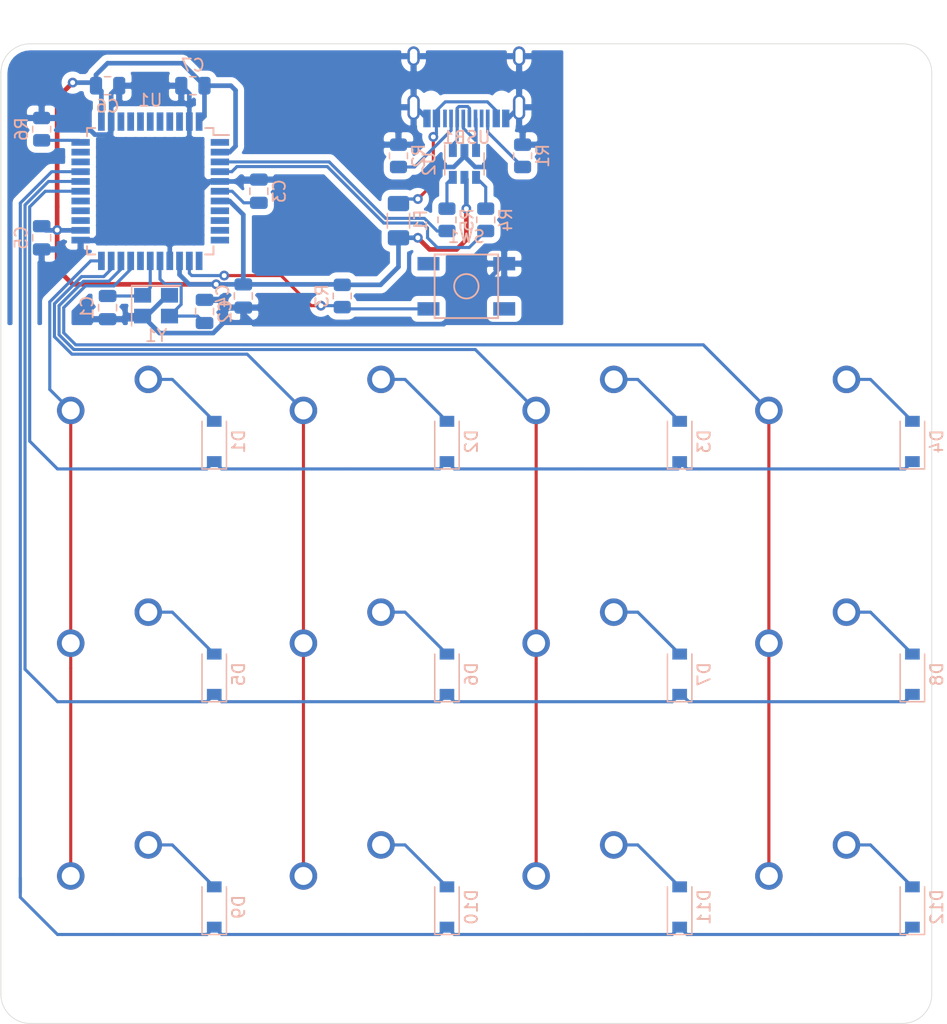
<source format=kicad_pcb>
(kicad_pcb (version 20171130) (host pcbnew "(5.1.10)-1")

  (general
    (thickness 1.6)
    (drawings 8)
    (tracks 287)
    (zones 0)
    (modules 43)
    (nets 57)
  )

  (page A4)
  (layers
    (0 F.Cu signal)
    (31 B.Cu signal)
    (32 B.Adhes user)
    (33 F.Adhes user)
    (34 B.Paste user)
    (35 F.Paste user)
    (36 B.SilkS user)
    (37 F.SilkS user)
    (38 B.Mask user)
    (39 F.Mask user)
    (40 Dwgs.User user)
    (41 Cmts.User user)
    (42 Eco1.User user)
    (43 Eco2.User user)
    (44 Edge.Cuts user)
    (45 Margin user)
    (46 B.CrtYd user)
    (47 F.CrtYd user)
    (48 B.Fab user)
    (49 F.Fab user)
  )

  (setup
    (last_trace_width 0.254)
    (trace_clearance 0.127)
    (zone_clearance 0.508)
    (zone_45_only no)
    (trace_min 0.2)
    (via_size 0.8)
    (via_drill 0.4)
    (via_min_size 0.4)
    (via_min_drill 0.3)
    (uvia_size 0.3)
    (uvia_drill 0.1)
    (uvias_allowed no)
    (uvia_min_size 0.2)
    (uvia_min_drill 0.1)
    (edge_width 0.05)
    (segment_width 0.2)
    (pcb_text_width 0.3)
    (pcb_text_size 1.5 1.5)
    (mod_edge_width 0.12)
    (mod_text_size 1 1)
    (mod_text_width 0.15)
    (pad_size 1.524 1.524)
    (pad_drill 0.762)
    (pad_to_mask_clearance 0)
    (aux_axis_origin 0 0)
    (visible_elements 7FFFFFFF)
    (pcbplotparams
      (layerselection 0x010fc_ffffffff)
      (usegerberextensions false)
      (usegerberattributes true)
      (usegerberadvancedattributes true)
      (creategerberjobfile true)
      (excludeedgelayer true)
      (linewidth 0.100000)
      (plotframeref false)
      (viasonmask false)
      (mode 1)
      (useauxorigin false)
      (hpglpennumber 1)
      (hpglpenspeed 20)
      (hpglpendiameter 15.000000)
      (psnegative false)
      (psa4output false)
      (plotreference true)
      (plotvalue true)
      (plotinvisibletext false)
      (padsonsilk false)
      (subtractmaskfromsilk false)
      (outputformat 1)
      (mirror false)
      (drillshape 1)
      (scaleselection 1)
      (outputdirectory ""))
  )

  (net 0 "")
  (net 1 GND)
  (net 2 "Net-(C1-Pad1)")
  (net 3 "Net-(C2-Pad1)")
  (net 4 "Net-(C3-Pad1)")
  (net 5 +5V)
  (net 6 "Net-(D1-Pad2)")
  (net 7 ROW0)
  (net 8 "Net-(D2-Pad2)")
  (net 9 "Net-(D3-Pad2)")
  (net 10 "Net-(D4-Pad2)")
  (net 11 "Net-(D5-Pad2)")
  (net 12 ROW1)
  (net 13 "Net-(D6-Pad2)")
  (net 14 "Net-(D7-Pad2)")
  (net 15 "Net-(D8-Pad2)")
  (net 16 "Net-(D9-Pad2)")
  (net 17 ROW2)
  (net 18 "Net-(D10-Pad2)")
  (net 19 "Net-(D11-Pad2)")
  (net 20 "Net-(D12-Pad2)")
  (net 21 VCC)
  (net 22 COL0)
  (net 23 COL1)
  (net 24 COL2)
  (net 25 COL3)
  (net 26 "Net-(R1-Pad1)")
  (net 27 "Net-(R2-Pad1)")
  (net 28 "Net-(R3-Pad2)")
  (net 29 D+)
  (net 30 "Net-(R4-Pad1)")
  (net 31 D-)
  (net 32 "Net-(R5-Pad1)")
  (net 33 "Net-(R6-Pad2)")
  (net 34 "Net-(U1-Pad42)")
  (net 35 "Net-(U1-Pad41)")
  (net 36 "Net-(U1-Pad40)")
  (net 37 "Net-(U1-Pad39)")
  (net 38 "Net-(U1-Pad38)")
  (net 39 "Net-(U1-Pad37)")
  (net 40 "Net-(U1-Pad36)")
  (net 41 "Net-(U1-Pad32)")
  (net 42 "Net-(U1-Pad31)")
  (net 43 "Net-(U1-Pad27)")
  (net 44 "Net-(U1-Pad26)")
  (net 45 "Net-(U1-Pad25)")
  (net 46 "Net-(U1-Pad18)")
  (net 47 "Net-(U1-Pad12)")
  (net 48 "Net-(U1-Pad11)")
  (net 49 "Net-(U1-Pad10)")
  (net 50 "Net-(U1-Pad9)")
  (net 51 "Net-(U1-Pad8)")
  (net 52 "Net-(U1-Pad1)")
  (net 53 "Net-(U2-Pad3)")
  (net 54 "Net-(U2-Pad1)")
  (net 55 "Net-(USB1-Pad3)")
  (net 56 "Net-(USB1-Pad9)")

  (net_class Default "This is the default net class."
    (clearance 0.127)
    (trace_width 0.254)
    (via_dia 0.8)
    (via_drill 0.4)
    (uvia_dia 0.3)
    (uvia_drill 0.1)
    (add_net COL0)
    (add_net COL1)
    (add_net COL2)
    (add_net COL3)
    (add_net D+)
    (add_net D-)
    (add_net "Net-(C1-Pad1)")
    (add_net "Net-(C2-Pad1)")
    (add_net "Net-(C3-Pad1)")
    (add_net "Net-(D1-Pad2)")
    (add_net "Net-(D10-Pad2)")
    (add_net "Net-(D11-Pad2)")
    (add_net "Net-(D12-Pad2)")
    (add_net "Net-(D2-Pad2)")
    (add_net "Net-(D3-Pad2)")
    (add_net "Net-(D4-Pad2)")
    (add_net "Net-(D5-Pad2)")
    (add_net "Net-(D6-Pad2)")
    (add_net "Net-(D7-Pad2)")
    (add_net "Net-(D8-Pad2)")
    (add_net "Net-(D9-Pad2)")
    (add_net "Net-(R1-Pad1)")
    (add_net "Net-(R2-Pad1)")
    (add_net "Net-(R3-Pad2)")
    (add_net "Net-(R4-Pad1)")
    (add_net "Net-(R5-Pad1)")
    (add_net "Net-(R6-Pad2)")
    (add_net "Net-(U1-Pad1)")
    (add_net "Net-(U1-Pad10)")
    (add_net "Net-(U1-Pad11)")
    (add_net "Net-(U1-Pad12)")
    (add_net "Net-(U1-Pad18)")
    (add_net "Net-(U1-Pad25)")
    (add_net "Net-(U1-Pad26)")
    (add_net "Net-(U1-Pad27)")
    (add_net "Net-(U1-Pad31)")
    (add_net "Net-(U1-Pad32)")
    (add_net "Net-(U1-Pad36)")
    (add_net "Net-(U1-Pad37)")
    (add_net "Net-(U1-Pad38)")
    (add_net "Net-(U1-Pad39)")
    (add_net "Net-(U1-Pad40)")
    (add_net "Net-(U1-Pad41)")
    (add_net "Net-(U1-Pad42)")
    (add_net "Net-(U1-Pad8)")
    (add_net "Net-(U1-Pad9)")
    (add_net "Net-(U2-Pad1)")
    (add_net "Net-(U2-Pad3)")
    (add_net "Net-(USB1-Pad3)")
    (add_net "Net-(USB1-Pad9)")
    (add_net ROW0)
    (add_net ROW1)
    (add_net ROW2)
    (add_net VCC)
  )

  (net_class Power ""
    (clearance 0.127)
    (trace_width 0.381)
    (via_dia 0.8)
    (via_drill 0.4)
    (uvia_dia 0.3)
    (uvia_drill 0.1)
    (add_net +5V)
    (add_net GND)
  )

  (module Capacitor_SMD:C_0805_2012Metric (layer B.Cu) (tedit 5F68FEEE) (tstamp 6186CE2E)
    (at 128.27 78.7375 90)
    (descr "Capacitor SMD 0805 (2012 Metric), square (rectangular) end terminal, IPC_7351 nominal, (Body size source: IPC-SM-782 page 76, https://www.pcb-3d.com/wordpress/wp-content/uploads/ipc-sm-782a_amendment_1_and_2.pdf, https://docs.google.com/spreadsheets/d/1BsfQQcO9C6DZCsRaXUlFlo91Tg2WpOkGARC1WS5S8t0/edit?usp=sharing), generated with kicad-footprint-generator")
    (tags capacitor)
    (path /618233A4)
    (attr smd)
    (fp_text reference C3 (at 0 1.68 90) (layer B.SilkS)
      (effects (font (size 1 1) (thickness 0.15)) (justify mirror))
    )
    (fp_text value "1 uF" (at 0 -1.68 90) (layer B.Fab)
      (effects (font (size 1 1) (thickness 0.15)) (justify mirror))
    )
    (fp_line (start -1 -0.625) (end -1 0.625) (layer B.Fab) (width 0.1))
    (fp_line (start -1 0.625) (end 1 0.625) (layer B.Fab) (width 0.1))
    (fp_line (start 1 0.625) (end 1 -0.625) (layer B.Fab) (width 0.1))
    (fp_line (start 1 -0.625) (end -1 -0.625) (layer B.Fab) (width 0.1))
    (fp_line (start -0.261252 0.735) (end 0.261252 0.735) (layer B.SilkS) (width 0.12))
    (fp_line (start -0.261252 -0.735) (end 0.261252 -0.735) (layer B.SilkS) (width 0.12))
    (fp_line (start -1.7 -0.98) (end -1.7 0.98) (layer B.CrtYd) (width 0.05))
    (fp_line (start -1.7 0.98) (end 1.7 0.98) (layer B.CrtYd) (width 0.05))
    (fp_line (start 1.7 0.98) (end 1.7 -0.98) (layer B.CrtYd) (width 0.05))
    (fp_line (start 1.7 -0.98) (end -1.7 -0.98) (layer B.CrtYd) (width 0.05))
    (fp_text user %R (at 0 0 90) (layer B.Fab)
      (effects (font (size 0.5 0.5) (thickness 0.08)) (justify mirror))
    )
    (pad 2 smd roundrect (at 0.95 0 90) (size 1 1.45) (layers B.Cu B.Paste B.Mask) (roundrect_rratio 0.25)
      (net 1 GND))
    (pad 1 smd roundrect (at -0.95 0 90) (size 1 1.45) (layers B.Cu B.Paste B.Mask) (roundrect_rratio 0.25)
      (net 4 "Net-(C3-Pad1)"))
    (model ${KISYS3DMOD}/Capacitor_SMD.3dshapes/C_0805_2012Metric.wrl
      (at (xyz 0 0 0))
      (scale (xyz 1 1 1))
      (rotate (xyz 0 0 0))
    )
  )

  (module Fuse:Fuse_1206_3216Metric (layer B.Cu) (tedit 5F68FEF1) (tstamp 61859643)
    (at 139.7 81.15 90)
    (descr "Fuse SMD 1206 (3216 Metric), square (rectangular) end terminal, IPC_7351 nominal, (Body size source: http://www.tortai-tech.com/upload/download/2011102023233369053.pdf), generated with kicad-footprint-generator")
    (tags fuse)
    (path /618694DD)
    (attr smd)
    (fp_text reference F1 (at 0 1.82 90) (layer B.SilkS)
      (effects (font (size 1 1) (thickness 0.15)) (justify mirror))
    )
    (fp_text value 500mA (at 0 -1.82 90) (layer B.Fab)
      (effects (font (size 1 1) (thickness 0.15)) (justify mirror))
    )
    (fp_line (start -1.6 -0.8) (end -1.6 0.8) (layer B.Fab) (width 0.1))
    (fp_line (start -1.6 0.8) (end 1.6 0.8) (layer B.Fab) (width 0.1))
    (fp_line (start 1.6 0.8) (end 1.6 -0.8) (layer B.Fab) (width 0.1))
    (fp_line (start 1.6 -0.8) (end -1.6 -0.8) (layer B.Fab) (width 0.1))
    (fp_line (start -0.602064 0.91) (end 0.602064 0.91) (layer B.SilkS) (width 0.12))
    (fp_line (start -0.602064 -0.91) (end 0.602064 -0.91) (layer B.SilkS) (width 0.12))
    (fp_line (start -2.28 -1.12) (end -2.28 1.12) (layer B.CrtYd) (width 0.05))
    (fp_line (start -2.28 1.12) (end 2.28 1.12) (layer B.CrtYd) (width 0.05))
    (fp_line (start 2.28 1.12) (end 2.28 -1.12) (layer B.CrtYd) (width 0.05))
    (fp_line (start 2.28 -1.12) (end -2.28 -1.12) (layer B.CrtYd) (width 0.05))
    (fp_text user %R (at 0 0 90) (layer B.Fab)
      (effects (font (size 0.8 0.8) (thickness 0.12)) (justify mirror))
    )
    (pad 2 smd roundrect (at 1.4 0 90) (size 1.25 1.75) (layers B.Cu B.Paste B.Mask) (roundrect_rratio 0.2)
      (net 21 VCC))
    (pad 1 smd roundrect (at -1.4 0 90) (size 1.25 1.75) (layers B.Cu B.Paste B.Mask) (roundrect_rratio 0.2)
      (net 5 +5V))
    (model ${KISYS3DMOD}/Fuse.3dshapes/Fuse_1206_3216Metric.wrl
      (at (xyz 0 0 0))
      (scale (xyz 1 1 1))
      (rotate (xyz 0 0 0))
    )
  )

  (module MX_Only:MXOnly-1U-NoLED (layer F.Cu) (tedit 5BD3C6C7) (tstamp 6185657C)
    (at 173.83125 137.31875)
    (path /618ADCB3)
    (fp_text reference MX12 (at 0 3.175) (layer Dwgs.User)
      (effects (font (size 1 1) (thickness 0.15)))
    )
    (fp_text value MX-NoLED (at 0 -7.9375) (layer Dwgs.User)
      (effects (font (size 1 1) (thickness 0.15)))
    )
    (fp_line (start 5 -7) (end 7 -7) (layer Dwgs.User) (width 0.15))
    (fp_line (start 7 -7) (end 7 -5) (layer Dwgs.User) (width 0.15))
    (fp_line (start 5 7) (end 7 7) (layer Dwgs.User) (width 0.15))
    (fp_line (start 7 7) (end 7 5) (layer Dwgs.User) (width 0.15))
    (fp_line (start -7 5) (end -7 7) (layer Dwgs.User) (width 0.15))
    (fp_line (start -7 7) (end -5 7) (layer Dwgs.User) (width 0.15))
    (fp_line (start -5 -7) (end -7 -7) (layer Dwgs.User) (width 0.15))
    (fp_line (start -7 -7) (end -7 -5) (layer Dwgs.User) (width 0.15))
    (fp_line (start -9.525 -9.525) (end 9.525 -9.525) (layer Dwgs.User) (width 0.15))
    (fp_line (start 9.525 -9.525) (end 9.525 9.525) (layer Dwgs.User) (width 0.15))
    (fp_line (start 9.525 9.525) (end -9.525 9.525) (layer Dwgs.User) (width 0.15))
    (fp_line (start -9.525 9.525) (end -9.525 -9.525) (layer Dwgs.User) (width 0.15))
    (pad "" np_thru_hole circle (at 5.08 0 48.0996) (size 1.75 1.75) (drill 1.75) (layers *.Cu *.Mask))
    (pad "" np_thru_hole circle (at -5.08 0 48.0996) (size 1.75 1.75) (drill 1.75) (layers *.Cu *.Mask))
    (pad 1 thru_hole circle (at -3.81 -2.54) (size 2.25 2.25) (drill 1.47) (layers *.Cu B.Mask)
      (net 25 COL3))
    (pad "" np_thru_hole circle (at 0 0) (size 3.9878 3.9878) (drill 3.9878) (layers *.Cu *.Mask))
    (pad 2 thru_hole circle (at 2.54 -5.08) (size 2.25 2.25) (drill 1.47) (layers *.Cu B.Mask)
      (net 20 "Net-(D12-Pad2)"))
  )

  (module MX_Only:MXOnly-1U-NoLED (layer F.Cu) (tedit 5BD3C6C7) (tstamp 61856565)
    (at 154.78125 137.31875)
    (path /618ADCA6)
    (fp_text reference MX11 (at 0 3.175) (layer Dwgs.User)
      (effects (font (size 1 1) (thickness 0.15)))
    )
    (fp_text value MX-NoLED (at 0 -7.9375) (layer Dwgs.User)
      (effects (font (size 1 1) (thickness 0.15)))
    )
    (fp_line (start 5 -7) (end 7 -7) (layer Dwgs.User) (width 0.15))
    (fp_line (start 7 -7) (end 7 -5) (layer Dwgs.User) (width 0.15))
    (fp_line (start 5 7) (end 7 7) (layer Dwgs.User) (width 0.15))
    (fp_line (start 7 7) (end 7 5) (layer Dwgs.User) (width 0.15))
    (fp_line (start -7 5) (end -7 7) (layer Dwgs.User) (width 0.15))
    (fp_line (start -7 7) (end -5 7) (layer Dwgs.User) (width 0.15))
    (fp_line (start -5 -7) (end -7 -7) (layer Dwgs.User) (width 0.15))
    (fp_line (start -7 -7) (end -7 -5) (layer Dwgs.User) (width 0.15))
    (fp_line (start -9.525 -9.525) (end 9.525 -9.525) (layer Dwgs.User) (width 0.15))
    (fp_line (start 9.525 -9.525) (end 9.525 9.525) (layer Dwgs.User) (width 0.15))
    (fp_line (start 9.525 9.525) (end -9.525 9.525) (layer Dwgs.User) (width 0.15))
    (fp_line (start -9.525 9.525) (end -9.525 -9.525) (layer Dwgs.User) (width 0.15))
    (pad "" np_thru_hole circle (at 5.08 0 48.0996) (size 1.75 1.75) (drill 1.75) (layers *.Cu *.Mask))
    (pad "" np_thru_hole circle (at -5.08 0 48.0996) (size 1.75 1.75) (drill 1.75) (layers *.Cu *.Mask))
    (pad 1 thru_hole circle (at -3.81 -2.54) (size 2.25 2.25) (drill 1.47) (layers *.Cu B.Mask)
      (net 24 COL2))
    (pad "" np_thru_hole circle (at 0 0) (size 3.9878 3.9878) (drill 3.9878) (layers *.Cu *.Mask))
    (pad 2 thru_hole circle (at 2.54 -5.08) (size 2.25 2.25) (drill 1.47) (layers *.Cu B.Mask)
      (net 19 "Net-(D11-Pad2)"))
  )

  (module MX_Only:MXOnly-1U-NoLED (layer F.Cu) (tedit 5BD3C6C7) (tstamp 6185654E)
    (at 135.73125 137.31875)
    (path /618ADC99)
    (fp_text reference MX10 (at 0 3.175) (layer Dwgs.User)
      (effects (font (size 1 1) (thickness 0.15)))
    )
    (fp_text value MX-NoLED (at 0 -7.9375) (layer Dwgs.User)
      (effects (font (size 1 1) (thickness 0.15)))
    )
    (fp_line (start 5 -7) (end 7 -7) (layer Dwgs.User) (width 0.15))
    (fp_line (start 7 -7) (end 7 -5) (layer Dwgs.User) (width 0.15))
    (fp_line (start 5 7) (end 7 7) (layer Dwgs.User) (width 0.15))
    (fp_line (start 7 7) (end 7 5) (layer Dwgs.User) (width 0.15))
    (fp_line (start -7 5) (end -7 7) (layer Dwgs.User) (width 0.15))
    (fp_line (start -7 7) (end -5 7) (layer Dwgs.User) (width 0.15))
    (fp_line (start -5 -7) (end -7 -7) (layer Dwgs.User) (width 0.15))
    (fp_line (start -7 -7) (end -7 -5) (layer Dwgs.User) (width 0.15))
    (fp_line (start -9.525 -9.525) (end 9.525 -9.525) (layer Dwgs.User) (width 0.15))
    (fp_line (start 9.525 -9.525) (end 9.525 9.525) (layer Dwgs.User) (width 0.15))
    (fp_line (start 9.525 9.525) (end -9.525 9.525) (layer Dwgs.User) (width 0.15))
    (fp_line (start -9.525 9.525) (end -9.525 -9.525) (layer Dwgs.User) (width 0.15))
    (pad "" np_thru_hole circle (at 5.08 0 48.0996) (size 1.75 1.75) (drill 1.75) (layers *.Cu *.Mask))
    (pad "" np_thru_hole circle (at -5.08 0 48.0996) (size 1.75 1.75) (drill 1.75) (layers *.Cu *.Mask))
    (pad 1 thru_hole circle (at -3.81 -2.54) (size 2.25 2.25) (drill 1.47) (layers *.Cu B.Mask)
      (net 23 COL1))
    (pad "" np_thru_hole circle (at 0 0) (size 3.9878 3.9878) (drill 3.9878) (layers *.Cu *.Mask))
    (pad 2 thru_hole circle (at 2.54 -5.08) (size 2.25 2.25) (drill 1.47) (layers *.Cu B.Mask)
      (net 18 "Net-(D10-Pad2)"))
  )

  (module MX_Only:MXOnly-1U-NoLED (layer F.Cu) (tedit 5BD3C6C7) (tstamp 61856537)
    (at 116.68125 137.31875)
    (path /618ADC8C)
    (fp_text reference MX9 (at 0 3.175) (layer Dwgs.User)
      (effects (font (size 1 1) (thickness 0.15)))
    )
    (fp_text value MX-NoLED (at 0 -7.9375) (layer Dwgs.User)
      (effects (font (size 1 1) (thickness 0.15)))
    )
    (fp_line (start 5 -7) (end 7 -7) (layer Dwgs.User) (width 0.15))
    (fp_line (start 7 -7) (end 7 -5) (layer Dwgs.User) (width 0.15))
    (fp_line (start 5 7) (end 7 7) (layer Dwgs.User) (width 0.15))
    (fp_line (start 7 7) (end 7 5) (layer Dwgs.User) (width 0.15))
    (fp_line (start -7 5) (end -7 7) (layer Dwgs.User) (width 0.15))
    (fp_line (start -7 7) (end -5 7) (layer Dwgs.User) (width 0.15))
    (fp_line (start -5 -7) (end -7 -7) (layer Dwgs.User) (width 0.15))
    (fp_line (start -7 -7) (end -7 -5) (layer Dwgs.User) (width 0.15))
    (fp_line (start -9.525 -9.525) (end 9.525 -9.525) (layer Dwgs.User) (width 0.15))
    (fp_line (start 9.525 -9.525) (end 9.525 9.525) (layer Dwgs.User) (width 0.15))
    (fp_line (start 9.525 9.525) (end -9.525 9.525) (layer Dwgs.User) (width 0.15))
    (fp_line (start -9.525 9.525) (end -9.525 -9.525) (layer Dwgs.User) (width 0.15))
    (pad "" np_thru_hole circle (at 5.08 0 48.0996) (size 1.75 1.75) (drill 1.75) (layers *.Cu *.Mask))
    (pad "" np_thru_hole circle (at -5.08 0 48.0996) (size 1.75 1.75) (drill 1.75) (layers *.Cu *.Mask))
    (pad 1 thru_hole circle (at -3.81 -2.54) (size 2.25 2.25) (drill 1.47) (layers *.Cu B.Mask)
      (net 22 COL0))
    (pad "" np_thru_hole circle (at 0 0) (size 3.9878 3.9878) (drill 3.9878) (layers *.Cu *.Mask))
    (pad 2 thru_hole circle (at 2.54 -5.08) (size 2.25 2.25) (drill 1.47) (layers *.Cu B.Mask)
      (net 16 "Net-(D9-Pad2)"))
  )

  (module MX_Only:MXOnly-1U-NoLED (layer F.Cu) (tedit 5BD3C6C7) (tstamp 6185741E)
    (at 173.83125 118.26875)
    (path /618A6143)
    (fp_text reference MX8 (at 0 3.175) (layer Dwgs.User)
      (effects (font (size 1 1) (thickness 0.15)))
    )
    (fp_text value MX-NoLED (at 0 -7.9375) (layer Dwgs.User)
      (effects (font (size 1 1) (thickness 0.15)))
    )
    (fp_line (start 5 -7) (end 7 -7) (layer Dwgs.User) (width 0.15))
    (fp_line (start 7 -7) (end 7 -5) (layer Dwgs.User) (width 0.15))
    (fp_line (start 5 7) (end 7 7) (layer Dwgs.User) (width 0.15))
    (fp_line (start 7 7) (end 7 5) (layer Dwgs.User) (width 0.15))
    (fp_line (start -7 5) (end -7 7) (layer Dwgs.User) (width 0.15))
    (fp_line (start -7 7) (end -5 7) (layer Dwgs.User) (width 0.15))
    (fp_line (start -5 -7) (end -7 -7) (layer Dwgs.User) (width 0.15))
    (fp_line (start -7 -7) (end -7 -5) (layer Dwgs.User) (width 0.15))
    (fp_line (start -9.525 -9.525) (end 9.525 -9.525) (layer Dwgs.User) (width 0.15))
    (fp_line (start 9.525 -9.525) (end 9.525 9.525) (layer Dwgs.User) (width 0.15))
    (fp_line (start 9.525 9.525) (end -9.525 9.525) (layer Dwgs.User) (width 0.15))
    (fp_line (start -9.525 9.525) (end -9.525 -9.525) (layer Dwgs.User) (width 0.15))
    (pad "" np_thru_hole circle (at 5.08 0 48.0996) (size 1.75 1.75) (drill 1.75) (layers *.Cu *.Mask))
    (pad "" np_thru_hole circle (at -5.08 0 48.0996) (size 1.75 1.75) (drill 1.75) (layers *.Cu *.Mask))
    (pad 1 thru_hole circle (at -3.81 -2.54) (size 2.25 2.25) (drill 1.47) (layers *.Cu B.Mask)
      (net 25 COL3))
    (pad "" np_thru_hole circle (at 0 0) (size 3.9878 3.9878) (drill 3.9878) (layers *.Cu *.Mask))
    (pad 2 thru_hole circle (at 2.54 -5.08) (size 2.25 2.25) (drill 1.47) (layers *.Cu B.Mask)
      (net 15 "Net-(D8-Pad2)"))
  )

  (module MX_Only:MXOnly-1U-NoLED (layer F.Cu) (tedit 5BD3C6C7) (tstamp 61856509)
    (at 154.78125 118.26875)
    (path /618A6136)
    (fp_text reference MX7 (at 0 3.175) (layer Dwgs.User)
      (effects (font (size 1 1) (thickness 0.15)))
    )
    (fp_text value MX-NoLED (at 0 -7.9375) (layer Dwgs.User)
      (effects (font (size 1 1) (thickness 0.15)))
    )
    (fp_line (start 5 -7) (end 7 -7) (layer Dwgs.User) (width 0.15))
    (fp_line (start 7 -7) (end 7 -5) (layer Dwgs.User) (width 0.15))
    (fp_line (start 5 7) (end 7 7) (layer Dwgs.User) (width 0.15))
    (fp_line (start 7 7) (end 7 5) (layer Dwgs.User) (width 0.15))
    (fp_line (start -7 5) (end -7 7) (layer Dwgs.User) (width 0.15))
    (fp_line (start -7 7) (end -5 7) (layer Dwgs.User) (width 0.15))
    (fp_line (start -5 -7) (end -7 -7) (layer Dwgs.User) (width 0.15))
    (fp_line (start -7 -7) (end -7 -5) (layer Dwgs.User) (width 0.15))
    (fp_line (start -9.525 -9.525) (end 9.525 -9.525) (layer Dwgs.User) (width 0.15))
    (fp_line (start 9.525 -9.525) (end 9.525 9.525) (layer Dwgs.User) (width 0.15))
    (fp_line (start 9.525 9.525) (end -9.525 9.525) (layer Dwgs.User) (width 0.15))
    (fp_line (start -9.525 9.525) (end -9.525 -9.525) (layer Dwgs.User) (width 0.15))
    (pad "" np_thru_hole circle (at 5.08 0 48.0996) (size 1.75 1.75) (drill 1.75) (layers *.Cu *.Mask))
    (pad "" np_thru_hole circle (at -5.08 0 48.0996) (size 1.75 1.75) (drill 1.75) (layers *.Cu *.Mask))
    (pad 1 thru_hole circle (at -3.81 -2.54) (size 2.25 2.25) (drill 1.47) (layers *.Cu B.Mask)
      (net 24 COL2))
    (pad "" np_thru_hole circle (at 0 0) (size 3.9878 3.9878) (drill 3.9878) (layers *.Cu *.Mask))
    (pad 2 thru_hole circle (at 2.54 -5.08) (size 2.25 2.25) (drill 1.47) (layers *.Cu B.Mask)
      (net 14 "Net-(D7-Pad2)"))
  )

  (module MX_Only:MXOnly-1U-NoLED (layer F.Cu) (tedit 5BD3C6C7) (tstamp 618564F2)
    (at 135.73125 118.26875)
    (path /618A6129)
    (fp_text reference MX6 (at 0 3.175) (layer Dwgs.User)
      (effects (font (size 1 1) (thickness 0.15)))
    )
    (fp_text value MX-NoLED (at 0 -7.9375) (layer Dwgs.User)
      (effects (font (size 1 1) (thickness 0.15)))
    )
    (fp_line (start 5 -7) (end 7 -7) (layer Dwgs.User) (width 0.15))
    (fp_line (start 7 -7) (end 7 -5) (layer Dwgs.User) (width 0.15))
    (fp_line (start 5 7) (end 7 7) (layer Dwgs.User) (width 0.15))
    (fp_line (start 7 7) (end 7 5) (layer Dwgs.User) (width 0.15))
    (fp_line (start -7 5) (end -7 7) (layer Dwgs.User) (width 0.15))
    (fp_line (start -7 7) (end -5 7) (layer Dwgs.User) (width 0.15))
    (fp_line (start -5 -7) (end -7 -7) (layer Dwgs.User) (width 0.15))
    (fp_line (start -7 -7) (end -7 -5) (layer Dwgs.User) (width 0.15))
    (fp_line (start -9.525 -9.525) (end 9.525 -9.525) (layer Dwgs.User) (width 0.15))
    (fp_line (start 9.525 -9.525) (end 9.525 9.525) (layer Dwgs.User) (width 0.15))
    (fp_line (start 9.525 9.525) (end -9.525 9.525) (layer Dwgs.User) (width 0.15))
    (fp_line (start -9.525 9.525) (end -9.525 -9.525) (layer Dwgs.User) (width 0.15))
    (pad "" np_thru_hole circle (at 5.08 0 48.0996) (size 1.75 1.75) (drill 1.75) (layers *.Cu *.Mask))
    (pad "" np_thru_hole circle (at -5.08 0 48.0996) (size 1.75 1.75) (drill 1.75) (layers *.Cu *.Mask))
    (pad 1 thru_hole circle (at -3.81 -2.54) (size 2.25 2.25) (drill 1.47) (layers *.Cu B.Mask)
      (net 23 COL1))
    (pad "" np_thru_hole circle (at 0 0) (size 3.9878 3.9878) (drill 3.9878) (layers *.Cu *.Mask))
    (pad 2 thru_hole circle (at 2.54 -5.08) (size 2.25 2.25) (drill 1.47) (layers *.Cu B.Mask)
      (net 13 "Net-(D6-Pad2)"))
  )

  (module MX_Only:MXOnly-1U-NoLED (layer F.Cu) (tedit 5BD3C6C7) (tstamp 618564DB)
    (at 116.68125 118.26875)
    (path /618A611C)
    (fp_text reference MX5 (at 0 3.175) (layer Dwgs.User)
      (effects (font (size 1 1) (thickness 0.15)))
    )
    (fp_text value MX-NoLED (at 0 -7.9375) (layer Dwgs.User)
      (effects (font (size 1 1) (thickness 0.15)))
    )
    (fp_line (start 5 -7) (end 7 -7) (layer Dwgs.User) (width 0.15))
    (fp_line (start 7 -7) (end 7 -5) (layer Dwgs.User) (width 0.15))
    (fp_line (start 5 7) (end 7 7) (layer Dwgs.User) (width 0.15))
    (fp_line (start 7 7) (end 7 5) (layer Dwgs.User) (width 0.15))
    (fp_line (start -7 5) (end -7 7) (layer Dwgs.User) (width 0.15))
    (fp_line (start -7 7) (end -5 7) (layer Dwgs.User) (width 0.15))
    (fp_line (start -5 -7) (end -7 -7) (layer Dwgs.User) (width 0.15))
    (fp_line (start -7 -7) (end -7 -5) (layer Dwgs.User) (width 0.15))
    (fp_line (start -9.525 -9.525) (end 9.525 -9.525) (layer Dwgs.User) (width 0.15))
    (fp_line (start 9.525 -9.525) (end 9.525 9.525) (layer Dwgs.User) (width 0.15))
    (fp_line (start 9.525 9.525) (end -9.525 9.525) (layer Dwgs.User) (width 0.15))
    (fp_line (start -9.525 9.525) (end -9.525 -9.525) (layer Dwgs.User) (width 0.15))
    (pad "" np_thru_hole circle (at 5.08 0 48.0996) (size 1.75 1.75) (drill 1.75) (layers *.Cu *.Mask))
    (pad "" np_thru_hole circle (at -5.08 0 48.0996) (size 1.75 1.75) (drill 1.75) (layers *.Cu *.Mask))
    (pad 1 thru_hole circle (at -3.81 -2.54) (size 2.25 2.25) (drill 1.47) (layers *.Cu B.Mask)
      (net 22 COL0))
    (pad "" np_thru_hole circle (at 0 0) (size 3.9878 3.9878) (drill 3.9878) (layers *.Cu *.Mask))
    (pad 2 thru_hole circle (at 2.54 -5.08) (size 2.25 2.25) (drill 1.47) (layers *.Cu B.Mask)
      (net 11 "Net-(D5-Pad2)"))
  )

  (module MX_Only:MXOnly-1U-NoLED locked (layer F.Cu) (tedit 5BD3C6C7) (tstamp 618564C4)
    (at 173.83125 99.21875)
    (path /6188BC0B)
    (fp_text reference MX4 (at 0 3.175) (layer Dwgs.User)
      (effects (font (size 1 1) (thickness 0.15)))
    )
    (fp_text value MX-NoLED (at 0 -7.9375) (layer Dwgs.User)
      (effects (font (size 1 1) (thickness 0.15)))
    )
    (fp_line (start 5 -7) (end 7 -7) (layer Dwgs.User) (width 0.15))
    (fp_line (start 7 -7) (end 7 -5) (layer Dwgs.User) (width 0.15))
    (fp_line (start 5 7) (end 7 7) (layer Dwgs.User) (width 0.15))
    (fp_line (start 7 7) (end 7 5) (layer Dwgs.User) (width 0.15))
    (fp_line (start -7 5) (end -7 7) (layer Dwgs.User) (width 0.15))
    (fp_line (start -7 7) (end -5 7) (layer Dwgs.User) (width 0.15))
    (fp_line (start -5 -7) (end -7 -7) (layer Dwgs.User) (width 0.15))
    (fp_line (start -7 -7) (end -7 -5) (layer Dwgs.User) (width 0.15))
    (fp_line (start -9.525 -9.525) (end 9.525 -9.525) (layer Dwgs.User) (width 0.15))
    (fp_line (start 9.525 -9.525) (end 9.525 9.525) (layer Dwgs.User) (width 0.15))
    (fp_line (start 9.525 9.525) (end -9.525 9.525) (layer Dwgs.User) (width 0.15))
    (fp_line (start -9.525 9.525) (end -9.525 -9.525) (layer Dwgs.User) (width 0.15))
    (pad "" np_thru_hole circle (at 5.08 0 48.0996) (size 1.75 1.75) (drill 1.75) (layers *.Cu *.Mask))
    (pad "" np_thru_hole circle (at -5.08 0 48.0996) (size 1.75 1.75) (drill 1.75) (layers *.Cu *.Mask))
    (pad 1 thru_hole circle (at -3.81 -2.54) (size 2.25 2.25) (drill 1.47) (layers *.Cu B.Mask)
      (net 25 COL3))
    (pad "" np_thru_hole circle (at 0 0) (size 3.9878 3.9878) (drill 3.9878) (layers *.Cu *.Mask))
    (pad 2 thru_hole circle (at 2.54 -5.08) (size 2.25 2.25) (drill 1.47) (layers *.Cu B.Mask)
      (net 10 "Net-(D4-Pad2)"))
  )

  (module MX_Only:MXOnly-1U-NoLED (layer F.Cu) (tedit 5BD3C6C7) (tstamp 618564AD)
    (at 154.78125 99.21875)
    (path /6188BBFE)
    (fp_text reference MX3 (at 0 3.175) (layer Dwgs.User)
      (effects (font (size 1 1) (thickness 0.15)))
    )
    (fp_text value MX-NoLED (at 0 -7.9375) (layer Dwgs.User)
      (effects (font (size 1 1) (thickness 0.15)))
    )
    (fp_line (start 5 -7) (end 7 -7) (layer Dwgs.User) (width 0.15))
    (fp_line (start 7 -7) (end 7 -5) (layer Dwgs.User) (width 0.15))
    (fp_line (start 5 7) (end 7 7) (layer Dwgs.User) (width 0.15))
    (fp_line (start 7 7) (end 7 5) (layer Dwgs.User) (width 0.15))
    (fp_line (start -7 5) (end -7 7) (layer Dwgs.User) (width 0.15))
    (fp_line (start -7 7) (end -5 7) (layer Dwgs.User) (width 0.15))
    (fp_line (start -5 -7) (end -7 -7) (layer Dwgs.User) (width 0.15))
    (fp_line (start -7 -7) (end -7 -5) (layer Dwgs.User) (width 0.15))
    (fp_line (start -9.525 -9.525) (end 9.525 -9.525) (layer Dwgs.User) (width 0.15))
    (fp_line (start 9.525 -9.525) (end 9.525 9.525) (layer Dwgs.User) (width 0.15))
    (fp_line (start 9.525 9.525) (end -9.525 9.525) (layer Dwgs.User) (width 0.15))
    (fp_line (start -9.525 9.525) (end -9.525 -9.525) (layer Dwgs.User) (width 0.15))
    (pad "" np_thru_hole circle (at 5.08 0 48.0996) (size 1.75 1.75) (drill 1.75) (layers *.Cu *.Mask))
    (pad "" np_thru_hole circle (at -5.08 0 48.0996) (size 1.75 1.75) (drill 1.75) (layers *.Cu *.Mask))
    (pad 1 thru_hole circle (at -3.81 -2.54) (size 2.25 2.25) (drill 1.47) (layers *.Cu B.Mask)
      (net 24 COL2))
    (pad "" np_thru_hole circle (at 0 0) (size 3.9878 3.9878) (drill 3.9878) (layers *.Cu *.Mask))
    (pad 2 thru_hole circle (at 2.54 -5.08) (size 2.25 2.25) (drill 1.47) (layers *.Cu B.Mask)
      (net 9 "Net-(D3-Pad2)"))
  )

  (module MX_Only:MXOnly-1U-NoLED (layer F.Cu) (tedit 5BD3C6C7) (tstamp 6186AEB1)
    (at 135.73125 99.21875)
    (path /61888BA2)
    (fp_text reference MX2 (at 0 3.175) (layer Dwgs.User)
      (effects (font (size 1 1) (thickness 0.15)))
    )
    (fp_text value MX-NoLED (at 0 -7.9375) (layer Dwgs.User)
      (effects (font (size 1 1) (thickness 0.15)))
    )
    (fp_line (start 5 -7) (end 7 -7) (layer Dwgs.User) (width 0.15))
    (fp_line (start 7 -7) (end 7 -5) (layer Dwgs.User) (width 0.15))
    (fp_line (start 5 7) (end 7 7) (layer Dwgs.User) (width 0.15))
    (fp_line (start 7 7) (end 7 5) (layer Dwgs.User) (width 0.15))
    (fp_line (start -7 5) (end -7 7) (layer Dwgs.User) (width 0.15))
    (fp_line (start -7 7) (end -5 7) (layer Dwgs.User) (width 0.15))
    (fp_line (start -5 -7) (end -7 -7) (layer Dwgs.User) (width 0.15))
    (fp_line (start -7 -7) (end -7 -5) (layer Dwgs.User) (width 0.15))
    (fp_line (start -9.525 -9.525) (end 9.525 -9.525) (layer Dwgs.User) (width 0.15))
    (fp_line (start 9.525 -9.525) (end 9.525 9.525) (layer Dwgs.User) (width 0.15))
    (fp_line (start 9.525 9.525) (end -9.525 9.525) (layer Dwgs.User) (width 0.15))
    (fp_line (start -9.525 9.525) (end -9.525 -9.525) (layer Dwgs.User) (width 0.15))
    (pad "" np_thru_hole circle (at 5.08 0 48.0996) (size 1.75 1.75) (drill 1.75) (layers *.Cu *.Mask))
    (pad "" np_thru_hole circle (at -5.08 0 48.0996) (size 1.75 1.75) (drill 1.75) (layers *.Cu *.Mask))
    (pad 1 thru_hole circle (at -3.81 -2.54) (size 2.25 2.25) (drill 1.47) (layers *.Cu B.Mask)
      (net 23 COL1))
    (pad "" np_thru_hole circle (at 0 0) (size 3.9878 3.9878) (drill 3.9878) (layers *.Cu *.Mask))
    (pad 2 thru_hole circle (at 2.54 -5.08) (size 2.25 2.25) (drill 1.47) (layers *.Cu B.Mask)
      (net 8 "Net-(D2-Pad2)"))
  )

  (module MX_Only:MXOnly-1U-NoLED locked (layer F.Cu) (tedit 5BD3C6C7) (tstamp 6186AEED)
    (at 116.68125 99.21875)
    (path /6187DC71)
    (fp_text reference MX1 (at 0 3.175) (layer Dwgs.User)
      (effects (font (size 1 1) (thickness 0.15)))
    )
    (fp_text value MX-NoLED (at 0 -7.9375) (layer Dwgs.User)
      (effects (font (size 1 1) (thickness 0.15)))
    )
    (fp_line (start 5 -7) (end 7 -7) (layer Dwgs.User) (width 0.15))
    (fp_line (start 7 -7) (end 7 -5) (layer Dwgs.User) (width 0.15))
    (fp_line (start 5 7) (end 7 7) (layer Dwgs.User) (width 0.15))
    (fp_line (start 7 7) (end 7 5) (layer Dwgs.User) (width 0.15))
    (fp_line (start -7 5) (end -7 7) (layer Dwgs.User) (width 0.15))
    (fp_line (start -7 7) (end -5 7) (layer Dwgs.User) (width 0.15))
    (fp_line (start -5 -7) (end -7 -7) (layer Dwgs.User) (width 0.15))
    (fp_line (start -7 -7) (end -7 -5) (layer Dwgs.User) (width 0.15))
    (fp_line (start -9.525 -9.525) (end 9.525 -9.525) (layer Dwgs.User) (width 0.15))
    (fp_line (start 9.525 -9.525) (end 9.525 9.525) (layer Dwgs.User) (width 0.15))
    (fp_line (start 9.525 9.525) (end -9.525 9.525) (layer Dwgs.User) (width 0.15))
    (fp_line (start -9.525 9.525) (end -9.525 -9.525) (layer Dwgs.User) (width 0.15))
    (pad "" np_thru_hole circle (at 5.08 0 48.0996) (size 1.75 1.75) (drill 1.75) (layers *.Cu *.Mask))
    (pad "" np_thru_hole circle (at -5.08 0 48.0996) (size 1.75 1.75) (drill 1.75) (layers *.Cu *.Mask))
    (pad 1 thru_hole circle (at -3.81 -2.54) (size 2.25 2.25) (drill 1.47) (layers *.Cu B.Mask)
      (net 22 COL0))
    (pad "" np_thru_hole circle (at 0 0) (size 3.9878 3.9878) (drill 3.9878) (layers *.Cu *.Mask))
    (pad 2 thru_hole circle (at 2.54 -5.08) (size 2.25 2.25) (drill 1.47) (layers *.Cu B.Mask)
      (net 6 "Net-(D1-Pad2)"))
  )

  (module Crystal:Crystal_SMD_3225-4Pin_3.2x2.5mm (layer B.Cu) (tedit 5A0FD1B2) (tstamp 6186BF9C)
    (at 119.85625 88.10625)
    (descr "SMD Crystal SERIES SMD3225/4 http://www.txccrystal.com/images/pdf/7m-accuracy.pdf, 3.2x2.5mm^2 package")
    (tags "SMD SMT crystal")
    (path /618314D8)
    (attr smd)
    (fp_text reference Y1 (at 0 2.450001 180) (layer B.SilkS)
      (effects (font (size 1 1) (thickness 0.15)) (justify mirror))
    )
    (fp_text value 16MHz (at 0 -2.450001 180) (layer B.Fab)
      (effects (font (size 1 1) (thickness 0.15)) (justify mirror))
    )
    (fp_line (start -1.6 1.25) (end -1.6 -1.25) (layer B.Fab) (width 0.1))
    (fp_line (start -1.6 -1.25) (end 1.6 -1.25) (layer B.Fab) (width 0.1))
    (fp_line (start 1.6 -1.25) (end 1.6 1.25) (layer B.Fab) (width 0.1))
    (fp_line (start 1.6 1.25) (end -1.6 1.25) (layer B.Fab) (width 0.1))
    (fp_line (start -1.6 -0.25) (end -0.6 -1.25) (layer B.Fab) (width 0.1))
    (fp_line (start -2 1.65) (end -2 -1.65) (layer B.SilkS) (width 0.12))
    (fp_line (start -2 -1.65) (end 2 -1.65) (layer B.SilkS) (width 0.12))
    (fp_line (start -2.1 1.7) (end -2.1 -1.7) (layer B.CrtYd) (width 0.05))
    (fp_line (start -2.1 -1.7) (end 2.1 -1.7) (layer B.CrtYd) (width 0.05))
    (fp_line (start 2.1 -1.7) (end 2.1 1.7) (layer B.CrtYd) (width 0.05))
    (fp_line (start 2.1 1.7) (end -2.1 1.7) (layer B.CrtYd) (width 0.05))
    (fp_text user %R (at 0 0 180) (layer B.Fab)
      (effects (font (size 0.7 0.7) (thickness 0.105)) (justify mirror))
    )
    (pad 4 smd rect (at -1.1 0.85) (size 1.4 1.2) (layers B.Cu B.Paste B.Mask)
      (net 1 GND))
    (pad 3 smd rect (at 1.1 0.85) (size 1.4 1.2) (layers B.Cu B.Paste B.Mask)
      (net 3 "Net-(C2-Pad1)"))
    (pad 2 smd rect (at 1.1 -0.85) (size 1.4 1.2) (layers B.Cu B.Paste B.Mask)
      (net 1 GND))
    (pad 1 smd rect (at -1.1 -0.85) (size 1.4 1.2) (layers B.Cu B.Paste B.Mask)
      (net 2 "Net-(C1-Pad1)"))
    (model ${KISYS3DMOD}/Crystal.3dshapes/Crystal_SMD_3225-4Pin_3.2x2.5mm.wrl
      (at (xyz 0 0 0))
      (scale (xyz 1 1 1))
      (rotate (xyz 0 0 0))
    )
  )

  (module Type-C:HRO-TYPE-C-31-M-12-Assembly (layer B.Cu) (tedit 5C42C666) (tstamp 61857ED5)
    (at 145.25625 65.0875)
    (path /6185DB88)
    (attr smd)
    (fp_text reference USB1 (at 0 9.25) (layer B.SilkS)
      (effects (font (size 1 1) (thickness 0.15)) (justify mirror))
    )
    (fp_text value HRO-TYPE-C-31-M-12 (at 0 -1.15) (layer Dwgs.User)
      (effects (font (size 1 1) (thickness 0.15)))
    )
    (fp_line (start 3.75 8.5) (end 3.75 7.5) (layer B.CrtYd) (width 0.15))
    (fp_line (start -3.75 8.5) (end 3.75 8.5) (layer B.CrtYd) (width 0.15))
    (fp_line (start -3.75 7.5) (end -3.75 8.5) (layer B.CrtYd) (width 0.15))
    (fp_line (start -4.5 0) (end -4.5 7.5) (layer B.CrtYd) (width 0.15))
    (fp_line (start 4.5 0) (end -4.5 0) (layer B.CrtYd) (width 0.15))
    (fp_line (start 4.5 7.5) (end 4.5 0) (layer B.CrtYd) (width 0.15))
    (fp_line (start 3.75 7.5) (end 4.5 7.5) (layer B.CrtYd) (width 0.15))
    (fp_line (start -4.5 7.5) (end -3.75 7.5) (layer B.CrtYd) (width 0.15))
    (fp_line (start -4.47 0) (end 4.47 0) (layer Dwgs.User) (width 0.15))
    (fp_line (start -4.47 0) (end -4.47 7.3) (layer Dwgs.User) (width 0.15))
    (fp_line (start 4.47 0) (end 4.47 7.3) (layer Dwgs.User) (width 0.15))
    (fp_line (start -4.47 7.3) (end 4.47 7.3) (layer Dwgs.User) (width 0.15))
    (fp_text user %R (at 0 9.25) (layer B.Fab)
      (effects (font (size 1 1) (thickness 0.15)) (justify mirror))
    )
    (pad 13 thru_hole oval (at 4.32 2.6) (size 1 1.6) (drill oval 0.6 1.2) (layers *.Cu *.Mask)
      (net 1 GND))
    (pad 13 thru_hole oval (at -4.32 2.6) (size 1 1.6) (drill oval 0.6 1.2) (layers *.Cu *.Mask)
      (net 1 GND))
    (pad 13 thru_hole oval (at 4.32 6.78) (size 1 2.1) (drill oval 0.6 1.7) (layers *.Cu *.Mask)
      (net 1 GND))
    (pad 13 thru_hole oval (at -4.32 6.78) (size 1 2.1) (drill oval 0.6 1.7) (layers *.Cu *.Mask)
      (net 1 GND))
    (pad "" np_thru_hole circle (at -2.89 6.25) (size 0.65 0.65) (drill 0.65) (layers *.Cu *.Mask))
    (pad "" np_thru_hole circle (at 2.89 6.25) (size 0.65 0.65) (drill 0.65) (layers *.Cu *.Mask))
    (pad 6 smd rect (at -0.25 7.695) (size 0.3 1.45) (layers B.Cu B.Paste B.Mask)
      (net 53 "Net-(U2-Pad3)"))
    (pad 7 smd rect (at 0.25 7.695) (size 0.3 1.45) (layers B.Cu B.Paste B.Mask)
      (net 54 "Net-(U2-Pad1)"))
    (pad 8 smd rect (at 0.75 7.695) (size 0.3 1.45) (layers B.Cu B.Paste B.Mask)
      (net 53 "Net-(U2-Pad3)"))
    (pad 5 smd rect (at -0.75 7.695) (size 0.3 1.45) (layers B.Cu B.Paste B.Mask)
      (net 54 "Net-(U2-Pad1)"))
    (pad 9 smd rect (at 1.25 7.695) (size 0.3 1.45) (layers B.Cu B.Paste B.Mask)
      (net 56 "Net-(USB1-Pad9)"))
    (pad 4 smd rect (at -1.25 7.695) (size 0.3 1.45) (layers B.Cu B.Paste B.Mask)
      (net 27 "Net-(R2-Pad1)"))
    (pad 10 smd rect (at 1.75 7.695) (size 0.3 1.45) (layers B.Cu B.Paste B.Mask)
      (net 26 "Net-(R1-Pad1)"))
    (pad 3 smd rect (at -1.75 7.695) (size 0.3 1.45) (layers B.Cu B.Paste B.Mask)
      (net 55 "Net-(USB1-Pad3)"))
    (pad 2 smd rect (at -2.45 7.695) (size 0.6 1.45) (layers B.Cu B.Paste B.Mask)
      (net 21 VCC))
    (pad 11 smd rect (at 2.45 7.695) (size 0.6 1.45) (layers B.Cu B.Paste B.Mask)
      (net 21 VCC))
    (pad 1 smd rect (at -3.225 7.695) (size 0.6 1.45) (layers B.Cu B.Paste B.Mask)
      (net 1 GND))
    (pad 12 smd rect (at 3.225 7.695) (size 0.6 1.45) (layers B.Cu B.Paste B.Mask)
      (net 1 GND))
  )

  (module Package_TO_SOT_SMD:SOT-23-6 (layer B.Cu) (tedit 5A02FF57) (tstamp 61869F6C)
    (at 145.1 76.50625 270)
    (descr "6-pin SOT-23 package")
    (tags SOT-23-6)
    (path /6181E199)
    (attr smd)
    (fp_text reference U2 (at 0 2.9 90) (layer B.SilkS)
      (effects (font (size 1 1) (thickness 0.15)) (justify mirror))
    )
    (fp_text value SRV05-4 (at 0 -2.9 90) (layer B.Fab)
      (effects (font (size 1 1) (thickness 0.15)) (justify mirror))
    )
    (fp_line (start -0.9 -1.61) (end 0.9 -1.61) (layer B.SilkS) (width 0.12))
    (fp_line (start 0.9 1.61) (end -1.55 1.61) (layer B.SilkS) (width 0.12))
    (fp_line (start 1.9 1.8) (end -1.9 1.8) (layer B.CrtYd) (width 0.05))
    (fp_line (start 1.9 -1.8) (end 1.9 1.8) (layer B.CrtYd) (width 0.05))
    (fp_line (start -1.9 -1.8) (end 1.9 -1.8) (layer B.CrtYd) (width 0.05))
    (fp_line (start -1.9 1.8) (end -1.9 -1.8) (layer B.CrtYd) (width 0.05))
    (fp_line (start -0.9 0.9) (end -0.25 1.55) (layer B.Fab) (width 0.1))
    (fp_line (start 0.9 1.55) (end -0.25 1.55) (layer B.Fab) (width 0.1))
    (fp_line (start -0.9 0.9) (end -0.9 -1.55) (layer B.Fab) (width 0.1))
    (fp_line (start 0.9 -1.55) (end -0.9 -1.55) (layer B.Fab) (width 0.1))
    (fp_line (start 0.9 1.55) (end 0.9 -1.55) (layer B.Fab) (width 0.1))
    (fp_text user %R (at 0 0 180) (layer B.Fab)
      (effects (font (size 0.5 0.5) (thickness 0.075)) (justify mirror))
    )
    (pad 5 smd rect (at 1.1 0 270) (size 1.06 0.65) (layers B.Cu B.Paste B.Mask)
      (net 5 +5V))
    (pad 6 smd rect (at 1.1 0.95 270) (size 1.06 0.65) (layers B.Cu B.Paste B.Mask)
      (net 31 D-))
    (pad 4 smd rect (at 1.1 -0.95 270) (size 1.06 0.65) (layers B.Cu B.Paste B.Mask)
      (net 29 D+))
    (pad 3 smd rect (at -1.1 -0.95 270) (size 1.06 0.65) (layers B.Cu B.Paste B.Mask)
      (net 53 "Net-(U2-Pad3)"))
    (pad 2 smd rect (at -1.1 0 270) (size 1.06 0.65) (layers B.Cu B.Paste B.Mask)
      (net 1 GND))
    (pad 1 smd rect (at -1.1 0.95 270) (size 1.06 0.65) (layers B.Cu B.Paste B.Mask)
      (net 54 "Net-(U2-Pad1)"))
    (model ${KISYS3DMOD}/Package_TO_SOT_SMD.3dshapes/SOT-23-6.wrl
      (at (xyz 0 0 0))
      (scale (xyz 1 1 1))
      (rotate (xyz 0 0 0))
    )
  )

  (module Package_QFP:TQFP-44_10x10mm_P0.8mm (layer B.Cu) (tedit 5A02F146) (tstamp 6186AF57)
    (at 119.38 78.74 180)
    (descr "44-Lead Plastic Thin Quad Flatpack (PT) - 10x10x1.0 mm Body [TQFP] (see Microchip Packaging Specification 00000049BS.pdf)")
    (tags "QFP 0.8")
    (path /61818C60)
    (attr smd)
    (fp_text reference U1 (at 0 7.450001 180) (layer B.SilkS)
      (effects (font (size 1 1) (thickness 0.15)) (justify mirror))
    )
    (fp_text value ATmega32U4-AU (at 0 -7.450001 180) (layer B.Fab)
      (effects (font (size 1 1) (thickness 0.15)) (justify mirror))
    )
    (fp_line (start -5.175 4.6) (end -6.45 4.6) (layer B.SilkS) (width 0.15))
    (fp_line (start 5.175 5.175) (end 4.5 5.175) (layer B.SilkS) (width 0.15))
    (fp_line (start 5.175 -5.175) (end 4.5 -5.175) (layer B.SilkS) (width 0.15))
    (fp_line (start -5.175 -5.175) (end -4.5 -5.175) (layer B.SilkS) (width 0.15))
    (fp_line (start -5.175 5.175) (end -4.5 5.175) (layer B.SilkS) (width 0.15))
    (fp_line (start -5.175 -5.175) (end -5.175 -4.5) (layer B.SilkS) (width 0.15))
    (fp_line (start 5.175 -5.175) (end 5.175 -4.5) (layer B.SilkS) (width 0.15))
    (fp_line (start 5.175 5.175) (end 5.175 4.5) (layer B.SilkS) (width 0.15))
    (fp_line (start -5.175 5.175) (end -5.175 4.6) (layer B.SilkS) (width 0.15))
    (fp_line (start -6.7 -6.7) (end 6.7 -6.7) (layer B.CrtYd) (width 0.05))
    (fp_line (start -6.7 6.7) (end 6.7 6.7) (layer B.CrtYd) (width 0.05))
    (fp_line (start 6.7 6.7) (end 6.7 -6.7) (layer B.CrtYd) (width 0.05))
    (fp_line (start -6.7 6.7) (end -6.7 -6.7) (layer B.CrtYd) (width 0.05))
    (fp_line (start -5 4) (end -4 5) (layer B.Fab) (width 0.15))
    (fp_line (start -5 -5) (end -5 4) (layer B.Fab) (width 0.15))
    (fp_line (start 5 -5) (end -5 -5) (layer B.Fab) (width 0.15))
    (fp_line (start 5 5) (end 5 -5) (layer B.Fab) (width 0.15))
    (fp_line (start -4 5) (end 5 5) (layer B.Fab) (width 0.15))
    (fp_text user %R (at 0 0 180) (layer B.Fab)
      (effects (font (size 1 1) (thickness 0.15)) (justify mirror))
    )
    (pad 1 smd rect (at -5.7 4 180) (size 1.5 0.55) (layers B.Cu B.Paste B.Mask)
      (net 52 "Net-(U1-Pad1)"))
    (pad 2 smd rect (at -5.7 3.2 180) (size 1.5 0.55) (layers B.Cu B.Paste B.Mask)
      (net 5 +5V))
    (pad 3 smd rect (at -5.7 2.4 180) (size 1.5 0.55) (layers B.Cu B.Paste B.Mask)
      (net 32 "Net-(R5-Pad1)"))
    (pad 4 smd rect (at -5.7 1.6 180) (size 1.5 0.55) (layers B.Cu B.Paste B.Mask)
      (net 30 "Net-(R4-Pad1)"))
    (pad 5 smd rect (at -5.7 0.8 180) (size 1.5 0.55) (layers B.Cu B.Paste B.Mask)
      (net 1 GND))
    (pad 6 smd rect (at -5.7 0 180) (size 1.5 0.55) (layers B.Cu B.Paste B.Mask)
      (net 4 "Net-(C3-Pad1)"))
    (pad 7 smd rect (at -5.7 -0.8 180) (size 1.5 0.55) (layers B.Cu B.Paste B.Mask)
      (net 5 +5V))
    (pad 8 smd rect (at -5.7 -1.6 180) (size 1.5 0.55) (layers B.Cu B.Paste B.Mask)
      (net 51 "Net-(U1-Pad8)"))
    (pad 9 smd rect (at -5.7 -2.4 180) (size 1.5 0.55) (layers B.Cu B.Paste B.Mask)
      (net 50 "Net-(U1-Pad9)"))
    (pad 10 smd rect (at -5.7 -3.2 180) (size 1.5 0.55) (layers B.Cu B.Paste B.Mask)
      (net 49 "Net-(U1-Pad10)"))
    (pad 11 smd rect (at -5.7 -4 180) (size 1.5 0.55) (layers B.Cu B.Paste B.Mask)
      (net 48 "Net-(U1-Pad11)"))
    (pad 12 smd rect (at -4 -5.7 90) (size 1.5 0.55) (layers B.Cu B.Paste B.Mask)
      (net 47 "Net-(U1-Pad12)"))
    (pad 13 smd rect (at -3.2 -5.7 90) (size 1.5 0.55) (layers B.Cu B.Paste B.Mask)
      (net 28 "Net-(R3-Pad2)"))
    (pad 14 smd rect (at -2.4 -5.7 90) (size 1.5 0.55) (layers B.Cu B.Paste B.Mask)
      (net 5 +5V))
    (pad 15 smd rect (at -1.6 -5.7 90) (size 1.5 0.55) (layers B.Cu B.Paste B.Mask)
      (net 1 GND))
    (pad 16 smd rect (at -0.8 -5.7 90) (size 1.5 0.55) (layers B.Cu B.Paste B.Mask)
      (net 3 "Net-(C2-Pad1)"))
    (pad 17 smd rect (at 0 -5.7 90) (size 1.5 0.55) (layers B.Cu B.Paste B.Mask)
      (net 2 "Net-(C1-Pad1)"))
    (pad 18 smd rect (at 0.8 -5.7 90) (size 1.5 0.55) (layers B.Cu B.Paste B.Mask)
      (net 46 "Net-(U1-Pad18)"))
    (pad 19 smd rect (at 1.6 -5.7 90) (size 1.5 0.55) (layers B.Cu B.Paste B.Mask)
      (net 25 COL3))
    (pad 20 smd rect (at 2.4 -5.7 90) (size 1.5 0.55) (layers B.Cu B.Paste B.Mask)
      (net 24 COL2))
    (pad 21 smd rect (at 3.2 -5.7 90) (size 1.5 0.55) (layers B.Cu B.Paste B.Mask)
      (net 23 COL1))
    (pad 22 smd rect (at 4 -5.7 90) (size 1.5 0.55) (layers B.Cu B.Paste B.Mask)
      (net 22 COL0))
    (pad 23 smd rect (at 5.7 -4 180) (size 1.5 0.55) (layers B.Cu B.Paste B.Mask)
      (net 1 GND))
    (pad 24 smd rect (at 5.7 -3.2 180) (size 1.5 0.55) (layers B.Cu B.Paste B.Mask)
      (net 5 +5V))
    (pad 25 smd rect (at 5.7 -2.4 180) (size 1.5 0.55) (layers B.Cu B.Paste B.Mask)
      (net 45 "Net-(U1-Pad25)"))
    (pad 26 smd rect (at 5.7 -1.6 180) (size 1.5 0.55) (layers B.Cu B.Paste B.Mask)
      (net 44 "Net-(U1-Pad26)"))
    (pad 27 smd rect (at 5.7 -0.8 180) (size 1.5 0.55) (layers B.Cu B.Paste B.Mask)
      (net 43 "Net-(U1-Pad27)"))
    (pad 28 smd rect (at 5.7 0 180) (size 1.5 0.55) (layers B.Cu B.Paste B.Mask)
      (net 7 ROW0))
    (pad 29 smd rect (at 5.7 0.8 180) (size 1.5 0.55) (layers B.Cu B.Paste B.Mask)
      (net 12 ROW1))
    (pad 30 smd rect (at 5.7 1.6 180) (size 1.5 0.55) (layers B.Cu B.Paste B.Mask)
      (net 17 ROW2))
    (pad 31 smd rect (at 5.7 2.4 180) (size 1.5 0.55) (layers B.Cu B.Paste B.Mask)
      (net 42 "Net-(U1-Pad31)"))
    (pad 32 smd rect (at 5.7 3.2 180) (size 1.5 0.55) (layers B.Cu B.Paste B.Mask)
      (net 41 "Net-(U1-Pad32)"))
    (pad 33 smd rect (at 5.7 4 180) (size 1.5 0.55) (layers B.Cu B.Paste B.Mask)
      (net 33 "Net-(R6-Pad2)"))
    (pad 34 smd rect (at 4 5.7 90) (size 1.5 0.55) (layers B.Cu B.Paste B.Mask)
      (net 5 +5V))
    (pad 35 smd rect (at 3.2 5.7 90) (size 1.5 0.55) (layers B.Cu B.Paste B.Mask)
      (net 1 GND))
    (pad 36 smd rect (at 2.4 5.7 90) (size 1.5 0.55) (layers B.Cu B.Paste B.Mask)
      (net 40 "Net-(U1-Pad36)"))
    (pad 37 smd rect (at 1.6 5.7 90) (size 1.5 0.55) (layers B.Cu B.Paste B.Mask)
      (net 39 "Net-(U1-Pad37)"))
    (pad 38 smd rect (at 0.8 5.7 90) (size 1.5 0.55) (layers B.Cu B.Paste B.Mask)
      (net 38 "Net-(U1-Pad38)"))
    (pad 39 smd rect (at 0 5.7 90) (size 1.5 0.55) (layers B.Cu B.Paste B.Mask)
      (net 37 "Net-(U1-Pad39)"))
    (pad 40 smd rect (at -0.8 5.7 90) (size 1.5 0.55) (layers B.Cu B.Paste B.Mask)
      (net 36 "Net-(U1-Pad40)"))
    (pad 41 smd rect (at -1.6 5.7 90) (size 1.5 0.55) (layers B.Cu B.Paste B.Mask)
      (net 35 "Net-(U1-Pad41)"))
    (pad 42 smd rect (at -2.4 5.7 90) (size 1.5 0.55) (layers B.Cu B.Paste B.Mask)
      (net 34 "Net-(U1-Pad42)"))
    (pad 43 smd rect (at -3.2 5.7 90) (size 1.5 0.55) (layers B.Cu B.Paste B.Mask)
      (net 1 GND))
    (pad 44 smd rect (at -4 5.7 90) (size 1.5 0.55) (layers B.Cu B.Paste B.Mask)
      (net 5 +5V))
    (model ${KISYS3DMOD}/Package_QFP.3dshapes/TQFP-44_10x10mm_P0.8mm.wrl
      (at (xyz 0 0 0))
      (scale (xyz 1 1 1))
      (rotate (xyz 0 0 0))
    )
  )

  (module random-keyboard-parts:SKQG-1155865 (layer B.Cu) (tedit 5E62B398) (tstamp 61856600)
    (at 145.25625 86.51875)
    (path /6183C24D)
    (attr smd)
    (fp_text reference SW1 (at 0 -4.064) (layer B.SilkS)
      (effects (font (size 1 1) (thickness 0.15)) (justify mirror))
    )
    (fp_text value SW_Push (at 0 4.064) (layer B.Fab)
      (effects (font (size 1 1) (thickness 0.15)) (justify mirror))
    )
    (fp_line (start -2.6 2.6) (end 2.6 2.6) (layer B.SilkS) (width 0.15))
    (fp_line (start 2.6 2.6) (end 2.6 -2.6) (layer B.SilkS) (width 0.15))
    (fp_line (start 2.6 -2.6) (end -2.6 -2.6) (layer B.SilkS) (width 0.15))
    (fp_line (start -2.6 -2.6) (end -2.6 2.6) (layer B.SilkS) (width 0.15))
    (fp_circle (center 0 0) (end 1 0) (layer B.SilkS) (width 0.15))
    (fp_line (start -4.2 2.6) (end 4.2 2.6) (layer B.Fab) (width 0.15))
    (fp_line (start 4.2 2.6) (end 4.2 1.2) (layer B.Fab) (width 0.15))
    (fp_line (start 4.2 1.1) (end 2.6 1.1) (layer B.Fab) (width 0.15))
    (fp_line (start 2.6 1.1) (end 2.6 -1.1) (layer B.Fab) (width 0.15))
    (fp_line (start 2.6 -1.1) (end 4.2 -1.1) (layer B.Fab) (width 0.15))
    (fp_line (start 4.2 -1.1) (end 4.2 -2.6) (layer B.Fab) (width 0.15))
    (fp_line (start 4.2 -2.6) (end -4.2 -2.6) (layer B.Fab) (width 0.15))
    (fp_line (start -4.2 -2.6) (end -4.2 -1.1) (layer B.Fab) (width 0.15))
    (fp_line (start -4.2 -1.1) (end -2.6 -1.1) (layer B.Fab) (width 0.15))
    (fp_line (start -2.6 -1.1) (end -2.6 1.1) (layer B.Fab) (width 0.15))
    (fp_line (start -2.6 1.1) (end -4.2 1.1) (layer B.Fab) (width 0.15))
    (fp_line (start -4.2 1.1) (end -4.2 2.6) (layer B.Fab) (width 0.15))
    (fp_circle (center 0 0) (end 1 0) (layer B.Fab) (width 0.15))
    (fp_line (start -2.6 1.1) (end -1.1 2.6) (layer B.Fab) (width 0.15))
    (fp_line (start 2.6 1.1) (end 1.1 2.6) (layer B.Fab) (width 0.15))
    (fp_line (start 2.6 -1.1) (end 1.1 -2.6) (layer B.Fab) (width 0.15))
    (fp_line (start -2.6 -1.1) (end -1.1 -2.6) (layer B.Fab) (width 0.15))
    (pad 1 smd rect (at 3.1 -1.85) (size 1.8 1.1) (layers B.Cu B.Paste B.Mask)
      (net 1 GND))
    (pad 2 smd rect (at -3.1 1.85) (size 1.8 1.1) (layers B.Cu B.Paste B.Mask)
      (net 28 "Net-(R3-Pad2)"))
    (pad 3 smd rect (at 3.1 1.85) (size 1.8 1.1) (layers B.Cu B.Paste B.Mask))
    (pad 4 smd rect (at -3.1 -1.85) (size 1.8 1.1) (layers B.Cu B.Paste B.Mask))
    (model ${KISYS3DMOD}/Button_Switch_SMD.3dshapes/SW_SPST_TL3342.step
      (at (xyz 0 0 0))
      (scale (xyz 1 1 1))
      (rotate (xyz 0 0 0))
    )
  )

  (module Resistor_SMD:R_0805_2012Metric (layer B.Cu) (tedit 5F68FEEE) (tstamp 6186B054)
    (at 110.49 73.66 270)
    (descr "Resistor SMD 0805 (2012 Metric), square (rectangular) end terminal, IPC_7351 nominal, (Body size source: IPC-SM-782 page 72, https://www.pcb-3d.com/wordpress/wp-content/uploads/ipc-sm-782a_amendment_1_and_2.pdf), generated with kicad-footprint-generator")
    (tags resistor)
    (path /6181F135)
    (attr smd)
    (fp_text reference R6 (at 0 1.65 270) (layer B.SilkS)
      (effects (font (size 1 1) (thickness 0.15)) (justify mirror))
    )
    (fp_text value 10k (at 0 -1.65 270) (layer B.Fab)
      (effects (font (size 1 1) (thickness 0.15)) (justify mirror))
    )
    (fp_line (start -1 -0.625) (end -1 0.625) (layer B.Fab) (width 0.1))
    (fp_line (start -1 0.625) (end 1 0.625) (layer B.Fab) (width 0.1))
    (fp_line (start 1 0.625) (end 1 -0.625) (layer B.Fab) (width 0.1))
    (fp_line (start 1 -0.625) (end -1 -0.625) (layer B.Fab) (width 0.1))
    (fp_line (start -0.227064 0.735) (end 0.227064 0.735) (layer B.SilkS) (width 0.12))
    (fp_line (start -0.227064 -0.735) (end 0.227064 -0.735) (layer B.SilkS) (width 0.12))
    (fp_line (start -1.68 -0.95) (end -1.68 0.95) (layer B.CrtYd) (width 0.05))
    (fp_line (start -1.68 0.95) (end 1.68 0.95) (layer B.CrtYd) (width 0.05))
    (fp_line (start 1.68 0.95) (end 1.68 -0.95) (layer B.CrtYd) (width 0.05))
    (fp_line (start 1.68 -0.95) (end -1.68 -0.95) (layer B.CrtYd) (width 0.05))
    (fp_text user %R (at 0 0 270) (layer B.Fab)
      (effects (font (size 0.5 0.5) (thickness 0.08)) (justify mirror))
    )
    (pad 2 smd roundrect (at 0.9125 0 270) (size 1.025 1.4) (layers B.Cu B.Paste B.Mask) (roundrect_rratio 0.243902)
      (net 33 "Net-(R6-Pad2)"))
    (pad 1 smd roundrect (at -0.9125 0 270) (size 1.025 1.4) (layers B.Cu B.Paste B.Mask) (roundrect_rratio 0.243902)
      (net 1 GND))
    (model ${KISYS3DMOD}/Resistor_SMD.3dshapes/R_0805_2012Metric.wrl
      (at (xyz 0 0 0))
      (scale (xyz 1 1 1))
      (rotate (xyz 0 0 0))
    )
  )

  (module Resistor_SMD:R_0805_2012Metric (layer B.Cu) (tedit 5F68FEEE) (tstamp 61859021)
    (at 143.66875 81.08125 90)
    (descr "Resistor SMD 0805 (2012 Metric), square (rectangular) end terminal, IPC_7351 nominal, (Body size source: IPC-SM-782 page 72, https://www.pcb-3d.com/wordpress/wp-content/uploads/ipc-sm-782a_amendment_1_and_2.pdf), generated with kicad-footprint-generator")
    (tags resistor)
    (path /618226DE)
    (attr smd)
    (fp_text reference R5 (at 0 1.65 270) (layer B.SilkS)
      (effects (font (size 1 1) (thickness 0.15)) (justify mirror))
    )
    (fp_text value "22 " (at 0 -1.65 270) (layer B.Fab)
      (effects (font (size 1 1) (thickness 0.15)) (justify mirror))
    )
    (fp_line (start -1 -0.625) (end -1 0.625) (layer B.Fab) (width 0.1))
    (fp_line (start -1 0.625) (end 1 0.625) (layer B.Fab) (width 0.1))
    (fp_line (start 1 0.625) (end 1 -0.625) (layer B.Fab) (width 0.1))
    (fp_line (start 1 -0.625) (end -1 -0.625) (layer B.Fab) (width 0.1))
    (fp_line (start -0.227064 0.735) (end 0.227064 0.735) (layer B.SilkS) (width 0.12))
    (fp_line (start -0.227064 -0.735) (end 0.227064 -0.735) (layer B.SilkS) (width 0.12))
    (fp_line (start -1.68 -0.95) (end -1.68 0.95) (layer B.CrtYd) (width 0.05))
    (fp_line (start -1.68 0.95) (end 1.68 0.95) (layer B.CrtYd) (width 0.05))
    (fp_line (start 1.68 0.95) (end 1.68 -0.95) (layer B.CrtYd) (width 0.05))
    (fp_line (start 1.68 -0.95) (end -1.68 -0.95) (layer B.CrtYd) (width 0.05))
    (fp_text user %R (at 0 0 270) (layer B.Fab)
      (effects (font (size 0.5 0.5) (thickness 0.08)) (justify mirror))
    )
    (pad 2 smd roundrect (at 0.9125 0 90) (size 1.025 1.4) (layers B.Cu B.Paste B.Mask) (roundrect_rratio 0.243902)
      (net 31 D-))
    (pad 1 smd roundrect (at -0.9125 0 90) (size 1.025 1.4) (layers B.Cu B.Paste B.Mask) (roundrect_rratio 0.243902)
      (net 32 "Net-(R5-Pad1)"))
    (model ${KISYS3DMOD}/Resistor_SMD.3dshapes/R_0805_2012Metric.wrl
      (at (xyz 0 0 0))
      (scale (xyz 1 1 1))
      (rotate (xyz 0 0 0))
    )
  )

  (module Resistor_SMD:R_0805_2012Metric (layer B.Cu) (tedit 5F68FEEE) (tstamp 61869EF7)
    (at 146.84375 81.08125 90)
    (descr "Resistor SMD 0805 (2012 Metric), square (rectangular) end terminal, IPC_7351 nominal, (Body size source: IPC-SM-782 page 72, https://www.pcb-3d.com/wordpress/wp-content/uploads/ipc-sm-782a_amendment_1_and_2.pdf), generated with kicad-footprint-generator")
    (tags resistor)
    (path /61821908)
    (attr smd)
    (fp_text reference R4 (at 0 1.65 270) (layer B.SilkS)
      (effects (font (size 1 1) (thickness 0.15)) (justify mirror))
    )
    (fp_text value "22 " (at 0 -1.65 270) (layer B.Fab)
      (effects (font (size 1 1) (thickness 0.15)) (justify mirror))
    )
    (fp_line (start -1 -0.625) (end -1 0.625) (layer B.Fab) (width 0.1))
    (fp_line (start -1 0.625) (end 1 0.625) (layer B.Fab) (width 0.1))
    (fp_line (start 1 0.625) (end 1 -0.625) (layer B.Fab) (width 0.1))
    (fp_line (start 1 -0.625) (end -1 -0.625) (layer B.Fab) (width 0.1))
    (fp_line (start -0.227064 0.735) (end 0.227064 0.735) (layer B.SilkS) (width 0.12))
    (fp_line (start -0.227064 -0.735) (end 0.227064 -0.735) (layer B.SilkS) (width 0.12))
    (fp_line (start -1.68 -0.95) (end -1.68 0.95) (layer B.CrtYd) (width 0.05))
    (fp_line (start -1.68 0.95) (end 1.68 0.95) (layer B.CrtYd) (width 0.05))
    (fp_line (start 1.68 0.95) (end 1.68 -0.95) (layer B.CrtYd) (width 0.05))
    (fp_line (start 1.68 -0.95) (end -1.68 -0.95) (layer B.CrtYd) (width 0.05))
    (fp_text user %R (at 0 0 270) (layer B.Fab)
      (effects (font (size 0.5 0.5) (thickness 0.08)) (justify mirror))
    )
    (pad 2 smd roundrect (at 0.9125 0 90) (size 1.025 1.4) (layers B.Cu B.Paste B.Mask) (roundrect_rratio 0.243902)
      (net 29 D+))
    (pad 1 smd roundrect (at -0.9125 0 90) (size 1.025 1.4) (layers B.Cu B.Paste B.Mask) (roundrect_rratio 0.243902)
      (net 30 "Net-(R4-Pad1)"))
    (model ${KISYS3DMOD}/Resistor_SMD.3dshapes/R_0805_2012Metric.wrl
      (at (xyz 0 0 0))
      (scale (xyz 1 1 1))
      (rotate (xyz 0 0 0))
    )
  )

  (module Resistor_SMD:R_0805_2012Metric (layer B.Cu) (tedit 5F68FEEE) (tstamp 6186B61C)
    (at 135.09625 87.3125 270)
    (descr "Resistor SMD 0805 (2012 Metric), square (rectangular) end terminal, IPC_7351 nominal, (Body size source: IPC-SM-782 page 72, https://www.pcb-3d.com/wordpress/wp-content/uploads/ipc-sm-782a_amendment_1_and_2.pdf), generated with kicad-footprint-generator")
    (tags resistor)
    (path /61858C95)
    (attr smd)
    (fp_text reference R3 (at 0 1.65 270) (layer B.SilkS)
      (effects (font (size 1 1) (thickness 0.15)) (justify mirror))
    )
    (fp_text value 10k (at 0 -1.65 270) (layer B.Fab)
      (effects (font (size 1 1) (thickness 0.15)) (justify mirror))
    )
    (fp_line (start -1 -0.625) (end -1 0.625) (layer B.Fab) (width 0.1))
    (fp_line (start -1 0.625) (end 1 0.625) (layer B.Fab) (width 0.1))
    (fp_line (start 1 0.625) (end 1 -0.625) (layer B.Fab) (width 0.1))
    (fp_line (start 1 -0.625) (end -1 -0.625) (layer B.Fab) (width 0.1))
    (fp_line (start -0.227064 0.735) (end 0.227064 0.735) (layer B.SilkS) (width 0.12))
    (fp_line (start -0.227064 -0.735) (end 0.227064 -0.735) (layer B.SilkS) (width 0.12))
    (fp_line (start -1.68 -0.95) (end -1.68 0.95) (layer B.CrtYd) (width 0.05))
    (fp_line (start -1.68 0.95) (end 1.68 0.95) (layer B.CrtYd) (width 0.05))
    (fp_line (start 1.68 0.95) (end 1.68 -0.95) (layer B.CrtYd) (width 0.05))
    (fp_line (start 1.68 -0.95) (end -1.68 -0.95) (layer B.CrtYd) (width 0.05))
    (fp_text user %R (at 0 0 180) (layer B.Fab)
      (effects (font (size 0.5 0.5) (thickness 0.08)) (justify mirror))
    )
    (pad 2 smd roundrect (at 0.9125 0 270) (size 1.025 1.4) (layers B.Cu B.Paste B.Mask) (roundrect_rratio 0.243902)
      (net 28 "Net-(R3-Pad2)"))
    (pad 1 smd roundrect (at -0.9125 0 270) (size 1.025 1.4) (layers B.Cu B.Paste B.Mask) (roundrect_rratio 0.243902)
      (net 5 +5V))
    (model ${KISYS3DMOD}/Resistor_SMD.3dshapes/R_0805_2012Metric.wrl
      (at (xyz 0 0 0))
      (scale (xyz 1 1 1))
      (rotate (xyz 0 0 0))
    )
  )

  (module Resistor_SMD:R_0805_2012Metric (layer B.Cu) (tedit 5F68FEEE) (tstamp 618595B0)
    (at 139.7 75.8425 90)
    (descr "Resistor SMD 0805 (2012 Metric), square (rectangular) end terminal, IPC_7351 nominal, (Body size source: IPC-SM-782 page 72, https://www.pcb-3d.com/wordpress/wp-content/uploads/ipc-sm-782a_amendment_1_and_2.pdf), generated with kicad-footprint-generator")
    (tags resistor)
    (path /6187AB49)
    (attr smd)
    (fp_text reference R2 (at 0 1.65 270) (layer B.SilkS)
      (effects (font (size 1 1) (thickness 0.15)) (justify mirror))
    )
    (fp_text value 5.1k (at 0 -1.65 270) (layer B.Fab)
      (effects (font (size 1 1) (thickness 0.15)) (justify mirror))
    )
    (fp_line (start -1 -0.625) (end -1 0.625) (layer B.Fab) (width 0.1))
    (fp_line (start -1 0.625) (end 1 0.625) (layer B.Fab) (width 0.1))
    (fp_line (start 1 0.625) (end 1 -0.625) (layer B.Fab) (width 0.1))
    (fp_line (start 1 -0.625) (end -1 -0.625) (layer B.Fab) (width 0.1))
    (fp_line (start -0.227064 0.735) (end 0.227064 0.735) (layer B.SilkS) (width 0.12))
    (fp_line (start -0.227064 -0.735) (end 0.227064 -0.735) (layer B.SilkS) (width 0.12))
    (fp_line (start -1.68 -0.95) (end -1.68 0.95) (layer B.CrtYd) (width 0.05))
    (fp_line (start -1.68 0.95) (end 1.68 0.95) (layer B.CrtYd) (width 0.05))
    (fp_line (start 1.68 0.95) (end 1.68 -0.95) (layer B.CrtYd) (width 0.05))
    (fp_line (start 1.68 -0.95) (end -1.68 -0.95) (layer B.CrtYd) (width 0.05))
    (fp_text user %R (at 0 0 270) (layer B.Fab)
      (effects (font (size 0.5 0.5) (thickness 0.08)) (justify mirror))
    )
    (pad 2 smd roundrect (at 0.9125 0 90) (size 1.025 1.4) (layers B.Cu B.Paste B.Mask) (roundrect_rratio 0.243902)
      (net 1 GND))
    (pad 1 smd roundrect (at -0.9125 0 90) (size 1.025 1.4) (layers B.Cu B.Paste B.Mask) (roundrect_rratio 0.243902)
      (net 27 "Net-(R2-Pad1)"))
    (model ${KISYS3DMOD}/Resistor_SMD.3dshapes/R_0805_2012Metric.wrl
      (at (xyz 0 0 0))
      (scale (xyz 1 1 1))
      (rotate (xyz 0 0 0))
    )
  )

  (module Resistor_SMD:R_0805_2012Metric (layer B.Cu) (tedit 5F68FEEE) (tstamp 6185951D)
    (at 149.86 75.8425 90)
    (descr "Resistor SMD 0805 (2012 Metric), square (rectangular) end terminal, IPC_7351 nominal, (Body size source: IPC-SM-782 page 72, https://www.pcb-3d.com/wordpress/wp-content/uploads/ipc-sm-782a_amendment_1_and_2.pdf), generated with kicad-footprint-generator")
    (tags resistor)
    (path /618796F2)
    (attr smd)
    (fp_text reference R1 (at 0 1.65 90) (layer B.SilkS)
      (effects (font (size 1 1) (thickness 0.15)) (justify mirror))
    )
    (fp_text value 5.1k (at 0 -1.65 90) (layer B.Fab)
      (effects (font (size 1 1) (thickness 0.15)) (justify mirror))
    )
    (fp_line (start -1 -0.625) (end -1 0.625) (layer B.Fab) (width 0.1))
    (fp_line (start -1 0.625) (end 1 0.625) (layer B.Fab) (width 0.1))
    (fp_line (start 1 0.625) (end 1 -0.625) (layer B.Fab) (width 0.1))
    (fp_line (start 1 -0.625) (end -1 -0.625) (layer B.Fab) (width 0.1))
    (fp_line (start -0.227064 0.735) (end 0.227064 0.735) (layer B.SilkS) (width 0.12))
    (fp_line (start -0.227064 -0.735) (end 0.227064 -0.735) (layer B.SilkS) (width 0.12))
    (fp_line (start -1.68 -0.95) (end -1.68 0.95) (layer B.CrtYd) (width 0.05))
    (fp_line (start -1.68 0.95) (end 1.68 0.95) (layer B.CrtYd) (width 0.05))
    (fp_line (start 1.68 0.95) (end 1.68 -0.95) (layer B.CrtYd) (width 0.05))
    (fp_line (start 1.68 -0.95) (end -1.68 -0.95) (layer B.CrtYd) (width 0.05))
    (fp_text user %R (at 0 0 90) (layer B.Fab)
      (effects (font (size 0.5 0.5) (thickness 0.08)) (justify mirror))
    )
    (pad 2 smd roundrect (at 0.9125 0 90) (size 1.025 1.4) (layers B.Cu B.Paste B.Mask) (roundrect_rratio 0.243902)
      (net 1 GND))
    (pad 1 smd roundrect (at -0.9125 0 90) (size 1.025 1.4) (layers B.Cu B.Paste B.Mask) (roundrect_rratio 0.243902)
      (net 26 "Net-(R1-Pad1)"))
    (model ${KISYS3DMOD}/Resistor_SMD.3dshapes/R_0805_2012Metric.wrl
      (at (xyz 0 0 0))
      (scale (xyz 1 1 1))
      (rotate (xyz 0 0 0))
    )
  )

  (module Diode_SMD:D_SOD-123 (layer B.Cu) (tedit 58645DC7) (tstamp 61856457)
    (at 181.76875 137.31875 90)
    (descr SOD-123)
    (tags SOD-123)
    (path /618ADCBA)
    (attr smd)
    (fp_text reference D12 (at 0 2 90) (layer B.SilkS)
      (effects (font (size 1 1) (thickness 0.15)) (justify mirror))
    )
    (fp_text value SOD-123 (at 0 -2.1 90) (layer B.Fab)
      (effects (font (size 1 1) (thickness 0.15)) (justify mirror))
    )
    (fp_line (start -2.25 1) (end -2.25 -1) (layer B.SilkS) (width 0.12))
    (fp_line (start 0.25 0) (end 0.75 0) (layer B.Fab) (width 0.1))
    (fp_line (start 0.25 -0.4) (end -0.35 0) (layer B.Fab) (width 0.1))
    (fp_line (start 0.25 0.4) (end 0.25 -0.4) (layer B.Fab) (width 0.1))
    (fp_line (start -0.35 0) (end 0.25 0.4) (layer B.Fab) (width 0.1))
    (fp_line (start -0.35 0) (end -0.35 -0.55) (layer B.Fab) (width 0.1))
    (fp_line (start -0.35 0) (end -0.35 0.55) (layer B.Fab) (width 0.1))
    (fp_line (start -0.75 0) (end -0.35 0) (layer B.Fab) (width 0.1))
    (fp_line (start -1.4 -0.9) (end -1.4 0.9) (layer B.Fab) (width 0.1))
    (fp_line (start 1.4 -0.9) (end -1.4 -0.9) (layer B.Fab) (width 0.1))
    (fp_line (start 1.4 0.9) (end 1.4 -0.9) (layer B.Fab) (width 0.1))
    (fp_line (start -1.4 0.9) (end 1.4 0.9) (layer B.Fab) (width 0.1))
    (fp_line (start -2.35 1.15) (end 2.35 1.15) (layer B.CrtYd) (width 0.05))
    (fp_line (start 2.35 1.15) (end 2.35 -1.15) (layer B.CrtYd) (width 0.05))
    (fp_line (start 2.35 -1.15) (end -2.35 -1.15) (layer B.CrtYd) (width 0.05))
    (fp_line (start -2.35 1.15) (end -2.35 -1.15) (layer B.CrtYd) (width 0.05))
    (fp_line (start -2.25 -1) (end 1.65 -1) (layer B.SilkS) (width 0.12))
    (fp_line (start -2.25 1) (end 1.65 1) (layer B.SilkS) (width 0.12))
    (fp_text user %R (at 0 2 90) (layer B.Fab)
      (effects (font (size 1 1) (thickness 0.15)) (justify mirror))
    )
    (pad 2 smd rect (at 1.65 0 90) (size 0.9 1.2) (layers B.Cu B.Paste B.Mask)
      (net 20 "Net-(D12-Pad2)"))
    (pad 1 smd rect (at -1.65 0 90) (size 0.9 1.2) (layers B.Cu B.Paste B.Mask)
      (net 17 ROW2))
    (model ${KISYS3DMOD}/Diode_SMD.3dshapes/D_SOD-123.wrl
      (at (xyz 0 0 0))
      (scale (xyz 1 1 1))
      (rotate (xyz 0 0 0))
    )
  )

  (module Diode_SMD:D_SOD-123 (layer B.Cu) (tedit 58645DC7) (tstamp 6185643E)
    (at 162.71875 137.31875 90)
    (descr SOD-123)
    (tags SOD-123)
    (path /618ADCAD)
    (attr smd)
    (fp_text reference D11 (at 0 2 90) (layer B.SilkS)
      (effects (font (size 1 1) (thickness 0.15)) (justify mirror))
    )
    (fp_text value SOD-123 (at 0 -2.1 90) (layer B.Fab)
      (effects (font (size 1 1) (thickness 0.15)) (justify mirror))
    )
    (fp_line (start -2.25 1) (end -2.25 -1) (layer B.SilkS) (width 0.12))
    (fp_line (start 0.25 0) (end 0.75 0) (layer B.Fab) (width 0.1))
    (fp_line (start 0.25 -0.4) (end -0.35 0) (layer B.Fab) (width 0.1))
    (fp_line (start 0.25 0.4) (end 0.25 -0.4) (layer B.Fab) (width 0.1))
    (fp_line (start -0.35 0) (end 0.25 0.4) (layer B.Fab) (width 0.1))
    (fp_line (start -0.35 0) (end -0.35 -0.55) (layer B.Fab) (width 0.1))
    (fp_line (start -0.35 0) (end -0.35 0.55) (layer B.Fab) (width 0.1))
    (fp_line (start -0.75 0) (end -0.35 0) (layer B.Fab) (width 0.1))
    (fp_line (start -1.4 -0.9) (end -1.4 0.9) (layer B.Fab) (width 0.1))
    (fp_line (start 1.4 -0.9) (end -1.4 -0.9) (layer B.Fab) (width 0.1))
    (fp_line (start 1.4 0.9) (end 1.4 -0.9) (layer B.Fab) (width 0.1))
    (fp_line (start -1.4 0.9) (end 1.4 0.9) (layer B.Fab) (width 0.1))
    (fp_line (start -2.35 1.15) (end 2.35 1.15) (layer B.CrtYd) (width 0.05))
    (fp_line (start 2.35 1.15) (end 2.35 -1.15) (layer B.CrtYd) (width 0.05))
    (fp_line (start 2.35 -1.15) (end -2.35 -1.15) (layer B.CrtYd) (width 0.05))
    (fp_line (start -2.35 1.15) (end -2.35 -1.15) (layer B.CrtYd) (width 0.05))
    (fp_line (start -2.25 -1) (end 1.65 -1) (layer B.SilkS) (width 0.12))
    (fp_line (start -2.25 1) (end 1.65 1) (layer B.SilkS) (width 0.12))
    (fp_text user %R (at 0 2 90) (layer B.Fab)
      (effects (font (size 1 1) (thickness 0.15)) (justify mirror))
    )
    (pad 2 smd rect (at 1.65 0 90) (size 0.9 1.2) (layers B.Cu B.Paste B.Mask)
      (net 19 "Net-(D11-Pad2)"))
    (pad 1 smd rect (at -1.65 0 90) (size 0.9 1.2) (layers B.Cu B.Paste B.Mask)
      (net 17 ROW2))
    (model ${KISYS3DMOD}/Diode_SMD.3dshapes/D_SOD-123.wrl
      (at (xyz 0 0 0))
      (scale (xyz 1 1 1))
      (rotate (xyz 0 0 0))
    )
  )

  (module Diode_SMD:D_SOD-123 (layer B.Cu) (tedit 58645DC7) (tstamp 61856425)
    (at 143.66875 137.31875 90)
    (descr SOD-123)
    (tags SOD-123)
    (path /618ADCA0)
    (attr smd)
    (fp_text reference D10 (at 0 2 90) (layer B.SilkS)
      (effects (font (size 1 1) (thickness 0.15)) (justify mirror))
    )
    (fp_text value SOD-123 (at 0 -2.1 90) (layer B.Fab)
      (effects (font (size 1 1) (thickness 0.15)) (justify mirror))
    )
    (fp_line (start -2.25 1) (end -2.25 -1) (layer B.SilkS) (width 0.12))
    (fp_line (start 0.25 0) (end 0.75 0) (layer B.Fab) (width 0.1))
    (fp_line (start 0.25 -0.4) (end -0.35 0) (layer B.Fab) (width 0.1))
    (fp_line (start 0.25 0.4) (end 0.25 -0.4) (layer B.Fab) (width 0.1))
    (fp_line (start -0.35 0) (end 0.25 0.4) (layer B.Fab) (width 0.1))
    (fp_line (start -0.35 0) (end -0.35 -0.55) (layer B.Fab) (width 0.1))
    (fp_line (start -0.35 0) (end -0.35 0.55) (layer B.Fab) (width 0.1))
    (fp_line (start -0.75 0) (end -0.35 0) (layer B.Fab) (width 0.1))
    (fp_line (start -1.4 -0.9) (end -1.4 0.9) (layer B.Fab) (width 0.1))
    (fp_line (start 1.4 -0.9) (end -1.4 -0.9) (layer B.Fab) (width 0.1))
    (fp_line (start 1.4 0.9) (end 1.4 -0.9) (layer B.Fab) (width 0.1))
    (fp_line (start -1.4 0.9) (end 1.4 0.9) (layer B.Fab) (width 0.1))
    (fp_line (start -2.35 1.15) (end 2.35 1.15) (layer B.CrtYd) (width 0.05))
    (fp_line (start 2.35 1.15) (end 2.35 -1.15) (layer B.CrtYd) (width 0.05))
    (fp_line (start 2.35 -1.15) (end -2.35 -1.15) (layer B.CrtYd) (width 0.05))
    (fp_line (start -2.35 1.15) (end -2.35 -1.15) (layer B.CrtYd) (width 0.05))
    (fp_line (start -2.25 -1) (end 1.65 -1) (layer B.SilkS) (width 0.12))
    (fp_line (start -2.25 1) (end 1.65 1) (layer B.SilkS) (width 0.12))
    (fp_text user %R (at 0 2 90) (layer B.Fab)
      (effects (font (size 1 1) (thickness 0.15)) (justify mirror))
    )
    (pad 2 smd rect (at 1.65 0 90) (size 0.9 1.2) (layers B.Cu B.Paste B.Mask)
      (net 18 "Net-(D10-Pad2)"))
    (pad 1 smd rect (at -1.65 0 90) (size 0.9 1.2) (layers B.Cu B.Paste B.Mask)
      (net 17 ROW2))
    (model ${KISYS3DMOD}/Diode_SMD.3dshapes/D_SOD-123.wrl
      (at (xyz 0 0 0))
      (scale (xyz 1 1 1))
      (rotate (xyz 0 0 0))
    )
  )

  (module Diode_SMD:D_SOD-123 (layer B.Cu) (tedit 58645DC7) (tstamp 6185640C)
    (at 124.61875 137.31875 90)
    (descr SOD-123)
    (tags SOD-123)
    (path /618ADC93)
    (attr smd)
    (fp_text reference D9 (at 0 2 90) (layer B.SilkS)
      (effects (font (size 1 1) (thickness 0.15)) (justify mirror))
    )
    (fp_text value SOD-123 (at 0 -2.1 90) (layer B.Fab)
      (effects (font (size 1 1) (thickness 0.15)) (justify mirror))
    )
    (fp_line (start -2.25 1) (end -2.25 -1) (layer B.SilkS) (width 0.12))
    (fp_line (start 0.25 0) (end 0.75 0) (layer B.Fab) (width 0.1))
    (fp_line (start 0.25 -0.4) (end -0.35 0) (layer B.Fab) (width 0.1))
    (fp_line (start 0.25 0.4) (end 0.25 -0.4) (layer B.Fab) (width 0.1))
    (fp_line (start -0.35 0) (end 0.25 0.4) (layer B.Fab) (width 0.1))
    (fp_line (start -0.35 0) (end -0.35 -0.55) (layer B.Fab) (width 0.1))
    (fp_line (start -0.35 0) (end -0.35 0.55) (layer B.Fab) (width 0.1))
    (fp_line (start -0.75 0) (end -0.35 0) (layer B.Fab) (width 0.1))
    (fp_line (start -1.4 -0.9) (end -1.4 0.9) (layer B.Fab) (width 0.1))
    (fp_line (start 1.4 -0.9) (end -1.4 -0.9) (layer B.Fab) (width 0.1))
    (fp_line (start 1.4 0.9) (end 1.4 -0.9) (layer B.Fab) (width 0.1))
    (fp_line (start -1.4 0.9) (end 1.4 0.9) (layer B.Fab) (width 0.1))
    (fp_line (start -2.35 1.15) (end 2.35 1.15) (layer B.CrtYd) (width 0.05))
    (fp_line (start 2.35 1.15) (end 2.35 -1.15) (layer B.CrtYd) (width 0.05))
    (fp_line (start 2.35 -1.15) (end -2.35 -1.15) (layer B.CrtYd) (width 0.05))
    (fp_line (start -2.35 1.15) (end -2.35 -1.15) (layer B.CrtYd) (width 0.05))
    (fp_line (start -2.25 -1) (end 1.65 -1) (layer B.SilkS) (width 0.12))
    (fp_line (start -2.25 1) (end 1.65 1) (layer B.SilkS) (width 0.12))
    (fp_text user %R (at 0 2 90) (layer B.Fab)
      (effects (font (size 1 1) (thickness 0.15)) (justify mirror))
    )
    (pad 2 smd rect (at 1.65 0 90) (size 0.9 1.2) (layers B.Cu B.Paste B.Mask)
      (net 16 "Net-(D9-Pad2)"))
    (pad 1 smd rect (at -1.65 0 90) (size 0.9 1.2) (layers B.Cu B.Paste B.Mask)
      (net 17 ROW2))
    (model ${KISYS3DMOD}/Diode_SMD.3dshapes/D_SOD-123.wrl
      (at (xyz 0 0 0))
      (scale (xyz 1 1 1))
      (rotate (xyz 0 0 0))
    )
  )

  (module Diode_SMD:D_SOD-123 (layer B.Cu) (tedit 58645DC7) (tstamp 618563F3)
    (at 181.76875 118.26875 90)
    (descr SOD-123)
    (tags SOD-123)
    (path /618A614A)
    (attr smd)
    (fp_text reference D8 (at 0 2 90) (layer B.SilkS)
      (effects (font (size 1 1) (thickness 0.15)) (justify mirror))
    )
    (fp_text value SOD-123 (at 0 -2.1 90) (layer B.Fab)
      (effects (font (size 1 1) (thickness 0.15)) (justify mirror))
    )
    (fp_line (start -2.25 1) (end -2.25 -1) (layer B.SilkS) (width 0.12))
    (fp_line (start 0.25 0) (end 0.75 0) (layer B.Fab) (width 0.1))
    (fp_line (start 0.25 -0.4) (end -0.35 0) (layer B.Fab) (width 0.1))
    (fp_line (start 0.25 0.4) (end 0.25 -0.4) (layer B.Fab) (width 0.1))
    (fp_line (start -0.35 0) (end 0.25 0.4) (layer B.Fab) (width 0.1))
    (fp_line (start -0.35 0) (end -0.35 -0.55) (layer B.Fab) (width 0.1))
    (fp_line (start -0.35 0) (end -0.35 0.55) (layer B.Fab) (width 0.1))
    (fp_line (start -0.75 0) (end -0.35 0) (layer B.Fab) (width 0.1))
    (fp_line (start -1.4 -0.9) (end -1.4 0.9) (layer B.Fab) (width 0.1))
    (fp_line (start 1.4 -0.9) (end -1.4 -0.9) (layer B.Fab) (width 0.1))
    (fp_line (start 1.4 0.9) (end 1.4 -0.9) (layer B.Fab) (width 0.1))
    (fp_line (start -1.4 0.9) (end 1.4 0.9) (layer B.Fab) (width 0.1))
    (fp_line (start -2.35 1.15) (end 2.35 1.15) (layer B.CrtYd) (width 0.05))
    (fp_line (start 2.35 1.15) (end 2.35 -1.15) (layer B.CrtYd) (width 0.05))
    (fp_line (start 2.35 -1.15) (end -2.35 -1.15) (layer B.CrtYd) (width 0.05))
    (fp_line (start -2.35 1.15) (end -2.35 -1.15) (layer B.CrtYd) (width 0.05))
    (fp_line (start -2.25 -1) (end 1.65 -1) (layer B.SilkS) (width 0.12))
    (fp_line (start -2.25 1) (end 1.65 1) (layer B.SilkS) (width 0.12))
    (fp_text user %R (at 0 2 90) (layer B.Fab)
      (effects (font (size 1 1) (thickness 0.15)) (justify mirror))
    )
    (pad 2 smd rect (at 1.65 0 90) (size 0.9 1.2) (layers B.Cu B.Paste B.Mask)
      (net 15 "Net-(D8-Pad2)"))
    (pad 1 smd rect (at -1.65 0 90) (size 0.9 1.2) (layers B.Cu B.Paste B.Mask)
      (net 12 ROW1))
    (model ${KISYS3DMOD}/Diode_SMD.3dshapes/D_SOD-123.wrl
      (at (xyz 0 0 0))
      (scale (xyz 1 1 1))
      (rotate (xyz 0 0 0))
    )
  )

  (module Diode_SMD:D_SOD-123 (layer B.Cu) (tedit 58645DC7) (tstamp 618563DA)
    (at 162.71875 118.26875 90)
    (descr SOD-123)
    (tags SOD-123)
    (path /618A613D)
    (attr smd)
    (fp_text reference D7 (at 0 2 90) (layer B.SilkS)
      (effects (font (size 1 1) (thickness 0.15)) (justify mirror))
    )
    (fp_text value SOD-123 (at 0 -2.1 90) (layer B.Fab)
      (effects (font (size 1 1) (thickness 0.15)) (justify mirror))
    )
    (fp_line (start -2.25 1) (end -2.25 -1) (layer B.SilkS) (width 0.12))
    (fp_line (start 0.25 0) (end 0.75 0) (layer B.Fab) (width 0.1))
    (fp_line (start 0.25 -0.4) (end -0.35 0) (layer B.Fab) (width 0.1))
    (fp_line (start 0.25 0.4) (end 0.25 -0.4) (layer B.Fab) (width 0.1))
    (fp_line (start -0.35 0) (end 0.25 0.4) (layer B.Fab) (width 0.1))
    (fp_line (start -0.35 0) (end -0.35 -0.55) (layer B.Fab) (width 0.1))
    (fp_line (start -0.35 0) (end -0.35 0.55) (layer B.Fab) (width 0.1))
    (fp_line (start -0.75 0) (end -0.35 0) (layer B.Fab) (width 0.1))
    (fp_line (start -1.4 -0.9) (end -1.4 0.9) (layer B.Fab) (width 0.1))
    (fp_line (start 1.4 -0.9) (end -1.4 -0.9) (layer B.Fab) (width 0.1))
    (fp_line (start 1.4 0.9) (end 1.4 -0.9) (layer B.Fab) (width 0.1))
    (fp_line (start -1.4 0.9) (end 1.4 0.9) (layer B.Fab) (width 0.1))
    (fp_line (start -2.35 1.15) (end 2.35 1.15) (layer B.CrtYd) (width 0.05))
    (fp_line (start 2.35 1.15) (end 2.35 -1.15) (layer B.CrtYd) (width 0.05))
    (fp_line (start 2.35 -1.15) (end -2.35 -1.15) (layer B.CrtYd) (width 0.05))
    (fp_line (start -2.35 1.15) (end -2.35 -1.15) (layer B.CrtYd) (width 0.05))
    (fp_line (start -2.25 -1) (end 1.65 -1) (layer B.SilkS) (width 0.12))
    (fp_line (start -2.25 1) (end 1.65 1) (layer B.SilkS) (width 0.12))
    (fp_text user %R (at 0 2 90) (layer B.Fab)
      (effects (font (size 1 1) (thickness 0.15)) (justify mirror))
    )
    (pad 2 smd rect (at 1.65 0 90) (size 0.9 1.2) (layers B.Cu B.Paste B.Mask)
      (net 14 "Net-(D7-Pad2)"))
    (pad 1 smd rect (at -1.65 0 90) (size 0.9 1.2) (layers B.Cu B.Paste B.Mask)
      (net 12 ROW1))
    (model ${KISYS3DMOD}/Diode_SMD.3dshapes/D_SOD-123.wrl
      (at (xyz 0 0 0))
      (scale (xyz 1 1 1))
      (rotate (xyz 0 0 0))
    )
  )

  (module Diode_SMD:D_SOD-123 (layer B.Cu) (tedit 58645DC7) (tstamp 618563C1)
    (at 143.66875 118.26875 90)
    (descr SOD-123)
    (tags SOD-123)
    (path /618A6130)
    (attr smd)
    (fp_text reference D6 (at 0 2 90) (layer B.SilkS)
      (effects (font (size 1 1) (thickness 0.15)) (justify mirror))
    )
    (fp_text value SOD-123 (at 0 -2.1 90) (layer B.Fab)
      (effects (font (size 1 1) (thickness 0.15)) (justify mirror))
    )
    (fp_line (start -2.25 1) (end -2.25 -1) (layer B.SilkS) (width 0.12))
    (fp_line (start 0.25 0) (end 0.75 0) (layer B.Fab) (width 0.1))
    (fp_line (start 0.25 -0.4) (end -0.35 0) (layer B.Fab) (width 0.1))
    (fp_line (start 0.25 0.4) (end 0.25 -0.4) (layer B.Fab) (width 0.1))
    (fp_line (start -0.35 0) (end 0.25 0.4) (layer B.Fab) (width 0.1))
    (fp_line (start -0.35 0) (end -0.35 -0.55) (layer B.Fab) (width 0.1))
    (fp_line (start -0.35 0) (end -0.35 0.55) (layer B.Fab) (width 0.1))
    (fp_line (start -0.75 0) (end -0.35 0) (layer B.Fab) (width 0.1))
    (fp_line (start -1.4 -0.9) (end -1.4 0.9) (layer B.Fab) (width 0.1))
    (fp_line (start 1.4 -0.9) (end -1.4 -0.9) (layer B.Fab) (width 0.1))
    (fp_line (start 1.4 0.9) (end 1.4 -0.9) (layer B.Fab) (width 0.1))
    (fp_line (start -1.4 0.9) (end 1.4 0.9) (layer B.Fab) (width 0.1))
    (fp_line (start -2.35 1.15) (end 2.35 1.15) (layer B.CrtYd) (width 0.05))
    (fp_line (start 2.35 1.15) (end 2.35 -1.15) (layer B.CrtYd) (width 0.05))
    (fp_line (start 2.35 -1.15) (end -2.35 -1.15) (layer B.CrtYd) (width 0.05))
    (fp_line (start -2.35 1.15) (end -2.35 -1.15) (layer B.CrtYd) (width 0.05))
    (fp_line (start -2.25 -1) (end 1.65 -1) (layer B.SilkS) (width 0.12))
    (fp_line (start -2.25 1) (end 1.65 1) (layer B.SilkS) (width 0.12))
    (fp_text user %R (at 0 2 90) (layer B.Fab)
      (effects (font (size 1 1) (thickness 0.15)) (justify mirror))
    )
    (pad 2 smd rect (at 1.65 0 90) (size 0.9 1.2) (layers B.Cu B.Paste B.Mask)
      (net 13 "Net-(D6-Pad2)"))
    (pad 1 smd rect (at -1.65 0 90) (size 0.9 1.2) (layers B.Cu B.Paste B.Mask)
      (net 12 ROW1))
    (model ${KISYS3DMOD}/Diode_SMD.3dshapes/D_SOD-123.wrl
      (at (xyz 0 0 0))
      (scale (xyz 1 1 1))
      (rotate (xyz 0 0 0))
    )
  )

  (module Diode_SMD:D_SOD-123 (layer B.Cu) (tedit 58645DC7) (tstamp 618563A8)
    (at 124.61875 118.26875 90)
    (descr SOD-123)
    (tags SOD-123)
    (path /618A6123)
    (attr smd)
    (fp_text reference D5 (at 0 2 90) (layer B.SilkS)
      (effects (font (size 1 1) (thickness 0.15)) (justify mirror))
    )
    (fp_text value SOD-123 (at 0 -2.1 90) (layer B.Fab)
      (effects (font (size 1 1) (thickness 0.15)) (justify mirror))
    )
    (fp_line (start -2.25 1) (end -2.25 -1) (layer B.SilkS) (width 0.12))
    (fp_line (start 0.25 0) (end 0.75 0) (layer B.Fab) (width 0.1))
    (fp_line (start 0.25 -0.4) (end -0.35 0) (layer B.Fab) (width 0.1))
    (fp_line (start 0.25 0.4) (end 0.25 -0.4) (layer B.Fab) (width 0.1))
    (fp_line (start -0.35 0) (end 0.25 0.4) (layer B.Fab) (width 0.1))
    (fp_line (start -0.35 0) (end -0.35 -0.55) (layer B.Fab) (width 0.1))
    (fp_line (start -0.35 0) (end -0.35 0.55) (layer B.Fab) (width 0.1))
    (fp_line (start -0.75 0) (end -0.35 0) (layer B.Fab) (width 0.1))
    (fp_line (start -1.4 -0.9) (end -1.4 0.9) (layer B.Fab) (width 0.1))
    (fp_line (start 1.4 -0.9) (end -1.4 -0.9) (layer B.Fab) (width 0.1))
    (fp_line (start 1.4 0.9) (end 1.4 -0.9) (layer B.Fab) (width 0.1))
    (fp_line (start -1.4 0.9) (end 1.4 0.9) (layer B.Fab) (width 0.1))
    (fp_line (start -2.35 1.15) (end 2.35 1.15) (layer B.CrtYd) (width 0.05))
    (fp_line (start 2.35 1.15) (end 2.35 -1.15) (layer B.CrtYd) (width 0.05))
    (fp_line (start 2.35 -1.15) (end -2.35 -1.15) (layer B.CrtYd) (width 0.05))
    (fp_line (start -2.35 1.15) (end -2.35 -1.15) (layer B.CrtYd) (width 0.05))
    (fp_line (start -2.25 -1) (end 1.65 -1) (layer B.SilkS) (width 0.12))
    (fp_line (start -2.25 1) (end 1.65 1) (layer B.SilkS) (width 0.12))
    (fp_text user %R (at 0 2 90) (layer B.Fab)
      (effects (font (size 1 1) (thickness 0.15)) (justify mirror))
    )
    (pad 2 smd rect (at 1.65 0 90) (size 0.9 1.2) (layers B.Cu B.Paste B.Mask)
      (net 11 "Net-(D5-Pad2)"))
    (pad 1 smd rect (at -1.65 0 90) (size 0.9 1.2) (layers B.Cu B.Paste B.Mask)
      (net 12 ROW1))
    (model ${KISYS3DMOD}/Diode_SMD.3dshapes/D_SOD-123.wrl
      (at (xyz 0 0 0))
      (scale (xyz 1 1 1))
      (rotate (xyz 0 0 0))
    )
  )

  (module Diode_SMD:D_SOD-123 (layer B.Cu) (tedit 58645DC7) (tstamp 6185638F)
    (at 181.76875 99.21875 90)
    (descr SOD-123)
    (tags SOD-123)
    (path /6188BC12)
    (attr smd)
    (fp_text reference D4 (at 0 2 90) (layer B.SilkS)
      (effects (font (size 1 1) (thickness 0.15)) (justify mirror))
    )
    (fp_text value SOD-123 (at 0 -2.1 90) (layer B.Fab)
      (effects (font (size 1 1) (thickness 0.15)) (justify mirror))
    )
    (fp_line (start -2.25 1) (end -2.25 -1) (layer B.SilkS) (width 0.12))
    (fp_line (start 0.25 0) (end 0.75 0) (layer B.Fab) (width 0.1))
    (fp_line (start 0.25 -0.4) (end -0.35 0) (layer B.Fab) (width 0.1))
    (fp_line (start 0.25 0.4) (end 0.25 -0.4) (layer B.Fab) (width 0.1))
    (fp_line (start -0.35 0) (end 0.25 0.4) (layer B.Fab) (width 0.1))
    (fp_line (start -0.35 0) (end -0.35 -0.55) (layer B.Fab) (width 0.1))
    (fp_line (start -0.35 0) (end -0.35 0.55) (layer B.Fab) (width 0.1))
    (fp_line (start -0.75 0) (end -0.35 0) (layer B.Fab) (width 0.1))
    (fp_line (start -1.4 -0.9) (end -1.4 0.9) (layer B.Fab) (width 0.1))
    (fp_line (start 1.4 -0.9) (end -1.4 -0.9) (layer B.Fab) (width 0.1))
    (fp_line (start 1.4 0.9) (end 1.4 -0.9) (layer B.Fab) (width 0.1))
    (fp_line (start -1.4 0.9) (end 1.4 0.9) (layer B.Fab) (width 0.1))
    (fp_line (start -2.35 1.15) (end 2.35 1.15) (layer B.CrtYd) (width 0.05))
    (fp_line (start 2.35 1.15) (end 2.35 -1.15) (layer B.CrtYd) (width 0.05))
    (fp_line (start 2.35 -1.15) (end -2.35 -1.15) (layer B.CrtYd) (width 0.05))
    (fp_line (start -2.35 1.15) (end -2.35 -1.15) (layer B.CrtYd) (width 0.05))
    (fp_line (start -2.25 -1) (end 1.65 -1) (layer B.SilkS) (width 0.12))
    (fp_line (start -2.25 1) (end 1.65 1) (layer B.SilkS) (width 0.12))
    (fp_text user %R (at 0 2 90) (layer B.Fab)
      (effects (font (size 1 1) (thickness 0.15)) (justify mirror))
    )
    (pad 2 smd rect (at 1.65 0 90) (size 0.9 1.2) (layers B.Cu B.Paste B.Mask)
      (net 10 "Net-(D4-Pad2)"))
    (pad 1 smd rect (at -1.65 0 90) (size 0.9 1.2) (layers B.Cu B.Paste B.Mask)
      (net 7 ROW0))
    (model ${KISYS3DMOD}/Diode_SMD.3dshapes/D_SOD-123.wrl
      (at (xyz 0 0 0))
      (scale (xyz 1 1 1))
      (rotate (xyz 0 0 0))
    )
  )

  (module Diode_SMD:D_SOD-123 (layer B.Cu) (tedit 58645DC7) (tstamp 61856376)
    (at 162.71875 99.21875 90)
    (descr SOD-123)
    (tags SOD-123)
    (path /6188BC05)
    (attr smd)
    (fp_text reference D3 (at 0 2 90) (layer B.SilkS)
      (effects (font (size 1 1) (thickness 0.15)) (justify mirror))
    )
    (fp_text value SOD-123 (at 0 -2.1 90) (layer B.Fab)
      (effects (font (size 1 1) (thickness 0.15)) (justify mirror))
    )
    (fp_line (start -2.25 1) (end -2.25 -1) (layer B.SilkS) (width 0.12))
    (fp_line (start 0.25 0) (end 0.75 0) (layer B.Fab) (width 0.1))
    (fp_line (start 0.25 -0.4) (end -0.35 0) (layer B.Fab) (width 0.1))
    (fp_line (start 0.25 0.4) (end 0.25 -0.4) (layer B.Fab) (width 0.1))
    (fp_line (start -0.35 0) (end 0.25 0.4) (layer B.Fab) (width 0.1))
    (fp_line (start -0.35 0) (end -0.35 -0.55) (layer B.Fab) (width 0.1))
    (fp_line (start -0.35 0) (end -0.35 0.55) (layer B.Fab) (width 0.1))
    (fp_line (start -0.75 0) (end -0.35 0) (layer B.Fab) (width 0.1))
    (fp_line (start -1.4 -0.9) (end -1.4 0.9) (layer B.Fab) (width 0.1))
    (fp_line (start 1.4 -0.9) (end -1.4 -0.9) (layer B.Fab) (width 0.1))
    (fp_line (start 1.4 0.9) (end 1.4 -0.9) (layer B.Fab) (width 0.1))
    (fp_line (start -1.4 0.9) (end 1.4 0.9) (layer B.Fab) (width 0.1))
    (fp_line (start -2.35 1.15) (end 2.35 1.15) (layer B.CrtYd) (width 0.05))
    (fp_line (start 2.35 1.15) (end 2.35 -1.15) (layer B.CrtYd) (width 0.05))
    (fp_line (start 2.35 -1.15) (end -2.35 -1.15) (layer B.CrtYd) (width 0.05))
    (fp_line (start -2.35 1.15) (end -2.35 -1.15) (layer B.CrtYd) (width 0.05))
    (fp_line (start -2.25 -1) (end 1.65 -1) (layer B.SilkS) (width 0.12))
    (fp_line (start -2.25 1) (end 1.65 1) (layer B.SilkS) (width 0.12))
    (fp_text user %R (at 0 2 90) (layer B.Fab)
      (effects (font (size 1 1) (thickness 0.15)) (justify mirror))
    )
    (pad 2 smd rect (at 1.65 0 90) (size 0.9 1.2) (layers B.Cu B.Paste B.Mask)
      (net 9 "Net-(D3-Pad2)"))
    (pad 1 smd rect (at -1.65 0 90) (size 0.9 1.2) (layers B.Cu B.Paste B.Mask)
      (net 7 ROW0))
    (model ${KISYS3DMOD}/Diode_SMD.3dshapes/D_SOD-123.wrl
      (at (xyz 0 0 0))
      (scale (xyz 1 1 1))
      (rotate (xyz 0 0 0))
    )
  )

  (module Diode_SMD:D_SOD-123 (layer B.Cu) (tedit 58645DC7) (tstamp 6185635D)
    (at 143.66875 99.21875 90)
    (descr SOD-123)
    (tags SOD-123)
    (path /61888BA9)
    (attr smd)
    (fp_text reference D2 (at 0 2 90) (layer B.SilkS)
      (effects (font (size 1 1) (thickness 0.15)) (justify mirror))
    )
    (fp_text value SOD-123 (at 0 -2.1 90) (layer B.Fab)
      (effects (font (size 1 1) (thickness 0.15)) (justify mirror))
    )
    (fp_line (start -2.25 1) (end -2.25 -1) (layer B.SilkS) (width 0.12))
    (fp_line (start 0.25 0) (end 0.75 0) (layer B.Fab) (width 0.1))
    (fp_line (start 0.25 -0.4) (end -0.35 0) (layer B.Fab) (width 0.1))
    (fp_line (start 0.25 0.4) (end 0.25 -0.4) (layer B.Fab) (width 0.1))
    (fp_line (start -0.35 0) (end 0.25 0.4) (layer B.Fab) (width 0.1))
    (fp_line (start -0.35 0) (end -0.35 -0.55) (layer B.Fab) (width 0.1))
    (fp_line (start -0.35 0) (end -0.35 0.55) (layer B.Fab) (width 0.1))
    (fp_line (start -0.75 0) (end -0.35 0) (layer B.Fab) (width 0.1))
    (fp_line (start -1.4 -0.9) (end -1.4 0.9) (layer B.Fab) (width 0.1))
    (fp_line (start 1.4 -0.9) (end -1.4 -0.9) (layer B.Fab) (width 0.1))
    (fp_line (start 1.4 0.9) (end 1.4 -0.9) (layer B.Fab) (width 0.1))
    (fp_line (start -1.4 0.9) (end 1.4 0.9) (layer B.Fab) (width 0.1))
    (fp_line (start -2.35 1.15) (end 2.35 1.15) (layer B.CrtYd) (width 0.05))
    (fp_line (start 2.35 1.15) (end 2.35 -1.15) (layer B.CrtYd) (width 0.05))
    (fp_line (start 2.35 -1.15) (end -2.35 -1.15) (layer B.CrtYd) (width 0.05))
    (fp_line (start -2.35 1.15) (end -2.35 -1.15) (layer B.CrtYd) (width 0.05))
    (fp_line (start -2.25 -1) (end 1.65 -1) (layer B.SilkS) (width 0.12))
    (fp_line (start -2.25 1) (end 1.65 1) (layer B.SilkS) (width 0.12))
    (fp_text user %R (at 0 2 90) (layer B.Fab)
      (effects (font (size 1 1) (thickness 0.15)) (justify mirror))
    )
    (pad 2 smd rect (at 1.65 0 90) (size 0.9 1.2) (layers B.Cu B.Paste B.Mask)
      (net 8 "Net-(D2-Pad2)"))
    (pad 1 smd rect (at -1.65 0 90) (size 0.9 1.2) (layers B.Cu B.Paste B.Mask)
      (net 7 ROW0))
    (model ${KISYS3DMOD}/Diode_SMD.3dshapes/D_SOD-123.wrl
      (at (xyz 0 0 0))
      (scale (xyz 1 1 1))
      (rotate (xyz 0 0 0))
    )
  )

  (module Diode_SMD:D_SOD-123 (layer B.Cu) (tedit 58645DC7) (tstamp 61856344)
    (at 124.61875 99.21875 90)
    (descr SOD-123)
    (tags SOD-123)
    (path /61881C4B)
    (attr smd)
    (fp_text reference D1 (at 0 2 270) (layer B.SilkS)
      (effects (font (size 1 1) (thickness 0.15)) (justify mirror))
    )
    (fp_text value SOD-123 (at 0 -2.1 270) (layer B.Fab)
      (effects (font (size 1 1) (thickness 0.15)) (justify mirror))
    )
    (fp_line (start -2.25 1) (end -2.25 -1) (layer B.SilkS) (width 0.12))
    (fp_line (start 0.25 0) (end 0.75 0) (layer B.Fab) (width 0.1))
    (fp_line (start 0.25 -0.4) (end -0.35 0) (layer B.Fab) (width 0.1))
    (fp_line (start 0.25 0.4) (end 0.25 -0.4) (layer B.Fab) (width 0.1))
    (fp_line (start -0.35 0) (end 0.25 0.4) (layer B.Fab) (width 0.1))
    (fp_line (start -0.35 0) (end -0.35 -0.55) (layer B.Fab) (width 0.1))
    (fp_line (start -0.35 0) (end -0.35 0.55) (layer B.Fab) (width 0.1))
    (fp_line (start -0.75 0) (end -0.35 0) (layer B.Fab) (width 0.1))
    (fp_line (start -1.4 -0.9) (end -1.4 0.9) (layer B.Fab) (width 0.1))
    (fp_line (start 1.4 -0.9) (end -1.4 -0.9) (layer B.Fab) (width 0.1))
    (fp_line (start 1.4 0.9) (end 1.4 -0.9) (layer B.Fab) (width 0.1))
    (fp_line (start -1.4 0.9) (end 1.4 0.9) (layer B.Fab) (width 0.1))
    (fp_line (start -2.35 1.15) (end 2.35 1.15) (layer B.CrtYd) (width 0.05))
    (fp_line (start 2.35 1.15) (end 2.35 -1.15) (layer B.CrtYd) (width 0.05))
    (fp_line (start 2.35 -1.15) (end -2.35 -1.15) (layer B.CrtYd) (width 0.05))
    (fp_line (start -2.35 1.15) (end -2.35 -1.15) (layer B.CrtYd) (width 0.05))
    (fp_line (start -2.25 -1) (end 1.65 -1) (layer B.SilkS) (width 0.12))
    (fp_line (start -2.25 1) (end 1.65 1) (layer B.SilkS) (width 0.12))
    (fp_text user %R (at 0 2 270) (layer B.Fab)
      (effects (font (size 1 1) (thickness 0.15)) (justify mirror))
    )
    (pad 2 smd rect (at 1.65 0 90) (size 0.9 1.2) (layers B.Cu B.Paste B.Mask)
      (net 6 "Net-(D1-Pad2)"))
    (pad 1 smd rect (at -1.65 0 90) (size 0.9 1.2) (layers B.Cu B.Paste B.Mask)
      (net 7 ROW0))
    (model ${KISYS3DMOD}/Diode_SMD.3dshapes/D_SOD-123.wrl
      (at (xyz 0 0 0))
      (scale (xyz 1 1 1))
      (rotate (xyz 0 0 0))
    )
  )

  (module Capacitor_SMD:C_0805_2012Metric (layer B.Cu) (tedit 5F68FEEE) (tstamp 6186B0E4)
    (at 122.87 70.104 180)
    (descr "Capacitor SMD 0805 (2012 Metric), square (rectangular) end terminal, IPC_7351 nominal, (Body size source: IPC-SM-782 page 76, https://www.pcb-3d.com/wordpress/wp-content/uploads/ipc-sm-782a_amendment_1_and_2.pdf, https://docs.google.com/spreadsheets/d/1BsfQQcO9C6DZCsRaXUlFlo91Tg2WpOkGARC1WS5S8t0/edit?usp=sharing), generated with kicad-footprint-generator")
    (tags capacitor)
    (path /61829195)
    (attr smd)
    (fp_text reference C7 (at 0 1.679999 180) (layer B.SilkS)
      (effects (font (size 1 1) (thickness 0.15)) (justify mirror))
    )
    (fp_text value "10 uF" (at 0 -1.679999 180) (layer B.Fab)
      (effects (font (size 1 1) (thickness 0.15)) (justify mirror))
    )
    (fp_line (start -1 -0.625) (end -1 0.625) (layer B.Fab) (width 0.1))
    (fp_line (start -1 0.625) (end 1 0.625) (layer B.Fab) (width 0.1))
    (fp_line (start 1 0.625) (end 1 -0.625) (layer B.Fab) (width 0.1))
    (fp_line (start 1 -0.625) (end -1 -0.625) (layer B.Fab) (width 0.1))
    (fp_line (start -0.261252 0.735) (end 0.261252 0.735) (layer B.SilkS) (width 0.12))
    (fp_line (start -0.261252 -0.735) (end 0.261252 -0.735) (layer B.SilkS) (width 0.12))
    (fp_line (start -1.7 -0.98) (end -1.7 0.98) (layer B.CrtYd) (width 0.05))
    (fp_line (start -1.7 0.98) (end 1.7 0.98) (layer B.CrtYd) (width 0.05))
    (fp_line (start 1.7 0.98) (end 1.7 -0.98) (layer B.CrtYd) (width 0.05))
    (fp_line (start 1.7 -0.98) (end -1.7 -0.98) (layer B.CrtYd) (width 0.05))
    (fp_text user %R (at 0 0 180) (layer B.Fab)
      (effects (font (size 0.5 0.5) (thickness 0.08)) (justify mirror))
    )
    (pad 2 smd roundrect (at 0.95 0 180) (size 1 1.45) (layers B.Cu B.Paste B.Mask) (roundrect_rratio 0.25)
      (net 1 GND))
    (pad 1 smd roundrect (at -0.95 0 180) (size 1 1.45) (layers B.Cu B.Paste B.Mask) (roundrect_rratio 0.25)
      (net 5 +5V))
    (model ${KISYS3DMOD}/Capacitor_SMD.3dshapes/C_0805_2012Metric.wrl
      (at (xyz 0 0 0))
      (scale (xyz 1 1 1))
      (rotate (xyz 0 0 0))
    )
  )

  (module Capacitor_SMD:C_0805_2012Metric (layer B.Cu) (tedit 5F68FEEE) (tstamp 6186B084)
    (at 115.89 70.104)
    (descr "Capacitor SMD 0805 (2012 Metric), square (rectangular) end terminal, IPC_7351 nominal, (Body size source: IPC-SM-782 page 76, https://www.pcb-3d.com/wordpress/wp-content/uploads/ipc-sm-782a_amendment_1_and_2.pdf, https://docs.google.com/spreadsheets/d/1BsfQQcO9C6DZCsRaXUlFlo91Tg2WpOkGARC1WS5S8t0/edit?usp=sharing), generated with kicad-footprint-generator")
    (tags capacitor)
    (path /61828C17)
    (attr smd)
    (fp_text reference C6 (at 0 1.679999 180) (layer B.SilkS)
      (effects (font (size 1 1) (thickness 0.15)) (justify mirror))
    )
    (fp_text value 0.1uF (at 0 -1.679999 180) (layer B.Fab)
      (effects (font (size 1 1) (thickness 0.15)) (justify mirror))
    )
    (fp_line (start -1 -0.625) (end -1 0.625) (layer B.Fab) (width 0.1))
    (fp_line (start -1 0.625) (end 1 0.625) (layer B.Fab) (width 0.1))
    (fp_line (start 1 0.625) (end 1 -0.625) (layer B.Fab) (width 0.1))
    (fp_line (start 1 -0.625) (end -1 -0.625) (layer B.Fab) (width 0.1))
    (fp_line (start -0.261252 0.735) (end 0.261252 0.735) (layer B.SilkS) (width 0.12))
    (fp_line (start -0.261252 -0.735) (end 0.261252 -0.735) (layer B.SilkS) (width 0.12))
    (fp_line (start -1.7 -0.98) (end -1.7 0.98) (layer B.CrtYd) (width 0.05))
    (fp_line (start -1.7 0.98) (end 1.7 0.98) (layer B.CrtYd) (width 0.05))
    (fp_line (start 1.7 0.98) (end 1.7 -0.98) (layer B.CrtYd) (width 0.05))
    (fp_line (start 1.7 -0.98) (end -1.7 -0.98) (layer B.CrtYd) (width 0.05))
    (fp_text user %R (at 0 0 180) (layer B.Fab)
      (effects (font (size 0.5 0.5) (thickness 0.08)) (justify mirror))
    )
    (pad 2 smd roundrect (at 0.95 0) (size 1 1.45) (layers B.Cu B.Paste B.Mask) (roundrect_rratio 0.25)
      (net 1 GND))
    (pad 1 smd roundrect (at -0.95 0) (size 1 1.45) (layers B.Cu B.Paste B.Mask) (roundrect_rratio 0.25)
      (net 5 +5V))
    (model ${KISYS3DMOD}/Capacitor_SMD.3dshapes/C_0805_2012Metric.wrl
      (at (xyz 0 0 0))
      (scale (xyz 1 1 1))
      (rotate (xyz 0 0 0))
    )
  )

  (module Capacitor_SMD:C_0805_2012Metric (layer B.Cu) (tedit 5F68FEEE) (tstamp 6186D0A4)
    (at 110.49 82.55 270)
    (descr "Capacitor SMD 0805 (2012 Metric), square (rectangular) end terminal, IPC_7351 nominal, (Body size source: IPC-SM-782 page 76, https://www.pcb-3d.com/wordpress/wp-content/uploads/ipc-sm-782a_amendment_1_and_2.pdf, https://docs.google.com/spreadsheets/d/1BsfQQcO9C6DZCsRaXUlFlo91Tg2WpOkGARC1WS5S8t0/edit?usp=sharing), generated with kicad-footprint-generator")
    (tags capacitor)
    (path /61828405)
    (attr smd)
    (fp_text reference C5 (at 0 1.679999 270) (layer B.SilkS)
      (effects (font (size 1 1) (thickness 0.15)) (justify mirror))
    )
    (fp_text value 0.1uF (at 0 -1.679999 270) (layer B.Fab)
      (effects (font (size 1 1) (thickness 0.15)) (justify mirror))
    )
    (fp_line (start -1 -0.625) (end -1 0.625) (layer B.Fab) (width 0.1))
    (fp_line (start -1 0.625) (end 1 0.625) (layer B.Fab) (width 0.1))
    (fp_line (start 1 0.625) (end 1 -0.625) (layer B.Fab) (width 0.1))
    (fp_line (start 1 -0.625) (end -1 -0.625) (layer B.Fab) (width 0.1))
    (fp_line (start -0.261252 0.735) (end 0.261252 0.735) (layer B.SilkS) (width 0.12))
    (fp_line (start -0.261252 -0.735) (end 0.261252 -0.735) (layer B.SilkS) (width 0.12))
    (fp_line (start -1.7 -0.98) (end -1.7 0.98) (layer B.CrtYd) (width 0.05))
    (fp_line (start -1.7 0.98) (end 1.7 0.98) (layer B.CrtYd) (width 0.05))
    (fp_line (start 1.7 0.98) (end 1.7 -0.98) (layer B.CrtYd) (width 0.05))
    (fp_line (start 1.7 -0.98) (end -1.7 -0.98) (layer B.CrtYd) (width 0.05))
    (fp_text user %R (at 0 0 270) (layer B.Fab)
      (effects (font (size 0.5 0.5) (thickness 0.08)) (justify mirror))
    )
    (pad 2 smd roundrect (at 0.95 0 270) (size 1 1.45) (layers B.Cu B.Paste B.Mask) (roundrect_rratio 0.25)
      (net 1 GND))
    (pad 1 smd roundrect (at -0.95 0 270) (size 1 1.45) (layers B.Cu B.Paste B.Mask) (roundrect_rratio 0.25)
      (net 5 +5V))
    (model ${KISYS3DMOD}/Capacitor_SMD.3dshapes/C_0805_2012Metric.wrl
      (at (xyz 0 0 0))
      (scale (xyz 1 1 1))
      (rotate (xyz 0 0 0))
    )
  )

  (module Capacitor_SMD:C_0805_2012Metric (layer B.Cu) (tedit 5F68FEEE) (tstamp 6186E250)
    (at 127 87.3125 270)
    (descr "Capacitor SMD 0805 (2012 Metric), square (rectangular) end terminal, IPC_7351 nominal, (Body size source: IPC-SM-782 page 76, https://www.pcb-3d.com/wordpress/wp-content/uploads/ipc-sm-782a_amendment_1_and_2.pdf, https://docs.google.com/spreadsheets/d/1BsfQQcO9C6DZCsRaXUlFlo91Tg2WpOkGARC1WS5S8t0/edit?usp=sharing), generated with kicad-footprint-generator")
    (tags capacitor)
    (path /61827525)
    (attr smd)
    (fp_text reference C4 (at 0 1.679999 90) (layer B.SilkS)
      (effects (font (size 1 1) (thickness 0.15)) (justify mirror))
    )
    (fp_text value 0.1uF (at 0 -1.679999 90) (layer B.Fab)
      (effects (font (size 1 1) (thickness 0.15)) (justify mirror))
    )
    (fp_line (start -1 -0.625) (end -1 0.625) (layer B.Fab) (width 0.1))
    (fp_line (start -1 0.625) (end 1 0.625) (layer B.Fab) (width 0.1))
    (fp_line (start 1 0.625) (end 1 -0.625) (layer B.Fab) (width 0.1))
    (fp_line (start 1 -0.625) (end -1 -0.625) (layer B.Fab) (width 0.1))
    (fp_line (start -0.261252 0.735) (end 0.261252 0.735) (layer B.SilkS) (width 0.12))
    (fp_line (start -0.261252 -0.735) (end 0.261252 -0.735) (layer B.SilkS) (width 0.12))
    (fp_line (start -1.7 -0.98) (end -1.7 0.98) (layer B.CrtYd) (width 0.05))
    (fp_line (start -1.7 0.98) (end 1.7 0.98) (layer B.CrtYd) (width 0.05))
    (fp_line (start 1.7 0.98) (end 1.7 -0.98) (layer B.CrtYd) (width 0.05))
    (fp_line (start 1.7 -0.98) (end -1.7 -0.98) (layer B.CrtYd) (width 0.05))
    (fp_text user %R (at 0 0 90) (layer B.Fab)
      (effects (font (size 0.5 0.5) (thickness 0.08)) (justify mirror))
    )
    (pad 2 smd roundrect (at 0.95 0 270) (size 1 1.45) (layers B.Cu B.Paste B.Mask) (roundrect_rratio 0.25)
      (net 1 GND))
    (pad 1 smd roundrect (at -0.95 0 270) (size 1 1.45) (layers B.Cu B.Paste B.Mask) (roundrect_rratio 0.25)
      (net 5 +5V))
    (model ${KISYS3DMOD}/Capacitor_SMD.3dshapes/C_0805_2012Metric.wrl
      (at (xyz 0 0 0))
      (scale (xyz 1 1 1))
      (rotate (xyz 0 0 0))
    )
  )

  (module Capacitor_SMD:C_0805_2012Metric (layer B.Cu) (tedit 5F68FEEE) (tstamp 6186C3CA)
    (at 123.825 88.58 90)
    (descr "Capacitor SMD 0805 (2012 Metric), square (rectangular) end terminal, IPC_7351 nominal, (Body size source: IPC-SM-782 page 76, https://www.pcb-3d.com/wordpress/wp-content/uploads/ipc-sm-782a_amendment_1_and_2.pdf, https://docs.google.com/spreadsheets/d/1BsfQQcO9C6DZCsRaXUlFlo91Tg2WpOkGARC1WS5S8t0/edit?usp=sharing), generated with kicad-footprint-generator")
    (tags capacitor)
    (path /618364BF)
    (attr smd)
    (fp_text reference C2 (at 0 1.68 90) (layer B.SilkS)
      (effects (font (size 1 1) (thickness 0.15)) (justify mirror))
    )
    (fp_text value 22pF (at 0 -1.68 90) (layer B.Fab)
      (effects (font (size 1 1) (thickness 0.15)) (justify mirror))
    )
    (fp_line (start -1 -0.625) (end -1 0.625) (layer B.Fab) (width 0.1))
    (fp_line (start -1 0.625) (end 1 0.625) (layer B.Fab) (width 0.1))
    (fp_line (start 1 0.625) (end 1 -0.625) (layer B.Fab) (width 0.1))
    (fp_line (start 1 -0.625) (end -1 -0.625) (layer B.Fab) (width 0.1))
    (fp_line (start -0.261252 0.735) (end 0.261252 0.735) (layer B.SilkS) (width 0.12))
    (fp_line (start -0.261252 -0.735) (end 0.261252 -0.735) (layer B.SilkS) (width 0.12))
    (fp_line (start -1.7 -0.98) (end -1.7 0.98) (layer B.CrtYd) (width 0.05))
    (fp_line (start -1.7 0.98) (end 1.7 0.98) (layer B.CrtYd) (width 0.05))
    (fp_line (start 1.7 0.98) (end 1.7 -0.98) (layer B.CrtYd) (width 0.05))
    (fp_line (start 1.7 -0.98) (end -1.7 -0.98) (layer B.CrtYd) (width 0.05))
    (fp_text user %R (at 0 0 90) (layer B.Fab)
      (effects (font (size 0.5 0.5) (thickness 0.08)) (justify mirror))
    )
    (pad 2 smd roundrect (at 0.95 0 90) (size 1 1.45) (layers B.Cu B.Paste B.Mask) (roundrect_rratio 0.25)
      (net 1 GND))
    (pad 1 smd roundrect (at -0.95 0 90) (size 1 1.45) (layers B.Cu B.Paste B.Mask) (roundrect_rratio 0.25)
      (net 3 "Net-(C2-Pad1)"))
    (model ${KISYS3DMOD}/Capacitor_SMD.3dshapes/C_0805_2012Metric.wrl
      (at (xyz 0 0 0))
      (scale (xyz 1 1 1))
      (rotate (xyz 0 0 0))
    )
  )

  (module Capacitor_SMD:C_0805_2012Metric (layer B.Cu) (tedit 5F68FEEE) (tstamp 6186C45C)
    (at 115.8875 88.2625 270)
    (descr "Capacitor SMD 0805 (2012 Metric), square (rectangular) end terminal, IPC_7351 nominal, (Body size source: IPC-SM-782 page 76, https://www.pcb-3d.com/wordpress/wp-content/uploads/ipc-sm-782a_amendment_1_and_2.pdf, https://docs.google.com/spreadsheets/d/1BsfQQcO9C6DZCsRaXUlFlo91Tg2WpOkGARC1WS5S8t0/edit?usp=sharing), generated with kicad-footprint-generator")
    (tags capacitor)
    (path /61835537)
    (attr smd)
    (fp_text reference C1 (at 0 1.679999 270) (layer B.SilkS)
      (effects (font (size 1 1) (thickness 0.15)) (justify mirror))
    )
    (fp_text value 22pF (at 0 -1.679999 270) (layer B.Fab)
      (effects (font (size 1 1) (thickness 0.15)) (justify mirror))
    )
    (fp_line (start -1 -0.625) (end -1 0.625) (layer B.Fab) (width 0.1))
    (fp_line (start -1 0.625) (end 1 0.625) (layer B.Fab) (width 0.1))
    (fp_line (start 1 0.625) (end 1 -0.625) (layer B.Fab) (width 0.1))
    (fp_line (start 1 -0.625) (end -1 -0.625) (layer B.Fab) (width 0.1))
    (fp_line (start -0.261252 0.735) (end 0.261252 0.735) (layer B.SilkS) (width 0.12))
    (fp_line (start -0.261252 -0.735) (end 0.261252 -0.735) (layer B.SilkS) (width 0.12))
    (fp_line (start -1.7 -0.98) (end -1.7 0.98) (layer B.CrtYd) (width 0.05))
    (fp_line (start -1.7 0.98) (end 1.7 0.98) (layer B.CrtYd) (width 0.05))
    (fp_line (start 1.7 0.98) (end 1.7 -0.98) (layer B.CrtYd) (width 0.05))
    (fp_line (start 1.7 -0.98) (end -1.7 -0.98) (layer B.CrtYd) (width 0.05))
    (fp_text user %R (at 0 0 270) (layer B.Fab)
      (effects (font (size 0.5 0.5) (thickness 0.08)) (justify mirror))
    )
    (pad 2 smd roundrect (at 0.95 0 270) (size 1 1.45) (layers B.Cu B.Paste B.Mask) (roundrect_rratio 0.25)
      (net 1 GND))
    (pad 1 smd roundrect (at -0.95 0 270) (size 1 1.45) (layers B.Cu B.Paste B.Mask) (roundrect_rratio 0.25)
      (net 2 "Net-(C1-Pad1)"))
    (model ${KISYS3DMOD}/Capacitor_SMD.3dshapes/C_0805_2012Metric.wrl
      (at (xyz 0 0 0))
      (scale (xyz 1 1 1))
      (rotate (xyz 0 0 0))
    )
  )

  (gr_line (start 109.5375 66.675) (end 180.975 66.675) (layer Edge.Cuts) (width 0.05) (tstamp 61858CBA))
  (gr_line (start 107.15625 144.4625) (end 107.15625 69.05625) (layer Edge.Cuts) (width 0.05) (tstamp 6186B1C8))
  (gr_line (start 180.975 146.84375) (end 109.5375 146.84375) (layer Edge.Cuts) (width 0.05) (tstamp 61858CB8))
  (gr_line (start 183.35625 69.05625) (end 183.35625 144.4625) (layer Edge.Cuts) (width 0.05) (tstamp 61858CB7))
  (gr_arc (start 180.975 69.05625) (end 183.35625 69.05625) (angle -90) (layer Edge.Cuts) (width 0.05))
  (gr_arc (start 109.5375 69.05625) (end 109.5375 66.675) (angle -90) (layer Edge.Cuts) (width 0.05) (tstamp 6186B1C5))
  (gr_arc (start 180.975 144.4625) (end 180.975 146.84375) (angle -90) (layer Edge.Cuts) (width 0.05))
  (gr_arc (start 109.5375 144.4625) (end 107.15625 144.4625) (angle -90) (layer Edge.Cuts) (width 0.05))

  (segment (start 141.11625 71.8675) (end 142.03125 72.7825) (width 0.381) (layer B.Cu) (net 1))
  (segment (start 140.93625 71.8675) (end 141.11625 71.8675) (width 0.381) (layer B.Cu) (net 1))
  (segment (start 148.66125 72.7825) (end 149.57625 71.8675) (width 0.381) (layer B.Cu) (net 1))
  (segment (start 148.48125 72.7825) (end 148.66125 72.7825) (width 0.381) (layer B.Cu) (net 1))
  (segment (start 120.784748 87.25625) (end 120.95625 87.25625) (width 0.381) (layer B.Cu) (net 1))
  (segment (start 119.084748 88.95625) (end 120.784748 87.25625) (width 0.381) (layer B.Cu) (net 1))
  (segment (start 118.75625 88.95625) (end 119.084748 88.95625) (width 0.381) (layer B.Cu) (net 1))
  (segment (start 118.5 89.2125) (end 118.75625 88.95625) (width 0.381) (layer B.Cu) (net 1))
  (segment (start 115.8875 89.2125) (end 118.5 89.2125) (width 0.381) (layer B.Cu) (net 1))
  (segment (start 124.535074 90.34751) (end 125.4125 89.470084) (width 0.381) (layer B.Cu) (net 1))
  (segment (start 120.14751 90.34751) (end 124.535074 90.34751) (width 0.381) (layer B.Cu) (net 1))
  (segment (start 118.75625 88.95625) (end 120.14751 90.34751) (width 0.381) (layer B.Cu) (net 1))
  (segment (start 125.4125 89.470084) (end 125.4125 88.10625) (width 0.381) (layer B.Cu) (net 1))
  (segment (start 123.825 87.63) (end 124.93625 87.63) (width 0.381) (layer B.Cu) (net 1))
  (segment (start 124.93625 87.63) (end 125.4125 88.10625) (width 0.381) (layer B.Cu) (net 1))
  (segment (start 122.58 76.571) (end 122.58 73.04) (width 0.381) (layer B.Cu) (net 1))
  (segment (start 123.949 77.94) (end 122.58 76.571) (width 0.381) (layer B.Cu) (net 1))
  (segment (start 125.08 77.94) (end 123.949 77.94) (width 0.381) (layer B.Cu) (net 1))
  (segment (start 114.811 82.74) (end 113.68 82.74) (width 0.381) (layer B.Cu) (net 1))
  (segment (start 116.18 81.371) (end 114.811 82.74) (width 0.381) (layer B.Cu) (net 1))
  (segment (start 116.18 73.04) (end 116.18 81.371) (width 0.381) (layer B.Cu) (net 1))
  (segment (start 124.283498 77.94) (end 125.08 77.94) (width 0.381) (layer B.Cu) (net 1))
  (segment (start 120.98 81.243498) (end 124.283498 77.94) (width 0.381) (layer B.Cu) (net 1))
  (segment (start 120.98 84.44) (end 120.98 81.243498) (width 0.381) (layer B.Cu) (net 1))
  (segment (start 128.1175 77.94) (end 128.27 77.7875) (width 0.381) (layer B.Cu) (net 1))
  (segment (start 125.08 77.94) (end 128.1175 77.94) (width 0.381) (layer B.Cu) (net 1))
  (segment (start 144.224003 76.758749) (end 143.433749 76.758749) (width 0.381) (layer B.Cu) (net 1))
  (segment (start 145.1 75.882752) (end 144.224003 76.758749) (width 0.381) (layer B.Cu) (net 1))
  (segment (start 145.1 75.40625) (end 145.1 75.882752) (width 0.381) (layer B.Cu) (net 1))
  (segment (start 145.1 75.882752) (end 145.975997 76.758749) (width 0.381) (layer B.Cu) (net 1))
  (segment (start 114.850999 74.107501) (end 114.3 73.556502) (width 0.381) (layer B.Cu) (net 1))
  (segment (start 115.909001 74.107501) (end 114.850999 74.107501) (width 0.381) (layer B.Cu) (net 1))
  (segment (start 116.18 73.836502) (end 115.909001 74.107501) (width 0.381) (layer B.Cu) (net 1))
  (segment (start 116.18 73.04) (end 116.18 73.836502) (width 0.381) (layer B.Cu) (net 1))
  (segment (start 110.7675 73.025) (end 110.49 72.7475) (width 0.381) (layer B.Cu) (net 1))
  (segment (start 143.407499 89.617501) (end 148.35625 84.66875) (width 0.381) (layer B.Cu) (net 1))
  (segment (start 127.855001 89.617501) (end 143.407499 89.617501) (width 0.381) (layer B.Cu) (net 1))
  (segment (start 127 88.7625) (end 127.855001 89.617501) (width 0.381) (layer B.Cu) (net 1))
  (segment (start 127 88.2625) (end 127 88.7625) (width 0.381) (layer B.Cu) (net 1))
  (segment (start 113.490998 72.7475) (end 114.850999 74.107501) (width 0.381) (layer B.Cu) (net 1))
  (segment (start 110.49 72.7475) (end 113.490998 72.7475) (width 0.381) (layer B.Cu) (net 1))
  (segment (start 116.18 70.764) (end 116.18 73.04) (width 0.381) (layer B.Cu) (net 1))
  (segment (start 116.84 70.104) (end 116.18 70.764) (width 0.381) (layer B.Cu) (net 1))
  (segment (start 122.58 70.764) (end 122.58 73.04) (width 0.381) (layer B.Cu) (net 1))
  (segment (start 121.92 70.104) (end 122.58 70.764) (width 0.381) (layer B.Cu) (net 1))
  (segment (start 145.975997 76.758749) (end 147.402499 76.758749) (width 0.381) (layer B.Cu) (net 1))
  (segment (start 143.433749 76.758749) (end 143.110001 76.758749) (width 0.381) (layer B.Cu) (net 1))
  (segment (start 119.38 86.6325) (end 119.38 84.44) (width 0.254) (layer B.Cu) (net 2))
  (segment (start 118.75625 87.25625) (end 119.38 86.6325) (width 0.254) (layer B.Cu) (net 2))
  (segment (start 118.7 87.3125) (end 118.75625 87.25625) (width 0.254) (layer B.Cu) (net 2))
  (segment (start 115.8875 87.3125) (end 118.7 87.3125) (width 0.254) (layer B.Cu) (net 2))
  (segment (start 121.910251 88.002249) (end 121.910251 86.350251) (width 0.254) (layer B.Cu) (net 3))
  (segment (start 120.95625 88.95625) (end 121.910251 88.002249) (width 0.254) (layer B.Cu) (net 3))
  (segment (start 123.25125 88.95625) (end 123.825 89.53) (width 0.254) (layer B.Cu) (net 3))
  (segment (start 120.95625 88.95625) (end 123.25125 88.95625) (width 0.254) (layer B.Cu) (net 3))
  (segment (start 120.18 84.44) (end 120.18 85.932249) (width 0.254) (layer B.Cu) (net 3))
  (segment (start 120.598002 86.350251) (end 121.910251 86.350251) (width 0.254) (layer B.Cu) (net 3))
  (segment (start 120.18 85.932249) (end 120.598002 86.350251) (width 0.254) (layer B.Cu) (net 3))
  (segment (start 127.0315 79.6875) (end 128.27 79.6875) (width 0.254) (layer B.Cu) (net 4))
  (segment (start 126.084 78.74) (end 127.0315 79.6875) (width 0.254) (layer B.Cu) (net 4))
  (segment (start 125.08 78.74) (end 126.084 78.74) (width 0.254) (layer B.Cu) (net 4))
  (segment (start 123.82 72.6) (end 123.38 73.04) (width 0.381) (layer B.Cu) (net 5))
  (segment (start 123.82 70.104) (end 123.82 72.6) (width 0.381) (layer B.Cu) (net 5))
  (segment (start 125.984 70.104) (end 123.82 70.104) (width 0.381) (layer B.Cu) (net 5))
  (segment (start 115.38 70.544) (end 114.94 70.104) (width 0.381) (layer B.Cu) (net 5))
  (segment (start 115.38 73.04) (end 115.38 70.544) (width 0.381) (layer B.Cu) (net 5))
  (segment (start 110.49 81.6) (end 110.83 81.94) (width 0.381) (layer B.Cu) (net 5))
  (segment (start 121.78 85.571) (end 122.569 86.36) (width 0.381) (layer B.Cu) (net 5))
  (segment (start 121.78 84.44) (end 121.78 85.571) (width 0.381) (layer B.Cu) (net 5))
  (segment (start 135.05875 86.51875) (end 135.09625 86.55625) (width 0.381) (layer B.Cu) (net 5))
  (segment (start 127 80.663498) (end 127 85.725) (width 0.381) (layer B.Cu) (net 5))
  (segment (start 125.876502 79.54) (end 127 80.663498) (width 0.381) (layer B.Cu) (net 5))
  (segment (start 125.08 79.54) (end 125.876502 79.54) (width 0.381) (layer B.Cu) (net 5))
  (segment (start 114.94 70.104) (end 114.94 69.21) (width 0.381) (layer B.Cu) (net 5))
  (segment (start 114.94 69.21) (end 115.8875 68.2625) (width 0.381) (layer B.Cu) (net 5))
  (segment (start 123.82 70.104) (end 121.9785 68.2625) (width 0.381) (layer B.Cu) (net 5))
  (segment (start 121.9785 68.2625) (end 115.8875 68.2625) (width 0.381) (layer B.Cu) (net 5))
  (segment (start 110.33125 81.44125) (end 110.49 81.6) (width 0.381) (layer B.Cu) (net 5))
  (segment (start 127 85.725) (end 127 86.3625) (width 0.381) (layer B.Cu) (net 5))
  (via (at 141.2875 82.55) (size 0.8) (drill 0.4) (layers F.Cu B.Cu) (net 5))
  (segment (start 139.7 82.55) (end 141.2875 82.55) (width 0.381) (layer B.Cu) (net 5))
  (via (at 145.25625 80.16875) (size 0.8) (drill 0.4) (layers F.Cu B.Cu) (net 5))
  (segment (start 145.25625 77.7625) (end 145.1 77.60625) (width 0.381) (layer B.Cu) (net 5))
  (segment (start 145.25625 80.16875) (end 145.25625 77.7625) (width 0.381) (layer B.Cu) (net 5))
  (via (at 124.7775 86.36) (size 0.8) (drill 0.4) (layers F.Cu B.Cu) (net 5))
  (segment (start 124.7775 86.36) (end 126.365 86.36) (width 0.381) (layer B.Cu) (net 5))
  (segment (start 122.569 86.36) (end 124.7775 86.36) (width 0.381) (layer B.Cu) (net 5))
  (segment (start 141.2875 82.55) (end 142.24 83.5025) (width 0.381) (layer F.Cu) (net 5))
  (segment (start 142.24 83.5025) (end 144.4625 83.5025) (width 0.381) (layer F.Cu) (net 5))
  (segment (start 145.25625 82.70875) (end 145.25625 80.16875) (width 0.381) (layer F.Cu) (net 5))
  (segment (start 144.4625 83.5025) (end 145.25625 82.70875) (width 0.381) (layer F.Cu) (net 5))
  (via (at 113.03 69.85) (size 0.8) (drill 0.4) (layers F.Cu B.Cu) (net 5))
  (segment (start 111.76 71.12) (end 113.03 69.85) (width 0.381) (layer F.Cu) (net 5))
  (segment (start 111.76 80.01) (end 111.76 71.12) (width 0.381) (layer F.Cu) (net 5))
  (segment (start 114.686 69.85) (end 114.94 70.104) (width 0.381) (layer B.Cu) (net 5))
  (segment (start 113.03 69.85) (end 114.686 69.85) (width 0.381) (layer B.Cu) (net 5))
  (segment (start 111.76 85.09) (end 113.03 86.36) (width 0.381) (layer F.Cu) (net 5))
  (segment (start 113.03 86.36) (end 124.7775 86.36) (width 0.381) (layer F.Cu) (net 5))
  (segment (start 126.365 75.051502) (end 126.365 70.485) (width 0.381) (layer B.Cu) (net 5))
  (segment (start 125.08 75.54) (end 125.876502 75.54) (width 0.381) (layer B.Cu) (net 5))
  (segment (start 125.876502 75.54) (end 126.365 75.051502) (width 0.381) (layer B.Cu) (net 5))
  (segment (start 126.365 70.485) (end 125.984 70.104) (width 0.381) (layer B.Cu) (net 5))
  (segment (start 111.735 81.94) (end 111.76 81.915) (width 0.381) (layer B.Cu) (net 5))
  (segment (start 111.76 81.915) (end 111.76 80.01) (width 0.381) (layer F.Cu) (net 5))
  (segment (start 111.76 85.09) (end 111.76 81.915) (width 0.381) (layer F.Cu) (net 5))
  (via (at 111.76 81.915) (size 0.8) (drill 0.4) (layers F.Cu B.Cu) (net 5))
  (segment (start 110.83 81.94) (end 111.735 81.94) (width 0.381) (layer B.Cu) (net 5))
  (segment (start 111.735 81.94) (end 113.68 81.94) (width 0.381) (layer B.Cu) (net 5))
  (segment (start 135.05875 86.3625) (end 135.09625 86.4) (width 0.381) (layer B.Cu) (net 5))
  (segment (start 127 86.3625) (end 135.05875 86.3625) (width 0.381) (layer B.Cu) (net 5))
  (segment (start 135.09625 86.4) (end 138.23125 86.4) (width 0.381) (layer B.Cu) (net 5))
  (segment (start 139.7 84.93125) (end 139.7 82.55) (width 0.381) (layer B.Cu) (net 5))
  (segment (start 138.23125 86.4) (end 139.7 84.93125) (width 0.381) (layer B.Cu) (net 5))
  (segment (start 121.18875 94.13875) (end 124.61875 97.56875) (width 0.254) (layer B.Cu) (net 6))
  (segment (start 119.22125 94.13875) (end 121.18875 94.13875) (width 0.254) (layer B.Cu) (net 6))
  (segment (start 124.61875 100.86875) (end 124.55625 100.86875) (width 0.254) (layer B.Cu) (net 7))
  (segment (start 124.020849 101.466651) (end 111.785401 101.466651) (width 0.254) (layer B.Cu) (net 7))
  (segment (start 124.61875 100.86875) (end 124.020849 101.466651) (width 0.254) (layer B.Cu) (net 7))
  (segment (start 110.792078 78.74) (end 113.68 78.74) (width 0.254) (layer B.Cu) (net 7))
  (segment (start 109.51099 80.021088) (end 110.792078 78.74) (width 0.254) (layer B.Cu) (net 7))
  (segment (start 109.51099 99.19224) (end 109.51099 80.021088) (width 0.254) (layer B.Cu) (net 7))
  (segment (start 111.785401 101.466651) (end 109.51099 99.19224) (width 0.254) (layer B.Cu) (net 7))
  (segment (start 143.070849 101.466651) (end 143.66875 100.86875) (width 0.254) (layer B.Cu) (net 7))
  (segment (start 125.216651 101.466651) (end 143.070849 101.466651) (width 0.254) (layer B.Cu) (net 7))
  (segment (start 124.61875 100.86875) (end 125.216651 101.466651) (width 0.254) (layer B.Cu) (net 7))
  (segment (start 144.266651 101.466651) (end 162.585401 101.466651) (width 0.254) (layer B.Cu) (net 7))
  (segment (start 143.66875 100.86875) (end 144.266651 101.466651) (width 0.254) (layer B.Cu) (net 7))
  (segment (start 162.71875 101.333302) (end 162.71875 100.86875) (width 0.254) (layer B.Cu) (net 7))
  (segment (start 162.585401 101.466651) (end 162.71875 101.333302) (width 0.254) (layer B.Cu) (net 7))
  (segment (start 181.170849 101.466651) (end 181.76875 100.86875) (width 0.254) (layer B.Cu) (net 7))
  (segment (start 163.316651 101.466651) (end 181.170849 101.466651) (width 0.254) (layer B.Cu) (net 7))
  (segment (start 162.71875 100.86875) (end 163.316651 101.466651) (width 0.254) (layer B.Cu) (net 7))
  (segment (start 140.23875 94.13875) (end 143.66875 97.56875) (width 0.254) (layer B.Cu) (net 8))
  (segment (start 138.27125 94.13875) (end 140.23875 94.13875) (width 0.254) (layer B.Cu) (net 8))
  (segment (start 159.28875 94.13875) (end 162.71875 97.56875) (width 0.254) (layer B.Cu) (net 9))
  (segment (start 157.32125 94.13875) (end 159.28875 94.13875) (width 0.254) (layer B.Cu) (net 9))
  (segment (start 178.33875 94.13875) (end 181.76875 97.56875) (width 0.254) (layer B.Cu) (net 10))
  (segment (start 176.37125 94.13875) (end 178.33875 94.13875) (width 0.254) (layer B.Cu) (net 10))
  (segment (start 121.18875 113.18875) (end 124.61875 116.61875) (width 0.254) (layer B.Cu) (net 11))
  (segment (start 119.22125 113.18875) (end 121.18875 113.18875) (width 0.254) (layer B.Cu) (net 11))
  (segment (start 124.020849 120.516651) (end 111.785401 120.516651) (width 0.254) (layer B.Cu) (net 12))
  (segment (start 124.61875 119.91875) (end 124.020849 120.516651) (width 0.254) (layer B.Cu) (net 12))
  (segment (start 111.053249 77.94) (end 113.68 77.94) (width 0.254) (layer B.Cu) (net 12))
  (segment (start 109.12998 79.863269) (end 111.053249 77.94) (width 0.254) (layer B.Cu) (net 12))
  (segment (start 109.12998 117.86123) (end 109.12998 79.863269) (width 0.254) (layer B.Cu) (net 12))
  (segment (start 111.785401 120.516651) (end 109.12998 117.86123) (width 0.254) (layer B.Cu) (net 12))
  (segment (start 181.170849 120.516651) (end 181.76875 119.91875) (width 0.254) (layer B.Cu) (net 12))
  (segment (start 163.466651 120.516651) (end 181.170849 120.516651) (width 0.254) (layer B.Cu) (net 12))
  (segment (start 162.86875 119.91875) (end 163.466651 120.516651) (width 0.254) (layer B.Cu) (net 12))
  (segment (start 162.71875 119.91875) (end 162.86875 119.91875) (width 0.254) (layer B.Cu) (net 12))
  (segment (start 144.266651 120.516651) (end 143.66875 119.91875) (width 0.254) (layer B.Cu) (net 12))
  (segment (start 162.120849 120.516651) (end 144.266651 120.516651) (width 0.254) (layer B.Cu) (net 12))
  (segment (start 162.71875 119.91875) (end 162.120849 120.516651) (width 0.254) (layer B.Cu) (net 12))
  (segment (start 143.070849 120.516651) (end 143.66875 119.91875) (width 0.254) (layer B.Cu) (net 12))
  (segment (start 125.216651 120.516651) (end 143.070849 120.516651) (width 0.254) (layer B.Cu) (net 12))
  (segment (start 124.61875 119.91875) (end 125.216651 120.516651) (width 0.254) (layer B.Cu) (net 12))
  (segment (start 140.23875 113.18875) (end 143.66875 116.61875) (width 0.254) (layer B.Cu) (net 13))
  (segment (start 138.27125 113.18875) (end 140.23875 113.18875) (width 0.254) (layer B.Cu) (net 13))
  (segment (start 159.28875 113.18875) (end 162.71875 116.61875) (width 0.254) (layer B.Cu) (net 14))
  (segment (start 157.32125 113.18875) (end 159.28875 113.18875) (width 0.254) (layer B.Cu) (net 14))
  (segment (start 178.33875 113.18875) (end 181.76875 116.61875) (width 0.254) (layer B.Cu) (net 15))
  (segment (start 176.37125 113.18875) (end 178.33875 113.18875) (width 0.254) (layer B.Cu) (net 15))
  (segment (start 121.18875 132.23875) (end 124.61875 135.66875) (width 0.254) (layer B.Cu) (net 16))
  (segment (start 119.22125 132.23875) (end 121.18875 132.23875) (width 0.254) (layer B.Cu) (net 16))
  (segment (start 124.020849 139.566651) (end 112.178229 139.566651) (width 0.254) (layer B.Cu) (net 17))
  (segment (start 124.61875 138.96875) (end 124.020849 139.566651) (width 0.254) (layer B.Cu) (net 17))
  (segment (start 111.31442 77.14) (end 113.68 77.14) (width 0.254) (layer B.Cu) (net 17))
  (segment (start 108.74375 79.71067) (end 111.31442 77.14) (width 0.254) (layer B.Cu) (net 17))
  (segment (start 108.74375 136.132172) (end 108.74375 79.71067) (width 0.254) (layer B.Cu) (net 17))
  (segment (start 112.178229 139.566651) (end 111.785401 139.566651) (width 0.254) (layer B.Cu) (net 17))
  (segment (start 111.785401 139.566651) (end 108.74375 136.525) (width 0.254) (layer B.Cu) (net 17))
  (segment (start 108.74375 136.525) (end 108.74375 134.9375) (width 0.254) (layer B.Cu) (net 17))
  (segment (start 143.070849 139.566651) (end 143.66875 138.96875) (width 0.254) (layer B.Cu) (net 17))
  (segment (start 125.216651 139.566651) (end 143.070849 139.566651) (width 0.254) (layer B.Cu) (net 17))
  (segment (start 124.61875 138.96875) (end 125.216651 139.566651) (width 0.254) (layer B.Cu) (net 17))
  (segment (start 162.120849 139.566651) (end 162.71875 138.96875) (width 0.254) (layer B.Cu) (net 17))
  (segment (start 144.266651 139.566651) (end 162.120849 139.566651) (width 0.254) (layer B.Cu) (net 17))
  (segment (start 143.66875 138.96875) (end 144.266651 139.566651) (width 0.254) (layer B.Cu) (net 17))
  (segment (start 181.170849 139.566651) (end 181.76875 138.96875) (width 0.254) (layer B.Cu) (net 17))
  (segment (start 163.316651 139.566651) (end 181.170849 139.566651) (width 0.254) (layer B.Cu) (net 17))
  (segment (start 162.71875 138.96875) (end 163.316651 139.566651) (width 0.254) (layer B.Cu) (net 17))
  (segment (start 140.23875 132.23875) (end 143.66875 135.66875) (width 0.254) (layer B.Cu) (net 18))
  (segment (start 138.27125 132.23875) (end 140.23875 132.23875) (width 0.254) (layer B.Cu) (net 18))
  (segment (start 159.28875 132.23875) (end 162.71875 135.66875) (width 0.254) (layer B.Cu) (net 19))
  (segment (start 157.32125 132.23875) (end 159.28875 132.23875) (width 0.254) (layer B.Cu) (net 19))
  (segment (start 178.33875 132.23875) (end 181.76875 135.66875) (width 0.254) (layer B.Cu) (net 20))
  (segment (start 176.37125 132.23875) (end 178.33875 132.23875) (width 0.254) (layer B.Cu) (net 20))
  (via (at 142.552677 74.290177) (size 0.8) (drill 0.4) (layers F.Cu B.Cu) (net 21))
  (segment (start 142.80625 74.036604) (end 142.552677 74.290177) (width 0.254) (layer B.Cu) (net 21))
  (segment (start 142.80625 72.7825) (end 142.80625 74.036604) (width 0.254) (layer B.Cu) (net 21))
  (via (at 141.2875 79.375) (size 0.8) (drill 0.4) (layers F.Cu B.Cu) (net 21))
  (segment (start 142.552677 78.109823) (end 141.2875 79.375) (width 0.254) (layer F.Cu) (net 21))
  (segment (start 142.552677 74.290177) (end 142.552677 78.109823) (width 0.254) (layer F.Cu) (net 21))
  (segment (start 140.075 79.375) (end 139.7 79.75) (width 0.254) (layer B.Cu) (net 21))
  (segment (start 141.2875 79.375) (end 140.075 79.375) (width 0.254) (layer B.Cu) (net 21))
  (segment (start 141.2875 79.375) (end 140.721815 79.375) (width 0.254) (layer B.Cu) (net 21))
  (segment (start 147.70625 72.150298) (end 147.70625 72.7825) (width 0.254) (layer B.Cu) (net 21))
  (segment (start 146.978441 71.422489) (end 147.70625 72.150298) (width 0.254) (layer B.Cu) (net 21))
  (segment (start 143.534059 71.422489) (end 146.978441 71.422489) (width 0.254) (layer B.Cu) (net 21))
  (segment (start 142.80625 72.150298) (end 143.534059 71.422489) (width 0.254) (layer B.Cu) (net 21))
  (segment (start 142.80625 72.7825) (end 142.80625 72.150298) (width 0.254) (layer B.Cu) (net 21))
  (segment (start 112.87125 117.785644) (end 112.87125 134.77875) (width 0.254) (layer F.Cu) (net 22))
  (segment (start 112.87125 96.67875) (end 112.87125 117.785644) (width 0.254) (layer F.Cu) (net 22))
  (segment (start 114.507343 84.44) (end 111.15673 87.790613) (width 0.254) (layer B.Cu) (net 22))
  (segment (start 115.38 84.44) (end 114.507343 84.44) (width 0.254) (layer B.Cu) (net 22))
  (segment (start 111.15673 87.790613) (end 111.15673 94.96423) (width 0.254) (layer B.Cu) (net 22))
  (segment (start 111.15673 94.96423) (end 112.87125 96.67875) (width 0.254) (layer B.Cu) (net 22))
  (segment (start 131.92125 96.67875) (end 131.92125 134.77875) (width 0.254) (layer F.Cu) (net 23))
  (segment (start 112.967421 92.075) (end 127.3175 92.075) (width 0.254) (layer B.Cu) (net 23))
  (segment (start 111.53774 90.645319) (end 112.967421 92.075) (width 0.254) (layer B.Cu) (net 23))
  (segment (start 127.3175 92.075) (end 127.9525 92.71) (width 0.254) (layer B.Cu) (net 23))
  (segment (start 111.53774 87.948431) (end 111.53774 90.645319) (width 0.254) (layer B.Cu) (net 23))
  (segment (start 115.577202 85.725) (end 113.761171 85.725) (width 0.254) (layer B.Cu) (net 23))
  (segment (start 127.9525 92.71) (end 131.92125 96.67875) (width 0.254) (layer B.Cu) (net 23))
  (segment (start 116.18 85.122202) (end 115.577202 85.725) (width 0.254) (layer B.Cu) (net 23))
  (segment (start 113.761171 85.725) (end 111.53774 87.948431) (width 0.254) (layer B.Cu) (net 23))
  (segment (start 116.18 84.44) (end 116.18 85.122202) (width 0.254) (layer B.Cu) (net 23))
  (segment (start 150.97125 96.67875) (end 150.97125 134.77875) (width 0.254) (layer F.Cu) (net 24))
  (segment (start 116.98 85.122202) (end 116.98 84.44) (width 0.254) (layer B.Cu) (net 24))
  (segment (start 115.996192 86.10601) (end 116.98 85.122202) (width 0.254) (layer B.Cu) (net 24))
  (segment (start 113.91899 86.10601) (end 115.996192 86.10601) (width 0.254) (layer B.Cu) (net 24))
  (segment (start 111.91875 88.10625) (end 113.91899 86.10601) (width 0.254) (layer B.Cu) (net 24))
  (segment (start 111.91875 88.10625) (end 111.91875 90.4875) (width 0.254) (layer B.Cu) (net 24))
  (segment (start 145.98649 91.69399) (end 150.97125 96.67875) (width 0.254) (layer B.Cu) (net 24))
  (segment (start 113.12524 91.69399) (end 145.98649 91.69399) (width 0.254) (layer B.Cu) (net 24))
  (segment (start 111.91875 90.4875) (end 113.12524 91.69399) (width 0.254) (layer B.Cu) (net 24))
  (segment (start 170.02125 96.67875) (end 170.02125 134.77875) (width 0.254) (layer F.Cu) (net 25))
  (segment (start 112.29976 90.329682) (end 113.283058 91.31298) (width 0.254) (layer B.Cu) (net 25))
  (segment (start 164.861875 91.519375) (end 170.02125 96.67875) (width 0.254) (layer B.Cu) (net 25))
  (segment (start 114.076808 86.48702) (end 112.29976 88.264068) (width 0.254) (layer B.Cu) (net 25))
  (segment (start 112.29976 88.264068) (end 112.29976 90.329682) (width 0.254) (layer B.Cu) (net 25))
  (segment (start 116.415182 86.48702) (end 114.076808 86.48702) (width 0.254) (layer B.Cu) (net 25))
  (segment (start 113.283058 91.31298) (end 164.65548 91.31298) (width 0.254) (layer B.Cu) (net 25))
  (segment (start 117.78 85.122202) (end 116.415182 86.48702) (width 0.254) (layer B.Cu) (net 25))
  (segment (start 164.65548 91.31298) (end 164.861875 91.519375) (width 0.254) (layer B.Cu) (net 25))
  (segment (start 117.78 84.44) (end 117.78 85.122202) (width 0.254) (layer B.Cu) (net 25))
  (segment (start 147.00625 73.90125) (end 147.00625 72.7825) (width 0.254) (layer B.Cu) (net 26))
  (segment (start 149.86 76.755) (end 147.00625 73.90125) (width 0.254) (layer B.Cu) (net 26))
  (segment (start 144.00625 73.7615) (end 144.00625 72.7825) (width 0.254) (layer B.Cu) (net 27))
  (segment (start 141.01275 76.755) (end 144.00625 73.7615) (width 0.254) (layer B.Cu) (net 27))
  (segment (start 139.7 76.755) (end 141.01275 76.755) (width 0.254) (layer B.Cu) (net 27))
  (segment (start 135.24 88.36875) (end 135.09625 88.225) (width 0.254) (layer B.Cu) (net 28))
  (segment (start 142.15625 88.36875) (end 135.24 88.36875) (width 0.254) (layer B.Cu) (net 28))
  (via (at 125.432989 85.6425) (size 0.8) (drill 0.4) (layers F.Cu B.Cu) (net 28))
  (segment (start 122.7785 85.6425) (end 125.432989 85.6425) (width 0.254) (layer B.Cu) (net 28))
  (segment (start 122.58 85.444) (end 122.7785 85.6425) (width 0.254) (layer B.Cu) (net 28))
  (segment (start 122.58 84.44) (end 122.58 85.444) (width 0.254) (layer B.Cu) (net 28))
  (segment (start 125.432989 85.6425) (end 130.0925 85.6425) (width 0.254) (layer F.Cu) (net 28))
  (via (at 133.35 88.10625) (size 0.8) (drill 0.4) (layers F.Cu B.Cu) (net 28))
  (segment (start 132.55625 88.10625) (end 133.35 88.10625) (width 0.254) (layer F.Cu) (net 28))
  (segment (start 130.0925 85.6425) (end 132.55625 88.10625) (width 0.254) (layer F.Cu) (net 28))
  (segment (start 134.9775 88.10625) (end 135.09625 88.225) (width 0.254) (layer B.Cu) (net 28))
  (segment (start 133.35 88.10625) (end 134.9775 88.10625) (width 0.254) (layer B.Cu) (net 28))
  (segment (start 146.84375 78.4) (end 146.05 77.60625) (width 0.254) (layer B.Cu) (net 29))
  (segment (start 146.84375 80.16875) (end 146.84375 78.4) (width 0.254) (layer B.Cu) (net 29))
  (segment (start 126.06 77.14) (end 125.08 77.14) (width 0.254) (layer B.Cu) (net 30))
  (segment (start 126.47899 76.72101) (end 126.06 77.14) (width 0.254) (layer B.Cu) (net 30))
  (segment (start 138.49351 81.34351) (end 133.87101 76.72101) (width 0.254) (layer B.Cu) (net 30))
  (segment (start 141.66851 81.34351) (end 138.49351 81.34351) (width 0.254) (layer B.Cu) (net 30))
  (segment (start 142.08125 81.75625) (end 141.66851 81.34351) (width 0.254) (layer B.Cu) (net 30))
  (segment (start 133.87101 76.72101) (end 126.47899 76.72101) (width 0.254) (layer B.Cu) (net 30))
  (segment (start 142.875 83.34375) (end 142.08125 82.55) (width 0.254) (layer B.Cu) (net 30))
  (segment (start 142.08125 82.55) (end 142.08125 81.75625) (width 0.254) (layer B.Cu) (net 30))
  (segment (start 145.49375 83.34375) (end 142.875 83.34375) (width 0.254) (layer B.Cu) (net 30))
  (segment (start 146.84375 81.99375) (end 145.49375 83.34375) (width 0.254) (layer B.Cu) (net 30))
  (segment (start 143.66875 78.0875) (end 144.15 77.60625) (width 0.254) (layer B.Cu) (net 31))
  (segment (start 143.66875 80.16875) (end 143.66875 78.0875) (width 0.254) (layer B.Cu) (net 31))
  (segment (start 134.028829 76.34) (end 125.08 76.34) (width 0.254) (layer B.Cu) (net 32))
  (segment (start 138.651328 80.9625) (end 134.028829 76.34) (width 0.254) (layer B.Cu) (net 32))
  (segment (start 141.826328 80.9625) (end 138.651328 80.9625) (width 0.254) (layer B.Cu) (net 32))
  (segment (start 142.857578 81.99375) (end 141.826328 80.9625) (width 0.254) (layer B.Cu) (net 32))
  (segment (start 143.66875 81.99375) (end 142.857578 81.99375) (width 0.254) (layer B.Cu) (net 32))
  (segment (start 113.5125 74.5725) (end 113.68 74.74) (width 0.254) (layer B.Cu) (net 33))
  (segment (start 110.49 74.5725) (end 113.5125 74.5725) (width 0.254) (layer B.Cu) (net 33))
  (segment (start 146.05 72.82625) (end 146.00625 72.7825) (width 0.254) (layer B.Cu) (net 53))
  (segment (start 146.05 75.40625) (end 146.05 72.82625) (width 0.254) (layer B.Cu) (net 53))
  (segment (start 145.00625 73.5785) (end 145.00625 72.7825) (width 0.254) (layer B.Cu) (net 53))
  (segment (start 146.05 74.62225) (end 145.00625 73.5785) (width 0.254) (layer B.Cu) (net 53))
  (segment (start 146.05 75.40625) (end 146.05 74.62225) (width 0.254) (layer B.Cu) (net 53))
  (segment (start 144.15 75.40625) (end 144.15 74.925) (width 0.254) (layer B.Cu) (net 54))
  (segment (start 144.50625 74.56875) (end 144.50625 72.7825) (width 0.254) (layer B.Cu) (net 54))
  (segment (start 144.15 74.925) (end 144.50625 74.56875) (width 0.254) (layer B.Cu) (net 54))
  (segment (start 145.50625 71.950298) (end 145.50625 72.7825) (width 0.254) (layer B.Cu) (net 54))
  (segment (start 144.653049 71.803499) (end 145.359451 71.803499) (width 0.254) (layer B.Cu) (net 54))
  (segment (start 145.359451 71.803499) (end 145.50625 71.950298) (width 0.254) (layer B.Cu) (net 54))
  (segment (start 144.50625 71.950298) (end 144.653049 71.803499) (width 0.254) (layer B.Cu) (net 54))
  (segment (start 144.50625 72.7825) (end 144.50625 71.950298) (width 0.254) (layer B.Cu) (net 54))

  (zone (net 1) (net_name GND) (layer B.Cu) (tstamp 61871B5D) (hatch edge 0.508)
    (connect_pads (clearance 0.508))
    (min_thickness 0.254)
    (fill yes (arc_segments 32) (thermal_gap 0.508) (thermal_bridge_width 0.508))
    (polygon
      (pts
        (xy 153.19375 89.69375) (xy 107.15625 89.69375) (xy 107.15625 66.675) (xy 153.19375 66.675)
      )
    )
    (filled_polygon
      (pts
        (xy 122.653815 74.241185) (xy 122.750506 74.320537) (xy 122.773667 74.332917) (xy 122.86575 74.425) (xy 122.979337 74.415454)
        (xy 122.980518 74.415812) (xy 123.105 74.428072) (xy 123.655 74.428072) (xy 123.695962 74.424038) (xy 123.691928 74.465)
        (xy 123.691928 75.015) (xy 123.704188 75.139482) (xy 123.704345 75.14) (xy 123.704188 75.140518) (xy 123.691928 75.265)
        (xy 123.691928 75.815) (xy 123.704188 75.939482) (xy 123.704345 75.94) (xy 123.704188 75.940518) (xy 123.691928 76.065)
        (xy 123.691928 76.615) (xy 123.704188 76.739482) (xy 123.704345 76.74) (xy 123.704188 76.740518) (xy 123.691928 76.865)
        (xy 123.691928 77.415) (xy 123.704188 77.539482) (xy 123.704546 77.540663) (xy 123.695 77.65425) (xy 123.787083 77.746333)
        (xy 123.799463 77.769494) (xy 123.878815 77.866185) (xy 123.968759 77.94) (xy 123.878815 78.013815) (xy 123.799463 78.110506)
        (xy 123.787083 78.133667) (xy 123.695 78.22575) (xy 123.704546 78.339337) (xy 123.704188 78.340518) (xy 123.691928 78.465)
        (xy 123.691928 79.015) (xy 123.704188 79.139482) (xy 123.704345 79.14) (xy 123.704188 79.140518) (xy 123.691928 79.265)
        (xy 123.691928 79.815) (xy 123.704188 79.939482) (xy 123.704345 79.94) (xy 123.704188 79.940518) (xy 123.691928 80.065)
        (xy 123.691928 80.615) (xy 123.704188 80.739482) (xy 123.704345 80.74) (xy 123.704188 80.740518) (xy 123.691928 80.865)
        (xy 123.691928 81.415) (xy 123.704188 81.539482) (xy 123.704345 81.54) (xy 123.704188 81.540518) (xy 123.691928 81.665)
        (xy 123.691928 82.215) (xy 123.704188 82.339482) (xy 123.704345 82.34) (xy 123.704188 82.340518) (xy 123.691928 82.465)
        (xy 123.691928 83.015) (xy 123.695962 83.055962) (xy 123.655 83.051928) (xy 123.105 83.051928) (xy 122.980518 83.064188)
        (xy 122.98 83.064345) (xy 122.979482 83.064188) (xy 122.855 83.051928) (xy 122.305 83.051928) (xy 122.180518 83.064188)
        (xy 122.18 83.064345) (xy 122.179482 83.064188) (xy 122.055 83.051928) (xy 121.505 83.051928) (xy 121.380518 83.064188)
        (xy 121.379337 83.064546) (xy 121.26575 83.055) (xy 121.173667 83.147083) (xy 121.150506 83.159463) (xy 121.053815 83.238815)
        (xy 120.98 83.328759) (xy 120.906185 83.238815) (xy 120.809494 83.159463) (xy 120.786333 83.147083) (xy 120.69425 83.055)
        (xy 120.580663 83.064546) (xy 120.579482 83.064188) (xy 120.455 83.051928) (xy 119.905 83.051928) (xy 119.780518 83.064188)
        (xy 119.78 83.064345) (xy 119.779482 83.064188) (xy 119.655 83.051928) (xy 119.105 83.051928) (xy 118.980518 83.064188)
        (xy 118.98 83.064345) (xy 118.979482 83.064188) (xy 118.855 83.051928) (xy 118.305 83.051928) (xy 118.180518 83.064188)
        (xy 118.18 83.064345) (xy 118.179482 83.064188) (xy 118.055 83.051928) (xy 117.505 83.051928) (xy 117.380518 83.064188)
        (xy 117.38 83.064345) (xy 117.379482 83.064188) (xy 117.255 83.051928) (xy 116.705 83.051928) (xy 116.580518 83.064188)
        (xy 116.58 83.064345) (xy 116.579482 83.064188) (xy 116.455 83.051928) (xy 115.905 83.051928) (xy 115.780518 83.064188)
        (xy 115.78 83.064345) (xy 115.779482 83.064188) (xy 115.655 83.051928) (xy 115.105 83.051928) (xy 115.062448 83.056119)
        (xy 115.065 83.02575) (xy 114.90625 82.867) (xy 113.807 82.867) (xy 113.807 83.49125) (xy 113.96575 83.65)
        (xy 114.426787 83.653064) (xy 114.470972 83.648936) (xy 114.468092 83.67818) (xy 114.357965 83.689026) (xy 114.214328 83.732598)
        (xy 114.081951 83.803355) (xy 113.965921 83.898578) (xy 113.942064 83.927648) (xy 110.644384 87.225329) (xy 110.615308 87.249191)
        (xy 110.564325 87.311315) (xy 110.520085 87.365221) (xy 110.497749 87.407009) (xy 110.449328 87.497599) (xy 110.405756 87.641236)
        (xy 110.394875 87.751717) (xy 110.391044 87.790613) (xy 110.39473 87.828036) (xy 110.39473 89.56675) (xy 110.27299 89.56675)
        (xy 110.27299 84.56626) (xy 110.363 84.47625) (xy 110.363 83.627) (xy 110.617 83.627) (xy 110.617 84.47625)
        (xy 110.77575 84.635) (xy 111.215 84.638072) (xy 111.339482 84.625812) (xy 111.45918 84.589502) (xy 111.569494 84.530537)
        (xy 111.666185 84.451185) (xy 111.745537 84.354494) (xy 111.804502 84.24418) (xy 111.840812 84.124482) (xy 111.853072 84)
        (xy 111.85 83.78575) (xy 111.69125 83.627) (xy 110.617 83.627) (xy 110.363 83.627) (xy 110.343 83.627)
        (xy 110.343 83.373) (xy 110.363 83.373) (xy 110.363 83.353) (xy 110.617 83.353) (xy 110.617 83.373)
        (xy 111.69125 83.373) (xy 111.85 83.21425) (xy 111.853072 83) (xy 111.848148 82.95) (xy 111.861939 82.95)
        (xy 112.061898 82.910226) (xy 112.250256 82.832205) (xy 112.295 82.802308) (xy 112.295 82.867002) (xy 112.453748 82.867002)
        (xy 112.295 83.02575) (xy 112.304823 83.142631) (xy 112.341735 83.262145) (xy 112.401254 83.372161) (xy 112.481092 83.468451)
        (xy 112.578182 83.547316) (xy 112.688792 83.605724) (xy 112.808671 83.64143) (xy 112.933213 83.653064) (xy 113.39425 83.65)
        (xy 113.553 83.49125) (xy 113.553 82.867) (xy 113.533 82.867) (xy 113.533 82.853072) (xy 114.43 82.853072)
        (xy 114.554482 82.840812) (xy 114.67418 82.804502) (xy 114.784494 82.745537) (xy 114.881185 82.666185) (xy 114.960537 82.569494)
        (xy 114.972917 82.546333) (xy 115.065 82.45425) (xy 115.055454 82.340663) (xy 115.055812 82.339482) (xy 115.068072 82.215)
        (xy 115.068072 81.665) (xy 115.055812 81.540518) (xy 115.055655 81.54) (xy 115.055812 81.539482) (xy 115.068072 81.415)
        (xy 115.068072 80.865) (xy 115.055812 80.740518) (xy 115.055655 80.74) (xy 115.055812 80.739482) (xy 115.068072 80.615)
        (xy 115.068072 80.065) (xy 115.055812 79.940518) (xy 115.055655 79.94) (xy 115.055812 79.939482) (xy 115.068072 79.815)
        (xy 115.068072 79.265) (xy 115.055812 79.140518) (xy 115.055655 79.14) (xy 115.055812 79.139482) (xy 115.068072 79.015)
        (xy 115.068072 78.465) (xy 115.055812 78.340518) (xy 115.055655 78.34) (xy 115.055812 78.339482) (xy 115.068072 78.215)
        (xy 115.068072 77.665) (xy 115.055812 77.540518) (xy 115.055655 77.54) (xy 115.055812 77.539482) (xy 115.068072 77.415)
        (xy 115.068072 76.865) (xy 115.055812 76.740518) (xy 115.055655 76.74) (xy 115.055812 76.739482) (xy 115.068072 76.615)
        (xy 115.068072 76.065) (xy 115.055812 75.940518) (xy 115.055655 75.94) (xy 115.055812 75.939482) (xy 115.068072 75.815)
        (xy 115.068072 75.265) (xy 115.055812 75.140518) (xy 115.055655 75.14) (xy 115.055812 75.139482) (xy 115.068072 75.015)
        (xy 115.068072 74.465) (xy 115.064038 74.424038) (xy 115.105 74.428072) (xy 115.655 74.428072) (xy 115.779482 74.415812)
        (xy 115.780663 74.415454) (xy 115.89425 74.425) (xy 115.986333 74.332917) (xy 116.009494 74.320537) (xy 116.106185 74.241185)
        (xy 116.18 74.151241) (xy 116.253815 74.241185) (xy 116.350506 74.320537) (xy 116.373667 74.332917) (xy 116.46575 74.425)
        (xy 116.579337 74.415454) (xy 116.580518 74.415812) (xy 116.705 74.428072) (xy 117.255 74.428072) (xy 117.379482 74.415812)
        (xy 117.38 74.415655) (xy 117.380518 74.415812) (xy 117.505 74.428072) (xy 118.055 74.428072) (xy 118.179482 74.415812)
        (xy 118.18 74.415655) (xy 118.180518 74.415812) (xy 118.305 74.428072) (xy 118.855 74.428072) (xy 118.979482 74.415812)
        (xy 118.98 74.415655) (xy 118.980518 74.415812) (xy 119.105 74.428072) (xy 119.655 74.428072) (xy 119.779482 74.415812)
        (xy 119.78 74.415655) (xy 119.780518 74.415812) (xy 119.905 74.428072) (xy 120.455 74.428072) (xy 120.579482 74.415812)
        (xy 120.58 74.415655) (xy 120.580518 74.415812) (xy 120.705 74.428072) (xy 121.255 74.428072) (xy 121.379482 74.415812)
        (xy 121.38 74.415655) (xy 121.380518 74.415812) (xy 121.505 74.428072) (xy 122.055 74.428072) (xy 122.179482 74.415812)
        (xy 122.180663 74.415454) (xy 122.29425 74.425) (xy 122.386333 74.332917) (xy 122.409494 74.320537) (xy 122.506185 74.241185)
        (xy 122.58 74.151241)
      )
    )
    (filled_polygon
      (pts
        (xy 114.524428 87.5625) (xy 114.541492 87.735754) (xy 114.592028 87.90235) (xy 114.674095 88.055886) (xy 114.784538 88.190462)
        (xy 114.791094 88.195842) (xy 114.711315 88.261315) (xy 114.631963 88.358006) (xy 114.572998 88.46832) (xy 114.536688 88.588018)
        (xy 114.524428 88.7125) (xy 114.5275 88.92675) (xy 114.68625 89.0855) (xy 115.7605 89.0855) (xy 115.7605 89.0655)
        (xy 116.0145 89.0655) (xy 116.0145 89.0855) (xy 117.08875 89.0855) (xy 117.2475 88.92675) (xy 117.250572 88.7125)
        (xy 117.238312 88.588018) (xy 117.202002 88.46832) (xy 117.143037 88.358006) (xy 117.063685 88.261315) (xy 116.983906 88.195842)
        (xy 116.990462 88.190462) (xy 117.085629 88.0745) (xy 117.458882 88.0745) (xy 117.466748 88.10043) (xy 117.469859 88.10625)
        (xy 117.466748 88.11207) (xy 117.430438 88.231768) (xy 117.418178 88.35625) (xy 117.42125 88.6705) (xy 117.58 88.82925)
        (xy 118.62925 88.82925) (xy 118.62925 88.80925) (xy 118.88325 88.80925) (xy 118.88325 88.82925) (xy 118.90325 88.82925)
        (xy 118.90325 89.08325) (xy 118.88325 89.08325) (xy 118.88325 89.10325) (xy 118.62925 89.10325) (xy 118.62925 89.08325)
        (xy 117.58 89.08325) (xy 117.42125 89.242) (xy 117.418178 89.55625) (xy 117.419212 89.56675) (xy 117.248482 89.56675)
        (xy 117.2475 89.49825) (xy 117.08875 89.3395) (xy 116.0145 89.3395) (xy 116.0145 89.3595) (xy 115.7605 89.3595)
        (xy 115.7605 89.3395) (xy 114.68625 89.3395) (xy 114.5275 89.49825) (xy 114.526518 89.56675) (xy 113.06176 89.56675)
        (xy 113.06176 88.579698) (xy 114.392439 87.24902) (xy 114.524428 87.24902)
      )
    )
    (filled_polygon
      (pts
        (xy 139.80125 67.5605) (xy 140.80925 67.5605) (xy 140.80925 67.5405) (xy 141.06325 67.5405) (xy 141.06325 67.5605)
        (xy 142.07125 67.5605) (xy 142.07125 67.335) (xy 148.44125 67.335) (xy 148.44125 67.5605) (xy 149.44925 67.5605)
        (xy 149.44925 67.5405) (xy 149.70325 67.5405) (xy 149.70325 67.5605) (xy 150.71125 67.5605) (xy 150.71125 67.335)
        (xy 153.06675 67.335) (xy 153.06675 89.56675) (xy 125.188072 89.56675) (xy 125.188072 89.28) (xy 125.171008 89.106746)
        (xy 125.120472 88.94015) (xy 125.038405 88.786614) (xy 125.018616 88.7625) (xy 125.636928 88.7625) (xy 125.649188 88.886982)
        (xy 125.685498 89.00668) (xy 125.744463 89.116994) (xy 125.823815 89.213685) (xy 125.920506 89.293037) (xy 126.03082 89.352002)
        (xy 126.150518 89.388312) (xy 126.275 89.400572) (xy 126.71425 89.3975) (xy 126.873 89.23875) (xy 126.873 88.3895)
        (xy 127.127 88.3895) (xy 127.127 89.23875) (xy 127.28575 89.3975) (xy 127.725 89.400572) (xy 127.849482 89.388312)
        (xy 127.96918 89.352002) (xy 128.079494 89.293037) (xy 128.176185 89.213685) (xy 128.255537 89.116994) (xy 128.314502 89.00668)
        (xy 128.350812 88.886982) (xy 128.363072 88.7625) (xy 128.36 88.54825) (xy 128.20125 88.3895) (xy 127.127 88.3895)
        (xy 126.873 88.3895) (xy 125.79875 88.3895) (xy 125.64 88.54825) (xy 125.636928 88.7625) (xy 125.018616 88.7625)
        (xy 124.927962 88.652038) (xy 124.921406 88.646658) (xy 125.001185 88.581185) (xy 125.080537 88.484494) (xy 125.139502 88.37418)
        (xy 125.175812 88.254482) (xy 125.188072 88.13) (xy 125.185 87.91575) (xy 125.02625 87.757) (xy 123.952 87.757)
        (xy 123.952 87.777) (xy 123.698 87.777) (xy 123.698 87.757) (xy 123.678 87.757) (xy 123.678 87.503)
        (xy 123.698 87.503) (xy 123.698 87.483) (xy 123.952 87.483) (xy 123.952 87.503) (xy 125.02625 87.503)
        (xy 125.185 87.34425) (xy 125.185473 87.311288) (xy 125.267756 87.277205) (xy 125.405003 87.1855) (xy 125.851932 87.1855)
        (xy 125.897038 87.240462) (xy 125.903594 87.245842) (xy 125.823815 87.311315) (xy 125.744463 87.408006) (xy 125.685498 87.51832)
        (xy 125.649188 87.638018) (xy 125.636928 87.7625) (xy 125.64 87.97675) (xy 125.79875 88.1355) (xy 126.873 88.1355)
        (xy 126.873 88.1155) (xy 127.127 88.1155) (xy 127.127 88.1355) (xy 128.20125 88.1355) (xy 128.36 87.97675)
        (xy 128.363072 87.7625) (xy 128.350812 87.638018) (xy 128.314502 87.51832) (xy 128.255537 87.408006) (xy 128.176185 87.311315)
        (xy 128.096406 87.245842) (xy 128.102962 87.240462) (xy 128.146016 87.188) (xy 132.862267 87.188) (xy 132.859744 87.189045)
        (xy 132.690226 87.302313) (xy 132.546063 87.446476) (xy 132.432795 87.615994) (xy 132.354774 87.804352) (xy 132.315 88.004311)
        (xy 132.315 88.208189) (xy 132.354774 88.408148) (xy 132.432795 88.596506) (xy 132.546063 88.766024) (xy 132.690226 88.910187)
        (xy 132.859744 89.023455) (xy 133.048102 89.101476) (xy 133.248061 89.14125) (xy 133.451939 89.14125) (xy 133.651898 89.101476)
        (xy 133.840256 89.023455) (xy 133.906824 88.978976) (xy 133.907845 88.980887) (xy 134.018288 89.115462) (xy 134.152863 89.225905)
        (xy 134.306399 89.307972) (xy 134.472995 89.358508) (xy 134.646249 89.375572) (xy 135.546251 89.375572) (xy 135.719505 89.358508)
        (xy 135.886101 89.307972) (xy 136.039637 89.225905) (xy 136.155584 89.13075) (xy 140.656986 89.13075) (xy 140.666748 89.16293)
        (xy 140.725713 89.273244) (xy 140.805065 89.369935) (xy 140.901756 89.449287) (xy 141.01207 89.508252) (xy 141.131768 89.544562)
        (xy 141.25625 89.556822) (xy 143.05625 89.556822) (xy 143.180732 89.544562) (xy 143.30043 89.508252) (xy 143.410744 89.449287)
        (xy 143.507435 89.369935) (xy 143.586787 89.273244) (xy 143.645752 89.16293) (xy 143.682062 89.043232) (xy 143.694322 88.91875)
        (xy 143.694322 87.81875) (xy 146.818178 87.81875) (xy 146.818178 88.91875) (xy 146.830438 89.043232) (xy 146.866748 89.16293)
        (xy 146.925713 89.273244) (xy 147.005065 89.369935) (xy 147.101756 89.449287) (xy 147.21207 89.508252) (xy 147.331768 89.544562)
        (xy 147.45625 89.556822) (xy 149.25625 89.556822) (xy 149.380732 89.544562) (xy 149.50043 89.508252) (xy 149.610744 89.449287)
        (xy 149.707435 89.369935) (xy 149.786787 89.273244) (xy 149.845752 89.16293) (xy 149.882062 89.043232) (xy 149.894322 88.91875)
        (xy 149.894322 87.81875) (xy 149.882062 87.694268) (xy 149.845752 87.57457) (xy 149.786787 87.464256) (xy 149.707435 87.367565)
        (xy 149.610744 87.288213) (xy 149.50043 87.229248) (xy 149.380732 87.192938) (xy 149.25625 87.180678) (xy 147.45625 87.180678)
        (xy 147.331768 87.192938) (xy 147.21207 87.229248) (xy 147.101756 87.288213) (xy 147.005065 87.367565) (xy 146.925713 87.464256)
        (xy 146.866748 87.57457) (xy 146.830438 87.694268) (xy 146.818178 87.81875) (xy 143.694322 87.81875) (xy 143.682062 87.694268)
        (xy 143.645752 87.57457) (xy 143.586787 87.464256) (xy 143.507435 87.367565) (xy 143.410744 87.288213) (xy 143.30043 87.229248)
        (xy 143.180732 87.192938) (xy 143.05625 87.180678) (xy 141.25625 87.180678) (xy 141.131768 87.192938) (xy 141.01207 87.229248)
        (xy 140.901756 87.288213) (xy 140.805065 87.367565) (xy 140.725713 87.464256) (xy 140.666748 87.57457) (xy 140.656986 87.60675)
        (xy 136.358224 87.60675) (xy 136.284655 87.469113) (xy 136.174212 87.334538) (xy 136.147359 87.3125) (xy 136.174212 87.290462)
        (xy 136.227525 87.2255) (xy 138.1907 87.2255) (xy 138.23125 87.229494) (xy 138.2718 87.2255) (xy 138.271803 87.2255)
        (xy 138.393076 87.213556) (xy 138.548684 87.166353) (xy 138.692092 87.089699) (xy 138.817791 86.986541) (xy 138.843648 86.955034)
        (xy 140.255041 85.543642) (xy 140.286541 85.517791) (xy 140.339177 85.453654) (xy 140.389699 85.392093) (xy 140.466353 85.248684)
        (xy 140.468535 85.241492) (xy 140.513556 85.093076) (xy 140.5255 84.971803) (xy 140.5255 84.971801) (xy 140.529494 84.931251)
        (xy 140.5255 84.8907) (xy 140.5255 83.787743) (xy 140.66485 83.745472) (xy 140.800737 83.672839) (xy 140.725713 83.764256)
        (xy 140.666748 83.87457) (xy 140.630438 83.994268) (xy 140.618178 84.11875) (xy 140.618178 85.21875) (xy 140.630438 85.343232)
        (xy 140.666748 85.46293) (xy 140.725713 85.573244) (xy 140.805065 85.669935) (xy 140.901756 85.749287) (xy 141.01207 85.808252)
        (xy 141.131768 85.844562) (xy 141.25625 85.856822) (xy 143.05625 85.856822) (xy 143.180732 85.844562) (xy 143.30043 85.808252)
        (xy 143.410744 85.749287) (xy 143.507435 85.669935) (xy 143.586787 85.573244) (xy 143.645752 85.46293) (xy 143.682062 85.343232)
        (xy 143.694322 85.21875) (xy 146.818178 85.21875) (xy 146.830438 85.343232) (xy 146.866748 85.46293) (xy 146.925713 85.573244)
        (xy 147.005065 85.669935) (xy 147.101756 85.749287) (xy 147.21207 85.808252) (xy 147.331768 85.844562) (xy 147.45625 85.856822)
        (xy 148.0705 85.85375) (xy 148.22925 85.695) (xy 148.22925 84.79575) (xy 148.48325 84.79575) (xy 148.48325 85.695)
        (xy 148.642 85.85375) (xy 149.25625 85.856822) (xy 149.380732 85.844562) (xy 149.50043 85.808252) (xy 149.610744 85.749287)
        (xy 149.707435 85.669935) (xy 149.786787 85.573244) (xy 149.845752 85.46293) (xy 149.882062 85.343232) (xy 149.894322 85.21875)
        (xy 149.89125 84.9545) (xy 149.7325 84.79575) (xy 148.48325 84.79575) (xy 148.22925 84.79575) (xy 146.98 84.79575)
        (xy 146.82125 84.9545) (xy 146.818178 85.21875) (xy 143.694322 85.21875) (xy 143.694322 84.11875) (xy 146.818178 84.11875)
        (xy 146.82125 84.383) (xy 146.98 84.54175) (xy 148.22925 84.54175) (xy 148.22925 83.6425) (xy 148.48325 83.6425)
        (xy 148.48325 84.54175) (xy 149.7325 84.54175) (xy 149.89125 84.383) (xy 149.894322 84.11875) (xy 149.882062 83.994268)
        (xy 149.845752 83.87457) (xy 149.786787 83.764256) (xy 149.707435 83.667565) (xy 149.610744 83.588213) (xy 149.50043 83.529248)
        (xy 149.380732 83.492938) (xy 149.25625 83.480678) (xy 148.642 83.48375) (xy 148.48325 83.6425) (xy 148.22925 83.6425)
        (xy 148.0705 83.48375) (xy 147.45625 83.480678) (xy 147.331768 83.492938) (xy 147.21207 83.529248) (xy 147.101756 83.588213)
        (xy 147.005065 83.667565) (xy 146.925713 83.764256) (xy 146.866748 83.87457) (xy 146.830438 83.994268) (xy 146.818178 84.11875)
        (xy 143.694322 84.11875) (xy 143.693042 84.10575) (xy 145.456327 84.10575) (xy 145.49375 84.109436) (xy 145.531173 84.10575)
        (xy 145.531176 84.10575) (xy 145.643128 84.094724) (xy 145.786765 84.051152) (xy 145.919142 83.980395) (xy 146.035172 83.885172)
        (xy 146.059034 83.856096) (xy 146.770809 83.144322) (xy 147.293751 83.144322) (xy 147.467005 83.127258) (xy 147.633601 83.076722)
        (xy 147.787137 82.994655) (xy 147.921712 82.884212) (xy 148.032155 82.749637) (xy 148.114222 82.596101) (xy 148.164758 82.429505)
        (xy 148.181822 82.256251) (xy 148.181822 81.731249) (xy 148.164758 81.557995) (xy 148.114222 81.391399) (xy 148.032155 81.237863)
        (xy 147.921712 81.103288) (xy 147.894859 81.08125) (xy 147.921712 81.059212) (xy 148.032155 80.924637) (xy 148.114222 80.771101)
        (xy 148.164758 80.604505) (xy 148.181822 80.431251) (xy 148.181822 79.906249) (xy 148.164758 79.732995) (xy 148.114222 79.566399)
        (xy 148.032155 79.412863) (xy 147.921712 79.278288) (xy 147.787137 79.167845) (xy 147.633601 79.085778) (xy 147.60575 79.07733)
        (xy 147.60575 78.437422) (xy 147.609436 78.399999) (xy 147.603786 78.342631) (xy 147.594724 78.250622) (xy 147.551152 78.106985)
        (xy 147.480395 77.974608) (xy 147.385172 77.858578) (xy 147.356101 77.83472) (xy 147.013072 77.491691) (xy 147.013072 77.07625)
        (xy 147.000812 76.951768) (xy 146.964502 76.83207) (xy 146.905537 76.721756) (xy 146.826185 76.625065) (xy 146.729494 76.545713)
        (xy 146.655665 76.50625) (xy 146.729494 76.466787) (xy 146.826185 76.387435) (xy 146.905537 76.290744) (xy 146.964502 76.18043)
        (xy 147.000812 76.060732) (xy 147.013072 75.93625) (xy 147.013072 74.985702) (xy 148.521928 76.494559) (xy 148.521928 77.017501)
        (xy 148.538992 77.190755) (xy 148.589528 77.357351) (xy 148.671595 77.510887) (xy 148.782038 77.645462) (xy 148.916613 77.755905)
        (xy 149.070149 77.837972) (xy 149.236745 77.888508) (xy 149.409999 77.905572) (xy 150.310001 77.905572) (xy 150.483255 77.888508)
        (xy 150.649851 77.837972) (xy 150.803387 77.755905) (xy 150.937962 77.645462) (xy 151.048405 77.510887) (xy 151.130472 77.357351)
        (xy 151.181008 77.190755) (xy 151.198072 77.017501) (xy 151.198072 76.492499) (xy 151.181008 76.319245) (xy 151.130472 76.152649)
        (xy 151.048405 75.999113) (xy 150.981724 75.917863) (xy 151.011185 75.893685) (xy 151.090537 75.796994) (xy 151.149502 75.68668)
        (xy 151.185812 75.566982) (xy 151.198072 75.4425) (xy 151.195 75.21575) (xy 151.03625 75.057) (xy 149.987 75.057)
        (xy 149.987 75.077) (xy 149.733 75.077) (xy 149.733 75.057) (xy 149.713 75.057) (xy 149.713 74.803)
        (xy 149.733 74.803) (xy 149.733 73.94125) (xy 149.987 73.94125) (xy 149.987 74.803) (xy 151.03625 74.803)
        (xy 151.195 74.64425) (xy 151.198072 74.4175) (xy 151.185812 74.293018) (xy 151.149502 74.17332) (xy 151.090537 74.063006)
        (xy 151.011185 73.966315) (xy 150.914494 73.886963) (xy 150.80418 73.827998) (xy 150.684482 73.791688) (xy 150.56 73.779428)
        (xy 150.14575 73.7825) (xy 149.987 73.94125) (xy 149.733 73.94125) (xy 149.57425 73.7825) (xy 149.355147 73.780875)
        (xy 149.370752 73.75168) (xy 149.407062 73.631982) (xy 149.419322 73.5075) (xy 149.418623 73.40755) (xy 149.44925 73.385454)
        (xy 149.44925 71.9945) (xy 149.70325 71.9945) (xy 149.70325 73.385454) (xy 149.878124 73.511619) (xy 150.101226 73.431776)
        (xy 150.289014 73.309869) (xy 150.449411 73.153669) (xy 150.576253 72.969178) (xy 150.664665 72.763487) (xy 150.71125 72.5445)
        (xy 150.71125 71.9945) (xy 149.70325 71.9945) (xy 149.44925 71.9945) (xy 149.42925 71.9945) (xy 149.42925 71.7405)
        (xy 149.44925 71.7405) (xy 149.44925 70.349546) (xy 149.70325 70.349546) (xy 149.70325 71.7405) (xy 150.71125 71.7405)
        (xy 150.71125 71.1905) (xy 150.664665 70.971513) (xy 150.576253 70.765822) (xy 150.449411 70.581331) (xy 150.289014 70.425131)
        (xy 150.101226 70.303224) (xy 149.878124 70.223381) (xy 149.70325 70.349546) (xy 149.44925 70.349546) (xy 149.274376 70.223381)
        (xy 149.051274 70.303224) (xy 148.863486 70.425131) (xy 148.719134 70.565706) (xy 148.600981 70.486759) (xy 148.426272 70.414392)
        (xy 148.240802 70.3775) (xy 148.051698 70.3775) (xy 147.866228 70.414392) (xy 147.691519 70.486759) (xy 147.534286 70.591819)
        (xy 147.400569 70.725536) (xy 147.371736 70.768688) (xy 147.271456 70.715087) (xy 147.127819 70.671515) (xy 147.015867 70.660489)
        (xy 147.015864 70.660489) (xy 146.978441 70.656803) (xy 146.941018 70.660489) (xy 143.571481 70.660489) (xy 143.534058 70.656803)
        (xy 143.496635 70.660489) (xy 143.496633 70.660489) (xy 143.384681 70.671515) (xy 143.241044 70.715087) (xy 143.140764 70.768688)
        (xy 143.111931 70.725536) (xy 142.978214 70.591819) (xy 142.820981 70.486759) (xy 142.646272 70.414392) (xy 142.460802 70.3775)
        (xy 142.271698 70.3775) (xy 142.086228 70.414392) (xy 141.911519 70.486759) (xy 141.793366 70.565706) (xy 141.649014 70.425131)
        (xy 141.461226 70.303224) (xy 141.238124 70.223381) (xy 141.06325 70.349546) (xy 141.06325 71.7405) (xy 141.08325 71.7405)
        (xy 141.08325 71.9945) (xy 141.06325 71.9945) (xy 141.06325 73.385454) (xy 141.093877 73.40755) (xy 141.093178 73.5075)
        (xy 141.105438 73.631982) (xy 141.141748 73.75168) (xy 141.200713 73.861994) (xy 141.280065 73.958685) (xy 141.376756 74.038037)
        (xy 141.48707 74.097002) (xy 141.53305 74.11095) (xy 141.517677 74.188238) (xy 141.517677 74.392116) (xy 141.557451 74.592075)
        (xy 141.635472 74.780433) (xy 141.745307 74.944813) (xy 140.973497 75.716623) (xy 140.989502 75.68668) (xy 141.025812 75.566982)
        (xy 141.038072 75.4425) (xy 141.035 75.21575) (xy 140.87625 75.057) (xy 139.827 75.057) (xy 139.827 75.077)
        (xy 139.573 75.077) (xy 139.573 75.057) (xy 138.52375 75.057) (xy 138.365 75.21575) (xy 138.361928 75.4425)
        (xy 138.374188 75.566982) (xy 138.410498 75.68668) (xy 138.469463 75.796994) (xy 138.548815 75.893685) (xy 138.578276 75.917863)
        (xy 138.511595 75.999113) (xy 138.429528 76.152649) (xy 138.378992 76.319245) (xy 138.361928 76.492499) (xy 138.361928 77.017501)
        (xy 138.378992 77.190755) (xy 138.429528 77.357351) (xy 138.511595 77.510887) (xy 138.622038 77.645462) (xy 138.756613 77.755905)
        (xy 138.910149 77.837972) (xy 139.076745 77.888508) (xy 139.249999 77.905572) (xy 140.150001 77.905572) (xy 140.323255 77.888508)
        (xy 140.489851 77.837972) (xy 140.643387 77.755905) (xy 140.777962 77.645462) (xy 140.883388 77.517) (xy 140.975327 77.517)
        (xy 141.01275 77.520686) (xy 141.050173 77.517) (xy 141.050176 77.517) (xy 141.162128 77.505974) (xy 141.305765 77.462402)
        (xy 141.438142 77.391645) (xy 141.554172 77.296422) (xy 141.578034 77.267346) (xy 143.186928 75.658453) (xy 143.186928 75.93625)
        (xy 143.199188 76.060732) (xy 143.235498 76.18043) (xy 143.294463 76.290744) (xy 143.373815 76.387435) (xy 143.470506 76.466787)
        (xy 143.544335 76.50625) (xy 143.470506 76.545713) (xy 143.373815 76.625065) (xy 143.294463 76.721756) (xy 143.235498 76.83207)
        (xy 143.199188 76.951768) (xy 143.186928 77.07625) (xy 143.186928 77.491692) (xy 143.156399 77.522221) (xy 143.127329 77.546078)
        (xy 143.103472 77.575148) (xy 143.103471 77.575149) (xy 143.032105 77.662108) (xy 142.961349 77.794485) (xy 142.917777 77.938122)
        (xy 142.903064 78.0875) (xy 142.906751 78.124933) (xy 142.906751 79.077329) (xy 142.878899 79.085778) (xy 142.725363 79.167845)
        (xy 142.590788 79.278288) (xy 142.480345 79.412863) (xy 142.398278 79.566399) (xy 142.347742 79.732995) (xy 142.330678 79.906249)
        (xy 142.330678 80.390654) (xy 142.25172 80.325855) (xy 142.119343 80.255098) (xy 141.975706 80.211526) (xy 141.908419 80.204899)
        (xy 141.947274 80.178937) (xy 142.091437 80.034774) (xy 142.204705 79.865256) (xy 142.282726 79.676898) (xy 142.3225 79.476939)
        (xy 142.3225 79.273061) (xy 142.282726 79.073102) (xy 142.204705 78.884744) (xy 142.091437 78.715226) (xy 141.947274 78.571063)
        (xy 141.777756 78.457795) (xy 141.589398 78.379774) (xy 141.389439 78.34) (xy 141.185561 78.34) (xy 140.985602 78.379774)
        (xy 140.797244 78.457795) (xy 140.656337 78.551946) (xy 140.498254 78.503992) (xy 140.325 78.486928) (xy 139.075 78.486928)
        (xy 138.901746 78.503992) (xy 138.73515 78.554528) (xy 138.581614 78.636595) (xy 138.447038 78.747038) (xy 138.336595 78.881614)
        (xy 138.254528 79.03515) (xy 138.203992 79.201746) (xy 138.186928 79.375) (xy 138.186928 79.420469) (xy 134.594113 75.827654)
        (xy 134.570251 75.798578) (xy 134.454221 75.703355) (xy 134.321844 75.632598) (xy 134.178207 75.589026) (xy 134.066255 75.578)
        (xy 134.066252 75.578) (xy 134.028829 75.574314) (xy 133.991406 75.578) (xy 127.000817 75.578) (xy 127.028563 75.544191)
        (xy 127.054698 75.512346) (xy 127.079372 75.466185) (xy 127.131353 75.368936) (xy 127.178556 75.213328) (xy 127.1905 75.092055)
        (xy 127.1905 75.092043) (xy 127.194493 75.051503) (xy 127.1905 75.010963) (xy 127.1905 74.4175) (xy 138.361928 74.4175)
        (xy 138.365 74.64425) (xy 138.52375 74.803) (xy 139.573 74.803) (xy 139.573 73.94125) (xy 139.827 73.94125)
        (xy 139.827 74.803) (xy 140.87625 74.803) (xy 141.035 74.64425) (xy 141.038072 74.4175) (xy 141.025812 74.293018)
        (xy 140.989502 74.17332) (xy 140.930537 74.063006) (xy 140.851185 73.966315) (xy 140.754494 73.886963) (xy 140.64418 73.827998)
        (xy 140.524482 73.791688) (xy 140.4 73.779428) (xy 139.98575 73.7825) (xy 139.827 73.94125) (xy 139.573 73.94125)
        (xy 139.41425 73.7825) (xy 139 73.779428) (xy 138.875518 73.791688) (xy 138.75582 73.827998) (xy 138.645506 73.886963)
        (xy 138.548815 73.966315) (xy 138.469463 74.063006) (xy 138.410498 74.17332) (xy 138.374188 74.293018) (xy 138.361928 74.4175)
        (xy 127.1905 74.4175) (xy 127.1905 71.9945) (xy 139.80125 71.9945) (xy 139.80125 72.5445) (xy 139.847835 72.763487)
        (xy 139.936247 72.969178) (xy 140.063089 73.153669) (xy 140.223486 73.309869) (xy 140.411274 73.431776) (xy 140.634376 73.511619)
        (xy 140.80925 73.385454) (xy 140.80925 71.9945) (xy 139.80125 71.9945) (xy 127.1905 71.9945) (xy 127.1905 71.1905)
        (xy 139.80125 71.1905) (xy 139.80125 71.7405) (xy 140.80925 71.7405) (xy 140.80925 70.349546) (xy 140.634376 70.223381)
        (xy 140.411274 70.303224) (xy 140.223486 70.425131) (xy 140.063089 70.581331) (xy 139.936247 70.765822) (xy 139.847835 70.971513)
        (xy 139.80125 71.1905) (xy 127.1905 71.1905) (xy 127.1905 70.525542) (xy 127.194493 70.484999) (xy 127.1905 70.444456)
        (xy 127.1905 70.444447) (xy 127.178556 70.323174) (xy 127.131353 70.167566) (xy 127.054699 70.024158) (xy 126.951541 69.898459)
        (xy 126.920034 69.872602) (xy 126.596398 69.548966) (xy 126.570541 69.517459) (xy 126.444842 69.414301) (xy 126.301434 69.337647)
        (xy 126.145826 69.290444) (xy 126.024553 69.2785) (xy 126.02455 69.2785) (xy 125.984 69.274506) (xy 125.94345 69.2785)
        (xy 124.884779 69.2785) (xy 124.808405 69.135614) (xy 124.697962 69.001038) (xy 124.563386 68.890595) (xy 124.40985 68.808528)
        (xy 124.243254 68.757992) (xy 124.07 68.740928) (xy 123.624361 68.740928) (xy 122.697933 67.8145) (xy 139.80125 67.8145)
        (xy 139.80125 68.1145) (xy 139.847835 68.333487) (xy 139.936247 68.539178) (xy 140.063089 68.723669) (xy 140.223486 68.879869)
        (xy 140.411274 69.001776) (xy 140.634376 69.081619) (xy 140.80925 68.955454) (xy 140.80925 67.8145) (xy 141.06325 67.8145)
        (xy 141.06325 68.955454) (xy 141.238124 69.081619) (xy 141.461226 69.001776) (xy 141.649014 68.879869) (xy 141.809411 68.723669)
        (xy 141.936253 68.539178) (xy 142.024665 68.333487) (xy 142.07125 68.1145) (xy 142.07125 67.8145) (xy 148.44125 67.8145)
        (xy 148.44125 68.1145) (xy 148.487835 68.333487) (xy 148.576247 68.539178) (xy 148.703089 68.723669) (xy 148.863486 68.879869)
        (xy 149.051274 69.001776) (xy 149.274376 69.081619) (xy 149.44925 68.955454) (xy 149.44925 67.8145) (xy 149.70325 67.8145)
        (xy 149.70325 68.955454) (xy 149.878124 69.081619) (xy 150.101226 69.001776) (xy 150.289014 68.879869) (xy 150.449411 68.723669)
        (xy 150.576253 68.539178) (xy 150.664665 68.333487) (xy 150.71125 68.1145) (xy 150.71125 67.8145) (xy 149.70325 67.8145)
        (xy 149.44925 67.8145) (xy 148.44125 67.8145) (xy 142.07125 67.8145) (xy 141.06325 67.8145) (xy 140.80925 67.8145)
        (xy 139.80125 67.8145) (xy 122.697933 67.8145) (xy 122.590898 67.707466) (xy 122.565041 67.675959) (xy 122.439342 67.572801)
        (xy 122.295934 67.496147) (xy 122.140326 67.448944) (xy 122.019053 67.437) (xy 122.01905 67.437) (xy 121.9785 67.433006)
        (xy 121.93795 67.437) (xy 115.928042 67.437) (xy 115.887499 67.433007) (xy 115.846956 67.437) (xy 115.846947 67.437)
        (xy 115.725674 67.448944) (xy 115.570066 67.496147) (xy 115.426658 67.572801) (xy 115.300959 67.675959) (xy 115.275106 67.707461)
        (xy 114.384961 68.597607) (xy 114.35346 68.623459) (xy 114.325003 68.658134) (xy 114.250301 68.749158) (xy 114.173647 68.892567)
        (xy 114.166831 68.915037) (xy 114.062038 69.001038) (xy 114.042783 69.0245) (xy 113.657503 69.0245) (xy 113.520256 68.932795)
        (xy 113.331898 68.854774) (xy 113.131939 68.815) (xy 112.928061 68.815) (xy 112.728102 68.854774) (xy 112.539744 68.932795)
        (xy 112.370226 69.046063) (xy 112.226063 69.190226) (xy 112.112795 69.359744) (xy 112.034774 69.548102) (xy 111.995 69.748061)
        (xy 111.995 69.951939) (xy 112.034774 70.151898) (xy 112.112795 70.340256) (xy 112.226063 70.509774) (xy 112.370226 70.653937)
        (xy 112.539744 70.767205) (xy 112.728102 70.845226) (xy 112.928061 70.885) (xy 113.131939 70.885) (xy 113.331898 70.845226)
        (xy 113.520256 70.767205) (xy 113.657503 70.6755) (xy 113.811432 70.6755) (xy 113.818992 70.752254) (xy 113.869528 70.91885)
        (xy 113.951595 71.072386) (xy 114.062038 71.206962) (xy 114.196614 71.317405) (xy 114.35015 71.399472) (xy 114.516746 71.450008)
        (xy 114.554501 71.453727) (xy 114.5545 71.972853) (xy 114.515498 72.04582) (xy 114.479188 72.165518) (xy 114.466928 72.29)
        (xy 114.466928 73.79) (xy 114.470962 73.830962) (xy 114.43 73.826928) (xy 113.679686 73.826928) (xy 113.661878 73.821526)
        (xy 113.549926 73.8105) (xy 113.549923 73.8105) (xy 113.5125 73.806814) (xy 113.475077 73.8105) (xy 111.673388 73.8105)
        (xy 111.611724 73.735363) (xy 111.641185 73.711185) (xy 111.720537 73.614494) (xy 111.779502 73.50418) (xy 111.815812 73.384482)
        (xy 111.828072 73.26) (xy 111.825 73.03325) (xy 111.66625 72.8745) (xy 110.617 72.8745) (xy 110.617 72.8945)
        (xy 110.363 72.8945) (xy 110.363 72.8745) (xy 109.31375 72.8745) (xy 109.155 73.03325) (xy 109.151928 73.26)
        (xy 109.164188 73.384482) (xy 109.200498 73.50418) (xy 109.259463 73.614494) (xy 109.338815 73.711185) (xy 109.368276 73.735363)
        (xy 109.301595 73.816613) (xy 109.219528 73.970149) (xy 109.168992 74.136745) (xy 109.151928 74.309999) (xy 109.151928 74.835001)
        (xy 109.168992 75.008255) (xy 109.219528 75.174851) (xy 109.301595 75.328387) (xy 109.412038 75.462962) (xy 109.546613 75.573405)
        (xy 109.700149 75.655472) (xy 109.866745 75.706008) (xy 110.039999 75.723072) (xy 110.940001 75.723072) (xy 111.113255 75.706008)
        (xy 111.279851 75.655472) (xy 111.433387 75.573405) (xy 111.567962 75.462962) (xy 111.673388 75.3345) (xy 112.291928 75.3345)
        (xy 112.291928 75.815) (xy 112.304188 75.939482) (xy 112.304345 75.94) (xy 112.304188 75.940518) (xy 112.291928 76.065)
        (xy 112.291928 76.378) (xy 111.351842 76.378) (xy 111.314419 76.374314) (xy 111.276996 76.378) (xy 111.276994 76.378)
        (xy 111.165042 76.389026) (xy 111.021405 76.432598) (xy 110.889028 76.503355) (xy 110.772998 76.598578) (xy 110.749141 76.627648)
        (xy 108.231399 79.145391) (xy 108.202329 79.169248) (xy 108.178472 79.198318) (xy 108.178471 79.198319) (xy 108.107105 79.285278)
        (xy 108.036349 79.417655) (xy 107.992777 79.561292) (xy 107.978064 79.71067) (xy 107.981751 79.748103) (xy 107.981751 89.56675)
        (xy 107.81625 89.56675) (xy 107.81625 72.235) (xy 109.151928 72.235) (xy 109.155 72.46175) (xy 109.31375 72.6205)
        (xy 110.363 72.6205) (xy 110.363 71.75875) (xy 110.617 71.75875) (xy 110.617 72.6205) (xy 111.66625 72.6205)
        (xy 111.825 72.46175) (xy 111.828072 72.235) (xy 111.815812 72.110518) (xy 111.779502 71.99082) (xy 111.720537 71.880506)
        (xy 111.641185 71.783815) (xy 111.544494 71.704463) (xy 111.43418 71.645498) (xy 111.314482 71.609188) (xy 111.19 71.596928)
        (xy 110.77575 71.6) (xy 110.617 71.75875) (xy 110.363 71.75875) (xy 110.20425 71.6) (xy 109.79 71.596928)
        (xy 109.665518 71.609188) (xy 109.54582 71.645498) (xy 109.435506 71.704463) (xy 109.338815 71.783815) (xy 109.259463 71.880506)
        (xy 109.200498 71.99082) (xy 109.164188 72.110518) (xy 109.151928 72.235) (xy 107.81625 72.235) (xy 107.81625 69.088529)
        (xy 107.852136 68.72254) (xy 107.949051 68.40154) (xy 108.106471 68.105475) (xy 108.318399 67.845627) (xy 108.57676 67.631892)
        (xy 108.871714 67.472412) (xy 109.192032 67.373256) (xy 109.556012 67.335) (xy 139.80125 67.335)
      )
    )
    (filled_polygon
      (pts
        (xy 121.08325 87.12925) (xy 121.10325 87.12925) (xy 121.10325 87.38325) (xy 121.08325 87.38325) (xy 121.08325 87.40325)
        (xy 120.82925 87.40325) (xy 120.82925 87.38325) (xy 120.80925 87.38325) (xy 120.80925 87.12925) (xy 120.82925 87.12925)
        (xy 120.82925 87.112251) (xy 121.08325 87.112251)
      )
    )
    (filled_polygon
      (pts
        (xy 126.91 77.50175) (xy 127.06875 77.6605) (xy 128.143 77.6605) (xy 128.143 77.6405) (xy 128.397 77.6405)
        (xy 128.397 77.6605) (xy 129.47125 77.6605) (xy 129.63 77.50175) (xy 129.630269 77.48301) (xy 133.55538 77.48301)
        (xy 137.92823 81.855861) (xy 137.952088 81.884932) (xy 138.068118 81.980155) (xy 138.199217 82.050229) (xy 138.186928 82.175)
        (xy 138.186928 82.925) (xy 138.203992 83.098254) (xy 138.254528 83.26485) (xy 138.336595 83.418386) (xy 138.447038 83.552962)
        (xy 138.581614 83.663405) (xy 138.73515 83.745472) (xy 138.8745 83.787743) (xy 138.8745 84.589317) (xy 137.889318 85.5745)
        (xy 136.227525 85.5745) (xy 136.174212 85.509538) (xy 136.039637 85.399095) (xy 135.886101 85.317028) (xy 135.719505 85.266492)
        (xy 135.546251 85.249428) (xy 134.646249 85.249428) (xy 134.472995 85.266492) (xy 134.306399 85.317028) (xy 134.152863 85.399095)
        (xy 134.018288 85.509538) (xy 133.99575 85.537) (xy 128.146016 85.537) (xy 128.102962 85.484538) (xy 127.968386 85.374095)
        (xy 127.8255 85.297721) (xy 127.8255 80.825572) (xy 128.745 80.825572) (xy 128.918254 80.808508) (xy 129.08485 80.757972)
        (xy 129.238386 80.675905) (xy 129.372962 80.565462) (xy 129.483405 80.430886) (xy 129.565472 80.27735) (xy 129.616008 80.110754)
        (xy 129.633072 79.9375) (xy 129.633072 79.4375) (xy 129.616008 79.264246) (xy 129.565472 79.09765) (xy 129.483405 78.944114)
        (xy 129.372962 78.809538) (xy 129.366406 78.804158) (xy 129.446185 78.738685) (xy 129.525537 78.641994) (xy 129.584502 78.53168)
        (xy 129.620812 78.411982) (xy 129.633072 78.2875) (xy 129.63 78.07325) (xy 129.47125 77.9145) (xy 128.397 77.9145)
        (xy 128.397 77.9345) (xy 128.143 77.9345) (xy 128.143 77.9145) (xy 127.06875 77.9145) (xy 126.91 78.07325)
        (xy 126.906928 78.2875) (xy 126.919188 78.411982) (xy 126.955498 78.53168) (xy 126.95801 78.53638) (xy 126.649284 78.227654)
        (xy 126.625422 78.198578) (xy 126.509392 78.103355) (xy 126.377015 78.032598) (xy 126.2613 77.997496) (xy 126.191241 77.94)
        (xy 126.275373 77.870954) (xy 126.353015 77.847402) (xy 126.485392 77.776645) (xy 126.601422 77.681422) (xy 126.625284 77.652346)
        (xy 126.79462 77.48301) (xy 126.909731 77.48301)
      )
    )
    (filled_polygon
      (pts
        (xy 120.830498 69.13482) (xy 120.794188 69.254518) (xy 120.781928 69.379) (xy 120.785 69.81825) (xy 120.94375 69.977)
        (xy 121.793 69.977) (xy 121.793 69.957) (xy 122.047 69.957) (xy 122.047 69.977) (xy 122.067 69.977)
        (xy 122.067 70.231) (xy 122.047 70.231) (xy 122.047 71.30525) (xy 122.20575 71.464) (xy 122.42 71.467072)
        (xy 122.544482 71.454812) (xy 122.66418 71.418502) (xy 122.774494 71.359537) (xy 122.871185 71.280185) (xy 122.936658 71.200406)
        (xy 122.942038 71.206962) (xy 122.9945 71.250017) (xy 122.994501 71.662811) (xy 122.980518 71.664188) (xy 122.979337 71.664546)
        (xy 122.86575 71.655) (xy 122.773667 71.747083) (xy 122.750506 71.759463) (xy 122.653815 71.838815) (xy 122.58 71.928759)
        (xy 122.506185 71.838815) (xy 122.409494 71.759463) (xy 122.386333 71.747083) (xy 122.29425 71.655) (xy 122.180663 71.664546)
        (xy 122.179482 71.664188) (xy 122.055 71.651928) (xy 121.505 71.651928) (xy 121.380518 71.664188) (xy 121.38 71.664345)
        (xy 121.379482 71.664188) (xy 121.255 71.651928) (xy 120.705 71.651928) (xy 120.580518 71.664188) (xy 120.58 71.664345)
        (xy 120.579482 71.664188) (xy 120.455 71.651928) (xy 119.905 71.651928) (xy 119.780518 71.664188) (xy 119.78 71.664345)
        (xy 119.779482 71.664188) (xy 119.655 71.651928) (xy 119.105 71.651928) (xy 118.980518 71.664188) (xy 118.98 71.664345)
        (xy 118.979482 71.664188) (xy 118.855 71.651928) (xy 118.305 71.651928) (xy 118.180518 71.664188) (xy 118.18 71.664345)
        (xy 118.179482 71.664188) (xy 118.055 71.651928) (xy 117.505 71.651928) (xy 117.380518 71.664188) (xy 117.38 71.664345)
        (xy 117.379482 71.664188) (xy 117.255 71.651928) (xy 116.705 71.651928) (xy 116.580518 71.664188) (xy 116.579337 71.664546)
        (xy 116.46575 71.655) (xy 116.373667 71.747083) (xy 116.350506 71.759463) (xy 116.307002 71.795166) (xy 116.307002 71.655)
        (xy 116.2055 71.655) (xy 116.2055 71.451773) (xy 116.215518 71.454812) (xy 116.34 71.467072) (xy 116.55425 71.464)
        (xy 116.713 71.30525) (xy 116.713 70.231) (xy 116.967 70.231) (xy 116.967 71.30525) (xy 117.12575 71.464)
        (xy 117.34 71.467072) (xy 117.464482 71.454812) (xy 117.58418 71.418502) (xy 117.694494 71.359537) (xy 117.791185 71.280185)
        (xy 117.870537 71.183494) (xy 117.929502 71.07318) (xy 117.965812 70.953482) (xy 117.978072 70.829) (xy 120.781928 70.829)
        (xy 120.794188 70.953482) (xy 120.830498 71.07318) (xy 120.889463 71.183494) (xy 120.968815 71.280185) (xy 121.065506 71.359537)
        (xy 121.17582 71.418502) (xy 121.295518 71.454812) (xy 121.42 71.467072) (xy 121.63425 71.464) (xy 121.793 71.30525)
        (xy 121.793 70.231) (xy 120.94375 70.231) (xy 120.785 70.38975) (xy 120.781928 70.829) (xy 117.978072 70.829)
        (xy 117.975 70.38975) (xy 117.81625 70.231) (xy 116.967 70.231) (xy 116.713 70.231) (xy 116.693 70.231)
        (xy 116.693 69.977) (xy 116.713 69.977) (xy 116.713 69.957) (xy 116.967 69.957) (xy 116.967 69.977)
        (xy 117.81625 69.977) (xy 117.975 69.81825) (xy 117.978072 69.379) (xy 117.965812 69.254518) (xy 117.929502 69.13482)
        (xy 117.904476 69.088) (xy 120.855524 69.088)
      )
    )
  )
)

</source>
